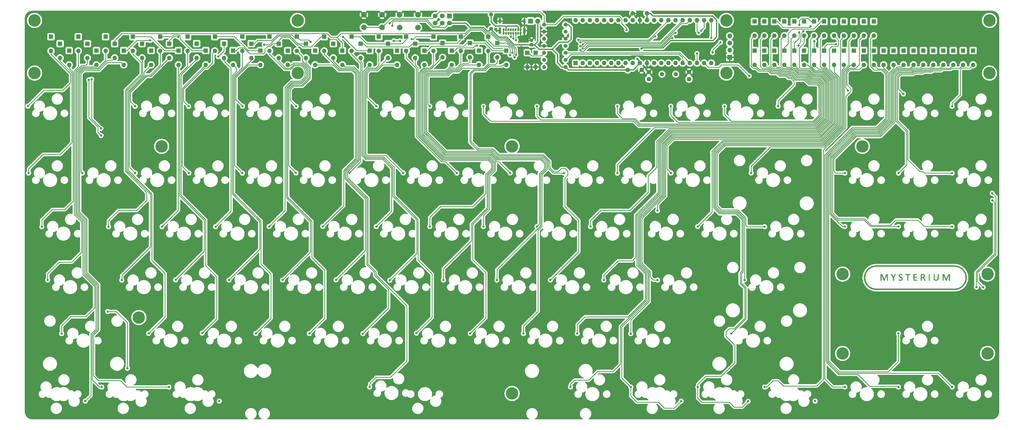
<source format=gbr>
%TF.GenerationSoftware,KiCad,Pcbnew,(6.0.6)*%
%TF.CreationDate,2023-05-08T18:17:20+05:30*%
%TF.ProjectId,mysterium-pcb,6d797374-6572-4697-956d-2d7063622e6b,rev?*%
%TF.SameCoordinates,Original*%
%TF.FileFunction,Copper,L1,Top*%
%TF.FilePolarity,Positive*%
%FSLAX46Y46*%
G04 Gerber Fmt 4.6, Leading zero omitted, Abs format (unit mm)*
G04 Created by KiCad (PCBNEW (6.0.6)) date 2023-05-08 18:17:20*
%MOMM*%
%LPD*%
G01*
G04 APERTURE LIST*
%TA.AperFunction,EtchedComponent*%
%ADD10C,0.500000*%
%TD*%
%TA.AperFunction,EtchedComponent*%
%ADD11C,0.010000*%
%TD*%
%TA.AperFunction,ComponentPad*%
%ADD12R,1.200000X1.200000*%
%TD*%
%TA.AperFunction,ComponentPad*%
%ADD13C,1.200000*%
%TD*%
%TA.AperFunction,ComponentPad*%
%ADD14R,1.800000X1.800000*%
%TD*%
%TA.AperFunction,ComponentPad*%
%ADD15C,1.800000*%
%TD*%
%TA.AperFunction,ComponentPad*%
%ADD16R,1.600000X1.600000*%
%TD*%
%TA.AperFunction,ComponentPad*%
%ADD17O,1.600000X1.600000*%
%TD*%
%TA.AperFunction,ComponentPad*%
%ADD18C,4.400000*%
%TD*%
%TA.AperFunction,ComponentPad*%
%ADD19C,2.000000*%
%TD*%
%TA.AperFunction,ComponentPad*%
%ADD20C,1.600000*%
%TD*%
%TA.AperFunction,ComponentPad*%
%ADD21C,1.400000*%
%TD*%
%TA.AperFunction,ComponentPad*%
%ADD22R,1.700000X1.700000*%
%TD*%
%TA.AperFunction,ComponentPad*%
%ADD23C,1.700000*%
%TD*%
%TA.AperFunction,ComponentPad*%
%ADD24O,1.400000X1.400000*%
%TD*%
%TA.AperFunction,ComponentPad*%
%ADD25O,0.650000X1.000000*%
%TD*%
%TA.AperFunction,ComponentPad*%
%ADD26O,0.900000X1.700000*%
%TD*%
%TA.AperFunction,ComponentPad*%
%ADD27O,0.900000X2.400000*%
%TD*%
%TA.AperFunction,ComponentPad*%
%ADD28C,1.500000*%
%TD*%
%TA.AperFunction,ComponentPad*%
%ADD29O,1.700000X1.700000*%
%TD*%
%TA.AperFunction,ViaPad*%
%ADD30C,0.800000*%
%TD*%
%TA.AperFunction,Conductor*%
%ADD31C,0.400000*%
%TD*%
%TA.AperFunction,Conductor*%
%ADD32C,0.250000*%
%TD*%
G04 APERTURE END LIST*
D10*
%TO.C,G\u002A\u002A\u002A*%
X340417050Y-146811700D02*
X368292050Y-146811700D01*
X340639850Y-155071700D02*
X368514850Y-155071700D01*
X340417050Y-146811700D02*
G75*
G03*
X340639850Y-155071700I111400J-4130000D01*
G01*
X368514850Y-155071700D02*
G75*
G03*
X368292050Y-146811700I-111400J4130000D01*
G01*
G36*
X361263438Y-150439598D02*
G01*
X361264318Y-150712251D01*
X361266875Y-150922117D01*
X361271897Y-151080024D01*
X361280171Y-151196805D01*
X361292483Y-151283289D01*
X361309622Y-151350306D01*
X361332375Y-151408686D01*
X361334169Y-151412664D01*
X361439353Y-151563477D01*
X361592109Y-151658353D01*
X361791495Y-151696734D01*
X361814804Y-151697459D01*
X362025768Y-151672959D01*
X362191000Y-151590966D01*
X362302232Y-151465992D01*
X362328852Y-151419764D01*
X362349298Y-151370827D01*
X362364555Y-151308900D01*
X362375607Y-151223705D01*
X362383440Y-151104963D01*
X362389037Y-150942395D01*
X362393383Y-150725721D01*
X362397034Y-150476410D01*
X362408684Y-149620540D01*
X362703022Y-149620540D01*
X362679876Y-151411924D01*
X362569113Y-151590956D01*
X362426761Y-151754449D01*
X362236560Y-151875538D01*
X362013921Y-151949479D01*
X361774254Y-151971532D01*
X361532972Y-151936952D01*
X361488171Y-151923574D01*
X361285911Y-151820197D01*
X361122976Y-151659122D01*
X361037927Y-151516338D01*
X361015990Y-151461765D01*
X360999242Y-151398172D01*
X360986989Y-151315300D01*
X360978538Y-151202889D01*
X360973196Y-151050681D01*
X360970272Y-150848416D01*
X360969072Y-150585835D01*
X360968945Y-150494816D01*
X360968137Y-149620540D01*
X361262630Y-149620540D01*
X361263438Y-150439598D01*
G37*
D11*
X361263438Y-150439598D02*
X361264318Y-150712251D01*
X361266875Y-150922117D01*
X361271897Y-151080024D01*
X361280171Y-151196805D01*
X361292483Y-151283289D01*
X361309622Y-151350306D01*
X361332375Y-151408686D01*
X361334169Y-151412664D01*
X361439353Y-151563477D01*
X361592109Y-151658353D01*
X361791495Y-151696734D01*
X361814804Y-151697459D01*
X362025768Y-151672959D01*
X362191000Y-151590966D01*
X362302232Y-151465992D01*
X362328852Y-151419764D01*
X362349298Y-151370827D01*
X362364555Y-151308900D01*
X362375607Y-151223705D01*
X362383440Y-151104963D01*
X362389037Y-150942395D01*
X362393383Y-150725721D01*
X362397034Y-150476410D01*
X362408684Y-149620540D01*
X362703022Y-149620540D01*
X362679876Y-151411924D01*
X362569113Y-151590956D01*
X362426761Y-151754449D01*
X362236560Y-151875538D01*
X362013921Y-151949479D01*
X361774254Y-151971532D01*
X361532972Y-151936952D01*
X361488171Y-151923574D01*
X361285911Y-151820197D01*
X361122976Y-151659122D01*
X361037927Y-151516338D01*
X361015990Y-151461765D01*
X360999242Y-151398172D01*
X360986989Y-151315300D01*
X360978538Y-151202889D01*
X360973196Y-151050681D01*
X360970272Y-150848416D01*
X360969072Y-150585835D01*
X360968945Y-150494816D01*
X360968137Y-149620540D01*
X361262630Y-149620540D01*
X361263438Y-150439598D01*
G36*
X359495673Y-151939671D02*
G01*
X359201180Y-151939671D01*
X359201180Y-149620540D01*
X359495673Y-149620540D01*
X359495673Y-151939671D01*
G37*
X359495673Y-151939671D02*
X359201180Y-151939671D01*
X359201180Y-149620540D01*
X359495673Y-149620540D01*
X359495673Y-151939671D01*
G36*
X364496045Y-149629930D02*
G01*
X364602042Y-149660936D01*
X364643487Y-149688354D01*
X364675670Y-149740862D01*
X364729463Y-149851709D01*
X364800281Y-150010432D01*
X364883537Y-150206565D01*
X364974645Y-150429643D01*
X365034688Y-150581035D01*
X365126169Y-150812837D01*
X365209833Y-151021913D01*
X365281656Y-151198440D01*
X365337611Y-151332594D01*
X365373674Y-151414549D01*
X365384731Y-151435397D01*
X365405181Y-151410894D01*
X365449012Y-151326661D01*
X365512295Y-151191335D01*
X365591098Y-151013555D01*
X365681493Y-150801961D01*
X365769928Y-150588730D01*
X365869551Y-150348978D01*
X365963149Y-150130653D01*
X366046336Y-149943444D01*
X366114728Y-149797037D01*
X366163939Y-149701118D01*
X366187368Y-149666555D01*
X366265996Y-149635416D01*
X366379749Y-149622043D01*
X366499486Y-149626145D01*
X366596066Y-149647432D01*
X366633170Y-149670996D01*
X366646278Y-149713972D01*
X366656141Y-149810025D01*
X366662873Y-149963222D01*
X366666588Y-150177631D01*
X366667398Y-150457320D01*
X366665418Y-150806359D01*
X366665286Y-150821358D01*
X366655528Y-151921265D01*
X366361035Y-151921265D01*
X366342630Y-150927732D01*
X366324224Y-149934200D01*
X365920731Y-150936935D01*
X365517239Y-151939671D01*
X365244816Y-151939671D01*
X364960217Y-151212642D01*
X364868003Y-150977098D01*
X364778046Y-150747361D01*
X364696284Y-150538589D01*
X364628651Y-150365940D01*
X364581086Y-150244574D01*
X364576374Y-150232556D01*
X364477130Y-149979498D01*
X364452778Y-150542104D01*
X364443647Y-150783687D01*
X364436077Y-151042318D01*
X364430780Y-151289278D01*
X364428471Y-151495846D01*
X364428427Y-151522190D01*
X364428427Y-151939671D01*
X364133934Y-151939671D01*
X364133934Y-150824280D01*
X364134816Y-150479310D01*
X364137596Y-150202714D01*
X364142472Y-149989264D01*
X364149644Y-149833730D01*
X364159311Y-149730882D01*
X364171672Y-149675492D01*
X364178108Y-149664714D01*
X364254376Y-149630311D01*
X364370256Y-149619219D01*
X364496045Y-149629930D01*
G37*
X364496045Y-149629930D02*
X364602042Y-149660936D01*
X364643487Y-149688354D01*
X364675670Y-149740862D01*
X364729463Y-149851709D01*
X364800281Y-150010432D01*
X364883537Y-150206565D01*
X364974645Y-150429643D01*
X365034688Y-150581035D01*
X365126169Y-150812837D01*
X365209833Y-151021913D01*
X365281656Y-151198440D01*
X365337611Y-151332594D01*
X365373674Y-151414549D01*
X365384731Y-151435397D01*
X365405181Y-151410894D01*
X365449012Y-151326661D01*
X365512295Y-151191335D01*
X365591098Y-151013555D01*
X365681493Y-150801961D01*
X365769928Y-150588730D01*
X365869551Y-150348978D01*
X365963149Y-150130653D01*
X366046336Y-149943444D01*
X366114728Y-149797037D01*
X366163939Y-149701118D01*
X366187368Y-149666555D01*
X366265996Y-149635416D01*
X366379749Y-149622043D01*
X366499486Y-149626145D01*
X366596066Y-149647432D01*
X366633170Y-149670996D01*
X366646278Y-149713972D01*
X366656141Y-149810025D01*
X366662873Y-149963222D01*
X366666588Y-150177631D01*
X366667398Y-150457320D01*
X366665418Y-150806359D01*
X366665286Y-150821358D01*
X366655528Y-151921265D01*
X366361035Y-151921265D01*
X366342630Y-150927732D01*
X366324224Y-149934200D01*
X365920731Y-150936935D01*
X365517239Y-151939671D01*
X365244816Y-151939671D01*
X364960217Y-151212642D01*
X364868003Y-150977098D01*
X364778046Y-150747361D01*
X364696284Y-150538589D01*
X364628651Y-150365940D01*
X364581086Y-150244574D01*
X364576374Y-150232556D01*
X364477130Y-149979498D01*
X364452778Y-150542104D01*
X364443647Y-150783687D01*
X364436077Y-151042318D01*
X364430780Y-151289278D01*
X364428471Y-151495846D01*
X364428427Y-151522190D01*
X364428427Y-151939671D01*
X364133934Y-151939671D01*
X364133934Y-150824280D01*
X364134816Y-150479310D01*
X364137596Y-150202714D01*
X364142472Y-149989264D01*
X364149644Y-149833730D01*
X364159311Y-149730882D01*
X364171672Y-149675492D01*
X364178108Y-149664714D01*
X364254376Y-149630311D01*
X364370256Y-149619219D01*
X364496045Y-149629930D01*
G36*
X356370015Y-150223711D02*
G01*
X356374597Y-150020312D01*
X356381502Y-149870410D01*
X356391010Y-149767303D01*
X356403404Y-149704287D01*
X356414585Y-149679544D01*
X356442943Y-149651652D01*
X356488207Y-149633755D01*
X356563879Y-149624383D01*
X356683464Y-149622069D01*
X356860464Y-149625343D01*
X356902338Y-149626493D01*
X357108277Y-149634772D01*
X357257582Y-149647722D01*
X357367211Y-149667892D01*
X357454123Y-149697828D01*
X357489441Y-149714702D01*
X357620759Y-149817500D01*
X357726643Y-149965173D01*
X357790417Y-150130372D01*
X357801531Y-150226529D01*
X357769414Y-150401235D01*
X357685613Y-150566834D01*
X357565259Y-150696432D01*
X357520137Y-150726693D01*
X357379006Y-150807872D01*
X357493822Y-150929540D01*
X357544103Y-151000276D01*
X357608779Y-151115789D01*
X357681217Y-151260976D01*
X357754783Y-151420732D01*
X357822842Y-151579955D01*
X357878762Y-151723539D01*
X357915907Y-151836381D01*
X357927644Y-151903377D01*
X357925356Y-151912062D01*
X357881045Y-151929814D01*
X357792398Y-151939219D01*
X357766574Y-151939671D01*
X357624718Y-151939671D01*
X357524020Y-151672787D01*
X357421089Y-151414005D01*
X357328996Y-151218659D01*
X357240931Y-151078707D01*
X357150083Y-150986107D01*
X357049641Y-150932820D01*
X356932796Y-150910803D01*
X356877086Y-150908946D01*
X356697992Y-150908946D01*
X356697992Y-151939671D01*
X356556881Y-151939671D01*
X356459602Y-151933790D01*
X356397332Y-151919240D01*
X356391229Y-151915130D01*
X356384980Y-151873415D01*
X356379317Y-151767487D01*
X356374452Y-151606757D01*
X356370594Y-151400634D01*
X356367954Y-151158527D01*
X356366743Y-150889846D01*
X356366688Y-150817818D01*
X356367083Y-150651265D01*
X356697992Y-150651265D01*
X356931824Y-150651265D01*
X357087239Y-150643685D01*
X357199316Y-150616392D01*
X357290251Y-150567300D01*
X357410105Y-150453124D01*
X357462861Y-150313234D01*
X357455776Y-150158133D01*
X357404225Y-150029439D01*
X357302356Y-149941904D01*
X357144776Y-149892564D01*
X356946470Y-149878359D01*
X356697992Y-149878222D01*
X356697992Y-150651265D01*
X356367083Y-150651265D01*
X356367472Y-150487312D01*
X356370015Y-150223711D01*
G37*
X356370015Y-150223711D02*
X356374597Y-150020312D01*
X356381502Y-149870410D01*
X356391010Y-149767303D01*
X356403404Y-149704287D01*
X356414585Y-149679544D01*
X356442943Y-149651652D01*
X356488207Y-149633755D01*
X356563879Y-149624383D01*
X356683464Y-149622069D01*
X356860464Y-149625343D01*
X356902338Y-149626493D01*
X357108277Y-149634772D01*
X357257582Y-149647722D01*
X357367211Y-149667892D01*
X357454123Y-149697828D01*
X357489441Y-149714702D01*
X357620759Y-149817500D01*
X357726643Y-149965173D01*
X357790417Y-150130372D01*
X357801531Y-150226529D01*
X357769414Y-150401235D01*
X357685613Y-150566834D01*
X357565259Y-150696432D01*
X357520137Y-150726693D01*
X357379006Y-150807872D01*
X357493822Y-150929540D01*
X357544103Y-151000276D01*
X357608779Y-151115789D01*
X357681217Y-151260976D01*
X357754783Y-151420732D01*
X357822842Y-151579955D01*
X357878762Y-151723539D01*
X357915907Y-151836381D01*
X357927644Y-151903377D01*
X357925356Y-151912062D01*
X357881045Y-151929814D01*
X357792398Y-151939219D01*
X357766574Y-151939671D01*
X357624718Y-151939671D01*
X357524020Y-151672787D01*
X357421089Y-151414005D01*
X357328996Y-151218659D01*
X357240931Y-151078707D01*
X357150083Y-150986107D01*
X357049641Y-150932820D01*
X356932796Y-150910803D01*
X356877086Y-150908946D01*
X356697992Y-150908946D01*
X356697992Y-151939671D01*
X356556881Y-151939671D01*
X356459602Y-151933790D01*
X356397332Y-151919240D01*
X356391229Y-151915130D01*
X356384980Y-151873415D01*
X356379317Y-151767487D01*
X356374452Y-151606757D01*
X356370594Y-151400634D01*
X356367954Y-151158527D01*
X356366743Y-150889846D01*
X356366688Y-150817818D01*
X356367083Y-150651265D01*
X356697992Y-150651265D01*
X356931824Y-150651265D01*
X357087239Y-150643685D01*
X357199316Y-150616392D01*
X357290251Y-150567300D01*
X357410105Y-150453124D01*
X357462861Y-150313234D01*
X357455776Y-150158133D01*
X357404225Y-150029439D01*
X357302356Y-149941904D01*
X357144776Y-149892564D01*
X356946470Y-149878359D01*
X356697992Y-149878222D01*
X356697992Y-150651265D01*
X356367083Y-150651265D01*
X356367472Y-150487312D01*
X356370015Y-150223711D01*
G36*
X342490824Y-149638721D02*
G01*
X342570356Y-149683185D01*
X342571992Y-149684961D01*
X342601225Y-149736030D01*
X342652820Y-149845555D01*
X342722384Y-150003405D01*
X342805524Y-150199445D01*
X342897846Y-150423542D01*
X342971164Y-150605669D01*
X343065196Y-150838039D01*
X343151364Y-151044245D01*
X343225769Y-151215491D01*
X343284507Y-151342979D01*
X343323679Y-151417914D01*
X343338505Y-151433929D01*
X343359170Y-151393317D01*
X343403340Y-151294158D01*
X343466886Y-151146148D01*
X343545680Y-150958982D01*
X343635592Y-150742352D01*
X343703233Y-150577642D01*
X343800356Y-150343247D01*
X343891516Y-150129074D01*
X343972132Y-149945434D01*
X344037621Y-149802632D01*
X344083402Y-149710979D01*
X344100752Y-149683338D01*
X344155954Y-149643395D01*
X344241474Y-149626803D01*
X344364079Y-149628120D01*
X344568572Y-149638946D01*
X344578299Y-150789309D01*
X344588026Y-151939671D01*
X344292485Y-151939671D01*
X344292485Y-150921217D01*
X344291563Y-150657655D01*
X344288961Y-150421327D01*
X344284922Y-150221276D01*
X344279691Y-150066547D01*
X344273512Y-149966182D01*
X344266630Y-149929226D01*
X344265701Y-149929546D01*
X344245645Y-149969417D01*
X344202175Y-150068876D01*
X344138974Y-150219056D01*
X344059726Y-150411091D01*
X343968115Y-150636115D01*
X343867824Y-150885260D01*
X343846412Y-150938797D01*
X343453906Y-151921265D01*
X343320005Y-151932751D01*
X343243025Y-151935362D01*
X343193244Y-151916379D01*
X343152361Y-151860455D01*
X343102075Y-151752244D01*
X343100520Y-151748693D01*
X343062288Y-151657284D01*
X343002813Y-151510039D01*
X342927213Y-151319866D01*
X342840604Y-151099669D01*
X342748104Y-150862358D01*
X342705812Y-150753140D01*
X342396688Y-149953132D01*
X342378282Y-150937198D01*
X342359876Y-151921265D01*
X342229720Y-151932220D01*
X342135914Y-151932761D01*
X342076949Y-151919707D01*
X342073270Y-151916882D01*
X342064346Y-151872083D01*
X342057286Y-151764942D01*
X342052029Y-151606714D01*
X342048516Y-151408656D01*
X342046688Y-151182024D01*
X342046485Y-150938073D01*
X342047846Y-150688059D01*
X342050712Y-150443238D01*
X342055024Y-150214866D01*
X342060721Y-150014199D01*
X342067745Y-149852492D01*
X342076034Y-149741003D01*
X342085084Y-149691744D01*
X342146978Y-149644590D01*
X342252793Y-149619791D01*
X342376189Y-149617712D01*
X342490824Y-149638721D01*
G37*
X342490824Y-149638721D02*
X342570356Y-149683185D01*
X342571992Y-149684961D01*
X342601225Y-149736030D01*
X342652820Y-149845555D01*
X342722384Y-150003405D01*
X342805524Y-150199445D01*
X342897846Y-150423542D01*
X342971164Y-150605669D01*
X343065196Y-150838039D01*
X343151364Y-151044245D01*
X343225769Y-151215491D01*
X343284507Y-151342979D01*
X343323679Y-151417914D01*
X343338505Y-151433929D01*
X343359170Y-151393317D01*
X343403340Y-151294158D01*
X343466886Y-151146148D01*
X343545680Y-150958982D01*
X343635592Y-150742352D01*
X343703233Y-150577642D01*
X343800356Y-150343247D01*
X343891516Y-150129074D01*
X343972132Y-149945434D01*
X344037621Y-149802632D01*
X344083402Y-149710979D01*
X344100752Y-149683338D01*
X344155954Y-149643395D01*
X344241474Y-149626803D01*
X344364079Y-149628120D01*
X344568572Y-149638946D01*
X344578299Y-150789309D01*
X344588026Y-151939671D01*
X344292485Y-151939671D01*
X344292485Y-150921217D01*
X344291563Y-150657655D01*
X344288961Y-150421327D01*
X344284922Y-150221276D01*
X344279691Y-150066547D01*
X344273512Y-149966182D01*
X344266630Y-149929226D01*
X344265701Y-149929546D01*
X344245645Y-149969417D01*
X344202175Y-150068876D01*
X344138974Y-150219056D01*
X344059726Y-150411091D01*
X343968115Y-150636115D01*
X343867824Y-150885260D01*
X343846412Y-150938797D01*
X343453906Y-151921265D01*
X343320005Y-151932751D01*
X343243025Y-151935362D01*
X343193244Y-151916379D01*
X343152361Y-151860455D01*
X343102075Y-151752244D01*
X343100520Y-151748693D01*
X343062288Y-151657284D01*
X343002813Y-151510039D01*
X342927213Y-151319866D01*
X342840604Y-151099669D01*
X342748104Y-150862358D01*
X342705812Y-150753140D01*
X342396688Y-149953132D01*
X342378282Y-150937198D01*
X342359876Y-151921265D01*
X342229720Y-151932220D01*
X342135914Y-151932761D01*
X342076949Y-151919707D01*
X342073270Y-151916882D01*
X342064346Y-151872083D01*
X342057286Y-151764942D01*
X342052029Y-151606714D01*
X342048516Y-151408656D01*
X342046688Y-151182024D01*
X342046485Y-150938073D01*
X342047846Y-150688059D01*
X342050712Y-150443238D01*
X342055024Y-150214866D01*
X342060721Y-150014199D01*
X342067745Y-149852492D01*
X342076034Y-149741003D01*
X342085084Y-149691744D01*
X342146978Y-149644590D01*
X342252793Y-149619791D01*
X342376189Y-149617712D01*
X342490824Y-149638721D01*
G36*
X355034600Y-149740178D02*
G01*
X355023064Y-149859816D01*
X354553717Y-149870119D01*
X354084369Y-149880421D01*
X354084369Y-150612042D01*
X354498499Y-150622451D01*
X354912630Y-150632859D01*
X354912630Y-150816917D01*
X354498499Y-150827326D01*
X354084369Y-150837734D01*
X354084369Y-151681990D01*
X354560220Y-151681990D01*
X354756872Y-151682958D01*
X354891815Y-151686908D01*
X354976949Y-151695403D01*
X355024174Y-151710011D01*
X355045390Y-151732297D01*
X355049880Y-151746410D01*
X355053631Y-151840451D01*
X355048286Y-151875251D01*
X355036306Y-151899286D01*
X355006592Y-151916523D01*
X354948538Y-151928069D01*
X354851536Y-151935032D01*
X354704980Y-151938517D01*
X354498265Y-151939632D01*
X354431081Y-151939671D01*
X354206702Y-151939084D01*
X354044792Y-151936497D01*
X353934202Y-151930668D01*
X353863782Y-151920358D01*
X353822382Y-151904325D01*
X353798853Y-151881329D01*
X353791171Y-151868468D01*
X353781910Y-151815329D01*
X353773740Y-151700222D01*
X353766744Y-151534792D01*
X353761007Y-151330688D01*
X353756613Y-151099556D01*
X353753644Y-150853043D01*
X353752186Y-150602797D01*
X353752322Y-150360465D01*
X353754135Y-150137693D01*
X353757710Y-149946130D01*
X353763131Y-149797422D01*
X353770481Y-149703216D01*
X353775409Y-149678769D01*
X353792742Y-149657148D01*
X353832433Y-149641523D01*
X353904713Y-149630971D01*
X354019813Y-149624571D01*
X354187964Y-149621401D01*
X354419396Y-149620541D01*
X354421944Y-149620540D01*
X355046135Y-149620540D01*
X355034600Y-149740178D01*
G37*
X355034600Y-149740178D02*
X355023064Y-149859816D01*
X354553717Y-149870119D01*
X354084369Y-149880421D01*
X354084369Y-150612042D01*
X354498499Y-150622451D01*
X354912630Y-150632859D01*
X354912630Y-150816917D01*
X354498499Y-150827326D01*
X354084369Y-150837734D01*
X354084369Y-151681990D01*
X354560220Y-151681990D01*
X354756872Y-151682958D01*
X354891815Y-151686908D01*
X354976949Y-151695403D01*
X355024174Y-151710011D01*
X355045390Y-151732297D01*
X355049880Y-151746410D01*
X355053631Y-151840451D01*
X355048286Y-151875251D01*
X355036306Y-151899286D01*
X355006592Y-151916523D01*
X354948538Y-151928069D01*
X354851536Y-151935032D01*
X354704980Y-151938517D01*
X354498265Y-151939632D01*
X354431081Y-151939671D01*
X354206702Y-151939084D01*
X354044792Y-151936497D01*
X353934202Y-151930668D01*
X353863782Y-151920358D01*
X353822382Y-151904325D01*
X353798853Y-151881329D01*
X353791171Y-151868468D01*
X353781910Y-151815329D01*
X353773740Y-151700222D01*
X353766744Y-151534792D01*
X353761007Y-151330688D01*
X353756613Y-151099556D01*
X353753644Y-150853043D01*
X353752186Y-150602797D01*
X353752322Y-150360465D01*
X353754135Y-150137693D01*
X353757710Y-149946130D01*
X353763131Y-149797422D01*
X353770481Y-149703216D01*
X353775409Y-149678769D01*
X353792742Y-149657148D01*
X353832433Y-149641523D01*
X353904713Y-149630971D01*
X354019813Y-149624571D01*
X354187964Y-149621401D01*
X354419396Y-149620541D01*
X354421944Y-149620540D01*
X355046135Y-149620540D01*
X355034600Y-149740178D01*
G36*
X346267243Y-149979454D02*
G01*
X346348664Y-150153532D01*
X346429275Y-150327119D01*
X346497173Y-150474526D01*
X346525732Y-150537231D01*
X346615643Y-150736095D01*
X346773315Y-150389984D01*
X346854070Y-150214825D01*
X346937419Y-150037503D01*
X347010095Y-149886121D01*
X347036651Y-149832207D01*
X347096035Y-149717804D01*
X347141981Y-149654482D01*
X347193302Y-149627138D01*
X347268810Y-149620669D01*
X347300298Y-149620540D01*
X347396436Y-149624442D01*
X347452441Y-149634265D01*
X347458282Y-149639314D01*
X347442530Y-149676345D01*
X347398490Y-149769239D01*
X347330984Y-149908102D01*
X347244834Y-150083042D01*
X347144864Y-150284163D01*
X347108572Y-150356772D01*
X346758862Y-151055457D01*
X346758862Y-151939671D01*
X346464369Y-151939671D01*
X346464369Y-151055457D01*
X346114659Y-150356772D01*
X346011087Y-150149001D01*
X345919696Y-149964047D01*
X345845308Y-149811804D01*
X345792746Y-149702165D01*
X345766832Y-149645025D01*
X345764948Y-149639314D01*
X345797892Y-149628148D01*
X345881299Y-149621425D01*
X345931806Y-149620540D01*
X346098664Y-149620540D01*
X346267243Y-149979454D01*
G37*
X346267243Y-149979454D02*
X346348664Y-150153532D01*
X346429275Y-150327119D01*
X346497173Y-150474526D01*
X346525732Y-150537231D01*
X346615643Y-150736095D01*
X346773315Y-150389984D01*
X346854070Y-150214825D01*
X346937419Y-150037503D01*
X347010095Y-149886121D01*
X347036651Y-149832207D01*
X347096035Y-149717804D01*
X347141981Y-149654482D01*
X347193302Y-149627138D01*
X347268810Y-149620669D01*
X347300298Y-149620540D01*
X347396436Y-149624442D01*
X347452441Y-149634265D01*
X347458282Y-149639314D01*
X347442530Y-149676345D01*
X347398490Y-149769239D01*
X347330984Y-149908102D01*
X347244834Y-150083042D01*
X347144864Y-150284163D01*
X347108572Y-150356772D01*
X346758862Y-151055457D01*
X346758862Y-151939671D01*
X346464369Y-151939671D01*
X346464369Y-151055457D01*
X346114659Y-150356772D01*
X346011087Y-150149001D01*
X345919696Y-149964047D01*
X345845308Y-149811804D01*
X345792746Y-149702165D01*
X345766832Y-149645025D01*
X345764948Y-149639314D01*
X345797892Y-149628148D01*
X345881299Y-149621425D01*
X345931806Y-149620540D01*
X346098664Y-149620540D01*
X346267243Y-149979454D01*
G36*
X349262343Y-149593902D02*
G01*
X349409428Y-149611900D01*
X349544846Y-149642604D01*
X349621256Y-149671151D01*
X349704266Y-149727061D01*
X349736737Y-149797641D01*
X349740601Y-149860761D01*
X349736129Y-149941874D01*
X349713080Y-149978663D01*
X349657003Y-149974647D01*
X349553450Y-149933349D01*
X349514548Y-149915842D01*
X349324366Y-149855238D01*
X349149786Y-149847453D01*
X349002506Y-149889326D01*
X348894224Y-149977694D01*
X348838847Y-150098499D01*
X348832997Y-150204555D01*
X348869686Y-150301801D01*
X348955812Y-150397882D01*
X349098272Y-150500444D01*
X349303963Y-150617132D01*
X349309219Y-150619899D01*
X349498136Y-150726694D01*
X349648709Y-150826888D01*
X349747665Y-150911419D01*
X349763671Y-150930195D01*
X349855277Y-151106049D01*
X349883334Y-151297066D01*
X349851666Y-151488716D01*
X349764095Y-151666470D01*
X349624442Y-151815799D01*
X349511505Y-151888707D01*
X349380802Y-151931570D01*
X349206945Y-151956238D01*
X349018445Y-151961379D01*
X348843816Y-151945658D01*
X348752903Y-151924166D01*
X348584738Y-151850178D01*
X348485608Y-151759398D01*
X348452216Y-151648774D01*
X348452195Y-151645608D01*
X348459856Y-151560722D01*
X348491483Y-151525879D01*
X348560042Y-151537573D01*
X348668345Y-151587158D01*
X348878731Y-151668824D01*
X349077154Y-151700818D01*
X349253685Y-151685990D01*
X349398396Y-151627190D01*
X349501357Y-151527267D01*
X349552640Y-151389069D01*
X349556543Y-151332280D01*
X349535233Y-151215313D01*
X349466266Y-151108421D01*
X349342084Y-151003866D01*
X349155130Y-150893913D01*
X349101715Y-150866677D01*
X348880129Y-150747007D01*
X348720775Y-150636144D01*
X348614841Y-150523582D01*
X348553515Y-150398812D01*
X348527986Y-150251328D01*
X348525818Y-150179986D01*
X348557966Y-149981103D01*
X348654830Y-149816798D01*
X348817037Y-149686093D01*
X348857420Y-149663875D01*
X348969852Y-149614417D01*
X349078217Y-149592154D01*
X349216192Y-149591267D01*
X349262343Y-149593902D01*
G37*
X349262343Y-149593902D02*
X349409428Y-149611900D01*
X349544846Y-149642604D01*
X349621256Y-149671151D01*
X349704266Y-149727061D01*
X349736737Y-149797641D01*
X349740601Y-149860761D01*
X349736129Y-149941874D01*
X349713080Y-149978663D01*
X349657003Y-149974647D01*
X349553450Y-149933349D01*
X349514548Y-149915842D01*
X349324366Y-149855238D01*
X349149786Y-149847453D01*
X349002506Y-149889326D01*
X348894224Y-149977694D01*
X348838847Y-150098499D01*
X348832997Y-150204555D01*
X348869686Y-150301801D01*
X348955812Y-150397882D01*
X349098272Y-150500444D01*
X349303963Y-150617132D01*
X349309219Y-150619899D01*
X349498136Y-150726694D01*
X349648709Y-150826888D01*
X349747665Y-150911419D01*
X349763671Y-150930195D01*
X349855277Y-151106049D01*
X349883334Y-151297066D01*
X349851666Y-151488716D01*
X349764095Y-151666470D01*
X349624442Y-151815799D01*
X349511505Y-151888707D01*
X349380802Y-151931570D01*
X349206945Y-151956238D01*
X349018445Y-151961379D01*
X348843816Y-151945658D01*
X348752903Y-151924166D01*
X348584738Y-151850178D01*
X348485608Y-151759398D01*
X348452216Y-151648774D01*
X348452195Y-151645608D01*
X348459856Y-151560722D01*
X348491483Y-151525879D01*
X348560042Y-151537573D01*
X348668345Y-151587158D01*
X348878731Y-151668824D01*
X349077154Y-151700818D01*
X349253685Y-151685990D01*
X349398396Y-151627190D01*
X349501357Y-151527267D01*
X349552640Y-151389069D01*
X349556543Y-151332280D01*
X349535233Y-151215313D01*
X349466266Y-151108421D01*
X349342084Y-151003866D01*
X349155130Y-150893913D01*
X349101715Y-150866677D01*
X348880129Y-150747007D01*
X348720775Y-150636144D01*
X348614841Y-150523582D01*
X348553515Y-150398812D01*
X348527986Y-150251328D01*
X348525818Y-150179986D01*
X348557966Y-149981103D01*
X348654830Y-149816798D01*
X348817037Y-149686093D01*
X348857420Y-149663875D01*
X348969852Y-149614417D01*
X349078217Y-149592154D01*
X349216192Y-149591267D01*
X349262343Y-149593902D01*
G36*
X351737630Y-149629065D02*
G01*
X352593499Y-149638946D01*
X352593499Y-149859816D01*
X351924035Y-149880832D01*
X351899958Y-150569744D01*
X351891978Y-150817213D01*
X351885103Y-151066919D01*
X351879809Y-151298616D01*
X351876570Y-151492058D01*
X351875777Y-151599164D01*
X351875673Y-151939671D01*
X351581180Y-151939671D01*
X351581180Y-149878222D01*
X350881760Y-149878222D01*
X350881760Y-149619184D01*
X351737630Y-149629065D01*
G37*
X351737630Y-149629065D02*
X352593499Y-149638946D01*
X352593499Y-149859816D01*
X351924035Y-149880832D01*
X351899958Y-150569744D01*
X351891978Y-150817213D01*
X351885103Y-151066919D01*
X351879809Y-151298616D01*
X351876570Y-151492058D01*
X351875777Y-151599164D01*
X351875673Y-151939671D01*
X351581180Y-151939671D01*
X351581180Y-149878222D01*
X350881760Y-149878222D01*
X350881760Y-149619184D01*
X351737630Y-149629065D01*
%TD*%
D12*
%TO.P,C3,1*%
%TO.N,+5V*%
X217945459Y-67911544D03*
D13*
%TO.P,C3,2*%
%TO.N,GND*%
X217945459Y-66411544D03*
%TD*%
D14*
%TO.P,LED1,1*%
%TO.N,Net-(LED1-Pad1)*%
X217595499Y-59524900D03*
D15*
%TO.P,LED1,2*%
%TO.N,+5V*%
X220135499Y-59524900D03*
%TD*%
D16*
%TO.P,D28,1*%
%TO.N,row1*%
X321967188Y-70054948D03*
D17*
%TO.P,D28,2*%
%TO.N,Net-(D28-Pad2)*%
X321967188Y-75134948D03*
%TD*%
D16*
%TO.P,D36,1*%
%TO.N,row2*%
X108530629Y-67574655D03*
D17*
%TO.P,D36,2*%
%TO.N,Net-(D36-Pad2)*%
X108530629Y-72654655D03*
%TD*%
D16*
%TO.P,D11,1*%
%TO.N,row0*%
X297229706Y-70054948D03*
D17*
%TO.P,D11,2*%
%TO.N,Net-(D11-Pad2)*%
X297229706Y-75134948D03*
%TD*%
D16*
%TO.P,D14,1*%
%TO.N,row0*%
X371442152Y-70054948D03*
D17*
%TO.P,D14,2*%
%TO.N,Net-(D14-Pad2)*%
X371442152Y-75134948D03*
%TD*%
D16*
%TO.P,D90,1*%
%TO.N,row5*%
X336102892Y-70054948D03*
D17*
%TO.P,D90,2*%
%TO.N,Net-(D90-Pad2)*%
X336102892Y-75134948D03*
%TD*%
D16*
%TO.P,D92,1*%
%TO.N,row5*%
X339636818Y-59680499D03*
D17*
%TO.P,D92,2*%
%TO.N,Net-(D92-Pad2)*%
X339636818Y-64760499D03*
%TD*%
D16*
%TO.P,U1,1*%
%TO.N,col1*%
X233616500Y-74485500D03*
D17*
%TO.P,U1,2*%
%TO.N,col3*%
X236156500Y-74485500D03*
%TO.P,U1,3*%
%TO.N,col5*%
X238696500Y-74485500D03*
%TO.P,U1,4*%
%TO.N,col7*%
X241236500Y-74485500D03*
%TO.P,U1,5*%
%TO.N,col9*%
X243776500Y-74485500D03*
%TO.P,U1,6*%
%TO.N,MOSI*%
X246316500Y-74485500D03*
%TO.P,U1,7*%
%TO.N,MISO*%
X248856500Y-74485500D03*
%TO.P,U1,8*%
%TO.N,SCK*%
X251396500Y-74485500D03*
%TO.P,U1,9*%
%TO.N,reset*%
X253936500Y-74485500D03*
%TO.P,U1,10*%
%TO.N,+5V*%
X256476500Y-74485500D03*
%TO.P,U1,11*%
%TO.N,GND*%
X259016500Y-74485500D03*
%TO.P,U1,12*%
%TO.N,Net-(C2-Pad1)*%
X261556500Y-74485500D03*
%TO.P,U1,13*%
%TO.N,Net-(C1-Pad1)*%
X264096500Y-74485500D03*
%TO.P,U1,14*%
%TO.N,col16*%
X266636500Y-74485500D03*
%TO.P,U1,15*%
%TO.N,col15*%
X269176500Y-74485500D03*
%TO.P,U1,16*%
%TO.N,D+*%
X271716500Y-74485500D03*
%TO.P,U1,17*%
%TO.N,D-*%
X274256500Y-74485500D03*
%TO.P,U1,18*%
%TO.N,boot*%
X276796500Y-74485500D03*
%TO.P,U1,19*%
%TO.N,col14*%
X279336500Y-74485500D03*
%TO.P,U1,20*%
%TO.N,col13*%
X281876500Y-74485500D03*
%TO.P,U1,21*%
%TO.N,col17*%
X281876500Y-59245500D03*
%TO.P,U1,22*%
%TO.N,sda*%
X279336500Y-59245500D03*
%TO.P,U1,23*%
%TO.N,scl*%
X276796500Y-59245500D03*
%TO.P,U1,24*%
%TO.N,row0*%
X274256500Y-59245500D03*
%TO.P,U1,25*%
%TO.N,row1*%
X271716500Y-59245500D03*
%TO.P,U1,26*%
%TO.N,row3*%
X269176500Y-59245500D03*
%TO.P,U1,27*%
%TO.N,row5*%
X266636500Y-59245500D03*
%TO.P,U1,28*%
%TO.N,row4*%
X264096500Y-59245500D03*
%TO.P,U1,29*%
%TO.N,row2*%
X261556500Y-59245500D03*
%TO.P,U1,30*%
%TO.N,+5V*%
X259016500Y-59245500D03*
%TO.P,U1,31*%
%TO.N,GND*%
X256476500Y-59245500D03*
%TO.P,U1,32*%
%TO.N,Net-(U1-Pad32)*%
X253936500Y-59245500D03*
%TO.P,U1,33*%
%TO.N,col12*%
X251396500Y-59245500D03*
%TO.P,U1,34*%
%TO.N,col11*%
X248856500Y-59245500D03*
%TO.P,U1,35*%
%TO.N,col10*%
X246316500Y-59245500D03*
%TO.P,U1,36*%
%TO.N,col8*%
X243776500Y-59245500D03*
%TO.P,U1,37*%
%TO.N,col6*%
X241236500Y-59245500D03*
%TO.P,U1,38*%
%TO.N,col4*%
X238696500Y-59245500D03*
%TO.P,U1,39*%
%TO.N,col2*%
X236156500Y-59245500D03*
%TO.P,U1,40*%
%TO.N,col0*%
X233616500Y-59245500D03*
%TD*%
D18*
%TO.P,REF\u002A\u002A,1*%
%TO.N,N/C*%
X41147500Y-59313500D03*
%TD*%
%TO.P,REF\u002A\u002A,1*%
%TO.N,N/C*%
X41147500Y-78063500D03*
%TD*%
%TO.P,REF\u002A\u002A,1*%
%TO.N,N/C*%
X380810000Y-78063500D03*
%TD*%
%TO.P,REF\u002A\u002A,1*%
%TO.N,N/C*%
X380810000Y-59313500D03*
%TD*%
%TO.P,REF\u002A\u002A,1*%
%TO.N,N/C*%
X134734300Y-59313500D03*
%TD*%
%TO.P,REF\u002A\u002A,1*%
%TO.N,N/C*%
X211016251Y-104152700D03*
%TD*%
%TO.P,REF\u002A\u002A,1*%
%TO.N,N/C*%
X211018120Y-192186560D03*
%TD*%
%TO.P,REF\u002A\u002A,1*%
%TO.N,N/C*%
X335597500Y-104152700D03*
%TD*%
%TO.P,REF\u002A\u002A,1*%
%TO.N,N/C*%
X86360000Y-104152700D03*
%TD*%
%TO.P,REF\u002A\u002A,1*%
%TO.N,N/C*%
X78257400Y-165125400D03*
%TD*%
%TO.P,REF\u002A\u002A,*%
%TO.N,*%
X328583688Y-149669500D03*
%TD*%
%TO.P,REF\u002A\u002A,1*%
%TO.N,N/C*%
X380120412Y-149669500D03*
%TD*%
%TO.P,REF\u002A\u002A,1*%
%TO.N,N/C*%
X328583688Y-177904900D03*
%TD*%
%TO.P,REF\u002A\u002A,1*%
%TO.N,N/C*%
X380120412Y-177904900D03*
%TD*%
D19*
%TO.P,BOOT1,1*%
%TO.N,GND*%
X177523197Y-57315100D03*
X171023197Y-57315100D03*
%TO.P,BOOT1,2*%
%TO.N,boot*%
X171023197Y-61815100D03*
X177523197Y-61815100D03*
%TD*%
D20*
%TO.P,C1,1*%
%TO.N,Net-(C1-Pad1)*%
X273951700Y-80200500D03*
%TO.P,C1,2*%
%TO.N,GND*%
X273951700Y-77700500D03*
%TD*%
%TO.P,C2,1*%
%TO.N,Net-(C2-Pad1)*%
X259626100Y-80200500D03*
%TO.P,C2,2*%
%TO.N,GND*%
X259626100Y-77700500D03*
%TD*%
%TO.P,C4,1*%
%TO.N,+5V*%
X258940300Y-56756300D03*
%TO.P,C4,2*%
%TO.N,GND*%
X253940300Y-56756300D03*
%TD*%
%TO.P,C5,1*%
%TO.N,+5V*%
X252082300Y-76923900D03*
%TO.P,C5,2*%
%TO.N,GND*%
X257082300Y-76923900D03*
%TD*%
D16*
%TO.P,D0,1*%
%TO.N,row0*%
X46981402Y-65094362D03*
D17*
%TO.P,D0,2*%
%TO.N,Net-(D0-Pad2)*%
X46981402Y-70174362D03*
%TD*%
D18*
%TO.P,REF\u002A\u002A,1*%
%TO.N,N/C*%
X287223200Y-59313500D03*
%TD*%
D16*
%TO.P,D1,1*%
%TO.N,row0*%
X89094031Y-67574655D03*
D17*
%TO.P,D1,2*%
%TO.N,Net-(D1-Pad2)*%
X89094031Y-72654655D03*
%TD*%
D16*
%TO.P,D2,1*%
%TO.N,row0*%
X105291196Y-65094362D03*
D17*
%TO.P,D2,2*%
%TO.N,Net-(D2-Pad2)*%
X105291196Y-70174362D03*
%TD*%
D16*
%TO.P,D3,1*%
%TO.N,row0*%
X121488361Y-70054948D03*
D17*
%TO.P,D3,2*%
%TO.N,Net-(D3-Pad2)*%
X121488361Y-75134948D03*
%TD*%
D16*
%TO.P,D4,1*%
%TO.N,row0*%
X137685526Y-67574655D03*
D17*
%TO.P,D4,2*%
%TO.N,Net-(D4-Pad2)*%
X137685526Y-72654655D03*
%TD*%
D16*
%TO.P,D5,1*%
%TO.N,row0*%
X170079856Y-70054948D03*
D17*
%TO.P,D5,2*%
%TO.N,Net-(D5-Pad2)*%
X170079856Y-75134948D03*
%TD*%
D16*
%TO.P,D6,1*%
%TO.N,row0*%
X202474222Y-65094362D03*
D17*
%TO.P,D6,2*%
%TO.N,Net-(D6-Pad2)*%
X202474222Y-70174362D03*
%TD*%
D16*
%TO.P,D7,1*%
%TO.N,row0*%
X304297558Y-70054948D03*
D17*
%TO.P,D7,2*%
%TO.N,Net-(D7-Pad2)*%
X304297558Y-75134948D03*
%TD*%
D16*
%TO.P,D8,1*%
%TO.N,row0*%
X304297558Y-59680499D03*
D17*
%TO.P,D8,2*%
%TO.N,Net-(D8-Pad2)*%
X304297558Y-64760499D03*
%TD*%
D16*
%TO.P,D9,1*%
%TO.N,row0*%
X300763632Y-70054948D03*
D17*
%TO.P,D9,2*%
%TO.N,Net-(D9-Pad2)*%
X300763632Y-75134948D03*
%TD*%
D16*
%TO.P,D10,1*%
%TO.N,row0*%
X300763632Y-59680499D03*
D17*
%TO.P,D10,2*%
%TO.N,Net-(D10-Pad2)*%
X300763632Y-64760499D03*
%TD*%
D16*
%TO.P,D12,1*%
%TO.N,row0*%
X297229706Y-59680499D03*
D17*
%TO.P,D12,2*%
%TO.N,Net-(D12-Pad2)*%
X297229706Y-64760499D03*
%TD*%
D16*
%TO.P,D13,1*%
%TO.N,row0*%
X336102892Y-59680499D03*
D17*
%TO.P,D13,2*%
%TO.N,Net-(D13-Pad2)*%
X336102892Y-64760499D03*
%TD*%
D16*
%TO.P,D15,1*%
%TO.N,row0*%
X374976098Y-70054948D03*
D17*
%TO.P,D15,2*%
%TO.N,Net-(D15-Pad2)*%
X374976098Y-75134948D03*
%TD*%
D16*
%TO.P,D16,1*%
%TO.N,row1*%
X50220835Y-67574655D03*
D17*
%TO.P,D16,2*%
%TO.N,Net-(D16-Pad2)*%
X50220835Y-72654655D03*
%TD*%
D16*
%TO.P,D17,1*%
%TO.N,row1*%
X72896866Y-70054948D03*
D17*
%TO.P,D17,2*%
%TO.N,Net-(D17-Pad2)*%
X72896866Y-75134948D03*
%TD*%
D16*
%TO.P,D18,1*%
%TO.N,row1*%
X85854598Y-65094362D03*
D17*
%TO.P,D18,2*%
%TO.N,Net-(D18-Pad2)*%
X85854598Y-70174362D03*
%TD*%
D16*
%TO.P,D19,1*%
%TO.N,row1*%
X102051763Y-70054948D03*
D17*
%TO.P,D19,2*%
%TO.N,Net-(D19-Pad2)*%
X102051763Y-75134948D03*
%TD*%
D16*
%TO.P,D20,1*%
%TO.N,row1*%
X118248928Y-67574655D03*
D17*
%TO.P,D20,2*%
%TO.N,Net-(D20-Pad2)*%
X118248928Y-72654655D03*
%TD*%
D16*
%TO.P,D21,1*%
%TO.N,row1*%
X134446093Y-65094362D03*
D17*
%TO.P,D21,2*%
%TO.N,Net-(D21-Pad2)*%
X134446093Y-70174362D03*
%TD*%
D16*
%TO.P,D22,1*%
%TO.N,row1*%
X153882691Y-65094362D03*
D17*
%TO.P,D22,2*%
%TO.N,Net-(D22-Pad2)*%
X153882691Y-70174362D03*
%TD*%
D16*
%TO.P,D23,1*%
%TO.N,row1*%
X166840423Y-67574655D03*
D17*
%TO.P,D23,2*%
%TO.N,Net-(D23-Pad2)*%
X166840423Y-72654655D03*
%TD*%
D16*
%TO.P,D24,1*%
%TO.N,row1*%
X173319289Y-65094362D03*
D17*
%TO.P,D24,2*%
%TO.N,Net-(D24-Pad2)*%
X173319289Y-70174362D03*
%TD*%
D16*
%TO.P,D25,1*%
%TO.N,row1*%
X189516466Y-70054948D03*
D17*
%TO.P,D25,2*%
%TO.N,Net-(D25-Pad2)*%
X189516466Y-75134948D03*
%TD*%
D16*
%TO.P,D26,1*%
%TO.N,row1*%
X205713661Y-67373500D03*
D17*
%TO.P,D26,2*%
%TO.N,Net-(D26-Pad2)*%
X205713661Y-72453500D03*
%TD*%
D16*
%TO.P,D27,1*%
%TO.N,row1*%
X307831484Y-59680499D03*
D17*
%TO.P,D27,2*%
%TO.N,Net-(D27-Pad2)*%
X307831484Y-64760499D03*
%TD*%
D16*
%TO.P,D29,1*%
%TO.N,row1*%
X332568966Y-70054948D03*
D17*
%TO.P,D29,2*%
%TO.N,Net-(D29-Pad2)*%
X332568966Y-75134948D03*
%TD*%
D16*
%TO.P,D30,1*%
%TO.N,row1*%
X360840374Y-70054948D03*
D17*
%TO.P,D30,2*%
%TO.N,Net-(D30-Pad2)*%
X360840374Y-75134948D03*
%TD*%
D16*
%TO.P,D31,1*%
%TO.N,row1*%
X364374300Y-70054948D03*
D17*
%TO.P,D31,2*%
%TO.N,Net-(D31-Pad2)*%
X364374300Y-75134948D03*
%TD*%
D16*
%TO.P,D32,1*%
%TO.N,row1*%
X367908226Y-70054948D03*
D17*
%TO.P,D32,2*%
%TO.N,Net-(D32-Pad2)*%
X367908226Y-75134948D03*
%TD*%
D16*
%TO.P,D33,1*%
%TO.N,row2*%
X53460268Y-70054948D03*
D17*
%TO.P,D33,2*%
%TO.N,Net-(D33-Pad2)*%
X53460268Y-75134948D03*
%TD*%
D16*
%TO.P,D34,1*%
%TO.N,row2*%
X76136299Y-65094362D03*
D17*
%TO.P,D34,2*%
%TO.N,Net-(D34-Pad2)*%
X76136299Y-70174362D03*
%TD*%
D16*
%TO.P,D35,1*%
%TO.N,row2*%
X92333464Y-70054948D03*
D17*
%TO.P,D35,2*%
%TO.N,Net-(D35-Pad2)*%
X92333464Y-75134948D03*
%TD*%
D16*
%TO.P,D37,1*%
%TO.N,row2*%
X124727794Y-65094362D03*
D17*
%TO.P,D37,2*%
%TO.N,Net-(D37-Pad2)*%
X124727794Y-70174362D03*
%TD*%
D16*
%TO.P,D38,1*%
%TO.N,row2*%
X140924959Y-70054948D03*
D17*
%TO.P,D38,2*%
%TO.N,Net-(D38-Pad2)*%
X140924959Y-75134948D03*
%TD*%
D16*
%TO.P,D39,1*%
%TO.N,row2*%
X157122124Y-67574655D03*
D17*
%TO.P,D39,2*%
%TO.N,Net-(D39-Pad2)*%
X157122124Y-72654655D03*
%TD*%
D16*
%TO.P,D40,1*%
%TO.N,row2*%
X176558722Y-67574655D03*
D17*
%TO.P,D40,2*%
%TO.N,Net-(D40-Pad2)*%
X176558722Y-72654655D03*
%TD*%
D16*
%TO.P,D41,1*%
%TO.N,row2*%
X186277027Y-67373500D03*
D17*
%TO.P,D41,2*%
%TO.N,Net-(D41-Pad2)*%
X186277027Y-72453500D03*
%TD*%
D16*
%TO.P,D42,1*%
%TO.N,row2*%
X192755905Y-65094362D03*
D17*
%TO.P,D42,2*%
%TO.N,Net-(D42-Pad2)*%
X192755905Y-70174362D03*
%TD*%
D16*
%TO.P,D43,1*%
%TO.N,row2*%
X307831484Y-70054948D03*
D17*
%TO.P,D43,2*%
%TO.N,Net-(D43-Pad2)*%
X307831484Y-75134948D03*
%TD*%
D16*
%TO.P,D44,1*%
%TO.N,row2*%
X321967188Y-59680499D03*
D17*
%TO.P,D44,2*%
%TO.N,Net-(D44-Pad2)*%
X321967188Y-64760499D03*
%TD*%
D16*
%TO.P,D45,1*%
%TO.N,row2*%
X325501114Y-59680499D03*
D17*
%TO.P,D45,2*%
%TO.N,Net-(D45-Pad2)*%
X325501114Y-64760499D03*
%TD*%
D16*
%TO.P,D46,1*%
%TO.N,row2*%
X332568966Y-59680499D03*
D17*
%TO.P,D46,2*%
%TO.N,Net-(D46-Pad2)*%
X332568966Y-64760499D03*
%TD*%
D16*
%TO.P,D47,1*%
%TO.N,row2*%
X350238596Y-70054948D03*
D17*
%TO.P,D47,2*%
%TO.N,Net-(D47-Pad2)*%
X350238596Y-75134948D03*
%TD*%
D16*
%TO.P,D48,1*%
%TO.N,row2*%
X353772522Y-70054948D03*
D17*
%TO.P,D48,2*%
%TO.N,Net-(D48-Pad2)*%
X353772522Y-75134948D03*
%TD*%
D16*
%TO.P,D49,1*%
%TO.N,row2*%
X357306448Y-70054948D03*
D17*
%TO.P,D49,2*%
%TO.N,Net-(D49-Pad2)*%
X357306448Y-75134948D03*
%TD*%
D16*
%TO.P,D50,1*%
%TO.N,row3*%
X56699701Y-65094362D03*
D17*
%TO.P,D50,2*%
%TO.N,Net-(D50-Pad2)*%
X56699701Y-70174362D03*
%TD*%
D16*
%TO.P,D52,1*%
%TO.N,row3*%
X79375732Y-67574655D03*
D17*
%TO.P,D52,2*%
%TO.N,Net-(D52-Pad2)*%
X79375732Y-72654655D03*
%TD*%
D16*
%TO.P,D53,1*%
%TO.N,row3*%
X95572897Y-65094362D03*
D17*
%TO.P,D53,2*%
%TO.N,Net-(D53-Pad2)*%
X95572897Y-70174362D03*
%TD*%
D16*
%TO.P,D54,1*%
%TO.N,row3*%
X111770062Y-70054948D03*
D17*
%TO.P,D54,2*%
%TO.N,Net-(D54-Pad2)*%
X111770062Y-75134948D03*
%TD*%
D16*
%TO.P,D55,1*%
%TO.N,row3*%
X127967227Y-67574655D03*
D17*
%TO.P,D55,2*%
%TO.N,Net-(D55-Pad2)*%
X127967227Y-72654655D03*
%TD*%
D16*
%TO.P,D56,1*%
%TO.N,row3*%
X144164392Y-65094362D03*
D17*
%TO.P,D56,2*%
%TO.N,Net-(D56-Pad2)*%
X144164392Y-70174362D03*
%TD*%
D16*
%TO.P,D57,1*%
%TO.N,row3*%
X160361557Y-70054948D03*
D17*
%TO.P,D57,2*%
%TO.N,Net-(D57-Pad2)*%
X160361557Y-75134948D03*
%TD*%
D16*
%TO.P,D58,1*%
%TO.N,row3*%
X179798155Y-70054948D03*
D17*
%TO.P,D58,2*%
%TO.N,Net-(D58-Pad2)*%
X179798155Y-75134948D03*
%TD*%
D16*
%TO.P,D59,1*%
%TO.N,row3*%
X195995344Y-67373500D03*
D17*
%TO.P,D59,2*%
%TO.N,Net-(D59-Pad2)*%
X195995344Y-72453500D03*
%TD*%
D16*
%TO.P,D60,1*%
%TO.N,row3*%
X208953100Y-70054948D03*
D17*
%TO.P,D60,2*%
%TO.N,Net-(D60-Pad2)*%
X208953100Y-75134948D03*
%TD*%
D16*
%TO.P,D61,1*%
%TO.N,row3*%
X311365410Y-59680499D03*
D17*
%TO.P,D61,2*%
%TO.N,Net-(D61-Pad2)*%
X311365410Y-64760499D03*
%TD*%
D16*
%TO.P,D62,1*%
%TO.N,row3*%
X318433262Y-70054948D03*
D17*
%TO.P,D62,2*%
%TO.N,Net-(D62-Pad2)*%
X318433262Y-75134948D03*
%TD*%
D16*
%TO.P,D63,1*%
%TO.N,row3*%
X329035040Y-70054948D03*
D17*
%TO.P,D63,2*%
%TO.N,Net-(D63-Pad2)*%
X329035040Y-75134948D03*
%TD*%
D16*
%TO.P,D64,1*%
%TO.N,row4*%
X59939134Y-67574655D03*
D17*
%TO.P,D64,2*%
%TO.N,Net-(D64-Pad2)*%
X59939134Y-72654655D03*
%TD*%
D16*
%TO.P,D65,1*%
%TO.N,row4*%
X82615165Y-70054948D03*
D17*
%TO.P,D65,2*%
%TO.N,Net-(D65-Pad2)*%
X82615165Y-75134948D03*
%TD*%
D16*
%TO.P,D66,1*%
%TO.N,row4*%
X98812330Y-67574655D03*
D17*
%TO.P,D66,2*%
%TO.N,Net-(D66-Pad2)*%
X98812330Y-72654655D03*
%TD*%
D16*
%TO.P,D67,1*%
%TO.N,row4*%
X115009495Y-65094362D03*
D17*
%TO.P,D67,2*%
%TO.N,Net-(D67-Pad2)*%
X115009495Y-70174362D03*
%TD*%
D16*
%TO.P,D68,1*%
%TO.N,row4*%
X131206660Y-70054948D03*
D17*
%TO.P,D68,2*%
%TO.N,Net-(D68-Pad2)*%
X131206660Y-75134948D03*
%TD*%
D16*
%TO.P,D69,1*%
%TO.N,row4*%
X147403825Y-67574655D03*
D17*
%TO.P,D69,2*%
%TO.N,Net-(D69-Pad2)*%
X147403825Y-72654655D03*
%TD*%
D16*
%TO.P,D70,1*%
%TO.N,row4*%
X163600990Y-65094362D03*
D17*
%TO.P,D70,2*%
%TO.N,Net-(D70-Pad2)*%
X163600990Y-70174362D03*
%TD*%
D16*
%TO.P,D71,1*%
%TO.N,row4*%
X183037588Y-65094362D03*
D17*
%TO.P,D71,2*%
%TO.N,Net-(D71-Pad2)*%
X183037588Y-70174362D03*
%TD*%
D16*
%TO.P,D72,1*%
%TO.N,row4*%
X199234783Y-70054948D03*
D17*
%TO.P,D72,2*%
%TO.N,Net-(D72-Pad2)*%
X199234783Y-75134948D03*
%TD*%
D16*
%TO.P,D73,1*%
%TO.N,row4*%
X311365410Y-70054948D03*
D17*
%TO.P,D73,2*%
%TO.N,Net-(D73-Pad2)*%
X311365410Y-75134948D03*
%TD*%
D16*
%TO.P,D74,1*%
%TO.N,row4*%
X318433262Y-59680499D03*
D17*
%TO.P,D74,2*%
%TO.N,Net-(D74-Pad2)*%
X318433262Y-64760499D03*
%TD*%
D16*
%TO.P,D75,1*%
%TO.N,row4*%
X329035040Y-59680499D03*
D17*
%TO.P,D75,2*%
%TO.N,Net-(D75-Pad2)*%
X329035040Y-64760499D03*
%TD*%
D16*
%TO.P,D76,1*%
%TO.N,row4*%
X346704670Y-70054948D03*
D17*
%TO.P,D76,2*%
%TO.N,Net-(D76-Pad2)*%
X346704670Y-75134948D03*
%TD*%
D16*
%TO.P,D77,1*%
%TO.N,row5*%
X63178567Y-70054948D03*
D17*
%TO.P,D77,2*%
%TO.N,Net-(D77-Pad2)*%
X63178567Y-75134948D03*
%TD*%
D16*
%TO.P,D79,1*%
%TO.N,row5*%
X66418000Y-65094362D03*
D17*
%TO.P,D79,2*%
%TO.N,Net-(D79-Pad2)*%
X66418000Y-70174362D03*
%TD*%
D16*
%TO.P,D81,1*%
%TO.N,row5*%
X69657433Y-67574655D03*
D17*
%TO.P,D81,2*%
%TO.N,Net-(D81-Pad2)*%
X69657433Y-72654655D03*
%TD*%
D16*
%TO.P,D83,1*%
%TO.N,row5*%
X150643258Y-70054948D03*
D17*
%TO.P,D83,2*%
%TO.N,Net-(D83-Pad2)*%
X150643258Y-75134948D03*
%TD*%
D16*
%TO.P,D85,1*%
%TO.N,row5*%
X314899336Y-59680499D03*
D17*
%TO.P,D85,2*%
%TO.N,Net-(D85-Pad2)*%
X314899336Y-64760499D03*
%TD*%
D16*
%TO.P,D86,1*%
%TO.N,row5*%
X314899336Y-70054948D03*
D17*
%TO.P,D86,2*%
%TO.N,Net-(D86-Pad2)*%
X314899336Y-75134948D03*
%TD*%
D16*
%TO.P,D88,1*%
%TO.N,row5*%
X325501114Y-70054948D03*
D17*
%TO.P,D88,2*%
%TO.N,Net-(D88-Pad2)*%
X325501114Y-75134948D03*
%TD*%
D16*
%TO.P,D93,1*%
%TO.N,row5*%
X339636818Y-70054948D03*
D17*
%TO.P,D93,2*%
%TO.N,Net-(D93-Pad2)*%
X339636818Y-75134948D03*
%TD*%
D16*
%TO.P,D94,1*%
%TO.N,row5*%
X343170744Y-70054948D03*
D17*
%TO.P,D94,2*%
%TO.N,Net-(D94-Pad2)*%
X343170744Y-75134948D03*
%TD*%
D16*
%TO.P,D95,1*%
%TO.N,Net-(D95-Pad1)*%
X216420700Y-70802500D03*
D17*
%TO.P,D95,2*%
%TO.N,GND*%
X216420700Y-75882500D03*
%TD*%
D16*
%TO.P,D96,1*%
%TO.N,Net-(D96-Pad1)*%
X219367100Y-70802500D03*
D17*
%TO.P,D96,2*%
%TO.N,GND*%
X219367100Y-75882500D03*
%TD*%
D21*
%TO.P,F1,1*%
%TO.N,+5V*%
X203515397Y-62278100D03*
%TO.P,F1,2*%
%TO.N,VCC*%
X203515397Y-57178100D03*
%TD*%
D22*
%TO.P,J1,1*%
%TO.N,MISO*%
X188688397Y-57696100D03*
D23*
%TO.P,J1,2*%
%TO.N,+5V*%
X188688397Y-60236100D03*
%TO.P,J1,3*%
%TO.N,SCK*%
X186148397Y-57696100D03*
%TO.P,J1,4*%
%TO.N,MOSI*%
X186148397Y-60236100D03*
%TO.P,J1,5*%
%TO.N,reset*%
X183608397Y-57696100D03*
%TO.P,J1,6*%
%TO.N,GND*%
X183608397Y-60236100D03*
%TD*%
D21*
%TO.P,R1,1*%
%TO.N,GND*%
X229984300Y-65842226D03*
D24*
%TO.P,R1,2*%
%TO.N,Net-(R1-Pad2)*%
X222364300Y-65842226D03*
%TD*%
D21*
%TO.P,R2,1*%
%TO.N,Net-(R2-Pad1)*%
X229984300Y-68353189D03*
D24*
%TO.P,R2,2*%
%TO.N,GND*%
X222364300Y-68353189D03*
%TD*%
D21*
%TO.P,R3,1*%
%TO.N,D-*%
X229984300Y-70864152D03*
D24*
%TO.P,R3,2*%
%TO.N,Net-(D95-Pad1)*%
X222364300Y-70864152D03*
%TD*%
D21*
%TO.P,R4,1*%
%TO.N,D+*%
X229984300Y-73375115D03*
D24*
%TO.P,R4,2*%
%TO.N,Net-(D96-Pad1)*%
X222364300Y-73375115D03*
%TD*%
D21*
%TO.P,R5,1*%
%TO.N,+5V*%
X229984300Y-75886078D03*
D24*
%TO.P,R5,2*%
%TO.N,Net-(D95-Pad1)*%
X222364300Y-75886078D03*
%TD*%
D21*
%TO.P,R6,1*%
%TO.N,Net-(LED1-Pad1)*%
X229984300Y-63331263D03*
D24*
%TO.P,R6,2*%
%TO.N,GND*%
X222364300Y-63331263D03*
%TD*%
D21*
%TO.P,R7,1*%
%TO.N,+5V*%
X229984300Y-60820300D03*
D24*
%TO.P,R7,2*%
%TO.N,reset*%
X222364300Y-60820300D03*
%TD*%
D19*
%TO.P,RESET1,1*%
%TO.N,GND*%
X158284597Y-57289700D03*
X164784597Y-57289700D03*
%TO.P,RESET1,2*%
%TO.N,reset*%
X158284597Y-61789700D03*
X164784597Y-61789700D03*
%TD*%
D25*
%TO.P,USB1,A1*%
%TO.N,GND*%
X213991251Y-63897700D03*
%TO.P,USB1,A4*%
%TO.N,VCC*%
X213141251Y-63897700D03*
%TO.P,USB1,A5*%
%TO.N,Net-(R1-Pad2)*%
X212291251Y-63897700D03*
%TO.P,USB1,A6*%
%TO.N,Net-(D96-Pad1)*%
X211441251Y-63897700D03*
%TO.P,USB1,A7*%
%TO.N,Net-(D95-Pad1)*%
X210591251Y-63897700D03*
%TO.P,USB1,A8*%
%TO.N,Net-(USB1-PadA8)*%
X209741251Y-63897700D03*
%TO.P,USB1,A9*%
%TO.N,VCC*%
X208891251Y-63897700D03*
%TO.P,USB1,A12*%
%TO.N,GND*%
X208041251Y-63897700D03*
%TO.P,USB1,B1*%
X208036251Y-62572700D03*
%TO.P,USB1,B4*%
%TO.N,VCC*%
X208886251Y-62572700D03*
%TO.P,USB1,B5*%
%TO.N,Net-(R2-Pad1)*%
X209736251Y-62572700D03*
%TO.P,USB1,B6*%
%TO.N,Net-(D96-Pad1)*%
X210586251Y-62572700D03*
%TO.P,USB1,B7*%
%TO.N,Net-(D95-Pad1)*%
X211436251Y-62572700D03*
%TO.P,USB1,B8*%
%TO.N,Net-(USB1-PadB8)*%
X212286251Y-62572700D03*
%TO.P,USB1,B9*%
%TO.N,VCC*%
X213136251Y-62572700D03*
%TO.P,USB1,B12*%
%TO.N,GND*%
X213991251Y-62572700D03*
D26*
%TO.P,USB1,S1*%
X215341251Y-59537700D03*
D27*
X206691251Y-62917700D03*
D26*
X206691251Y-59537700D03*
D27*
X215341251Y-62917700D03*
%TD*%
D28*
%TO.P,Y1,1*%
%TO.N,Net-(C1-Pad1)*%
X269227300Y-78447900D03*
%TO.P,Y1,2*%
%TO.N,Net-(C2-Pad1)*%
X264347300Y-78447900D03*
%TD*%
D18*
%TO.P,REF\u002A\u002A,1*%
%TO.N,N/C*%
X134734300Y-78063500D03*
%TD*%
%TO.P,REF\u002A\u002A,1*%
%TO.N,N/C*%
X287223200Y-78063500D03*
%TD*%
D22*
%TO.P,OL1,1*%
%TO.N,GND*%
X288417000Y-72466200D03*
D29*
%TO.P,OL1,2*%
%TO.N,Net-(OL1-Pad2)*%
X288417000Y-69926200D03*
%TO.P,OL1,3*%
%TO.N,scl*%
X288417000Y-67386200D03*
%TO.P,OL1,4*%
%TO.N,sda*%
X288417000Y-64846200D03*
%TD*%
D30*
%TO.N,GND*%
X227647500Y-69532500D03*
X247078500Y-124320300D03*
X181825900Y-72478900D03*
X272227040Y-65288160D03*
X117767100Y-65468500D03*
X298970700Y-62242700D03*
X111975900Y-67221100D03*
X253199900Y-72326500D03*
X214312500Y-68745100D03*
X131064000Y-67767200D03*
X80581500Y-75831700D03*
X244005100Y-145681700D03*
X184035700Y-86677500D03*
X158813500Y-72682100D03*
X203669900Y-73723500D03*
X179235100Y-66484500D03*
X253276100Y-69659500D03*
X120764300Y-67652900D03*
X257060700Y-56375300D03*
X340855300Y-62090300D03*
X79489300Y-70472300D03*
X291706300Y-57518300D03*
X166611300Y-70091300D03*
X113652300Y-73164700D03*
X214490300Y-66586100D03*
X293763700Y-63182500D03*
X63131700Y-65163700D03*
X192359280Y-61574680D03*
X165036500Y-66687700D03*
X375958100Y-72402700D03*
X159016700Y-65316100D03*
X312465720Y-197794880D03*
X352971100Y-72656700D03*
X193890900Y-72301100D03*
X266230100Y-62395100D03*
X73215500Y-66687700D03*
X198920100Y-65468500D03*
X230289100Y-78371700D03*
X126631700Y-70700900D03*
X186728100Y-65163700D03*
X185102500Y-75730100D03*
X60020200Y-197190360D03*
X253580900Y-62547500D03*
X198259700Y-59550300D03*
X261658100Y-56476900D03*
X153835100Y-74053700D03*
%TO.N,boot*%
X276745700Y-71081900D03*
%TO.N,+5V*%
X67183000Y-162991800D03*
X255562100Y-73063100D03*
X285115000Y-67106800D03*
X74168000Y-183210200D03*
X61478160Y-80253840D03*
X381787400Y-120853200D03*
X282321000Y-70739000D03*
X64744600Y-97764600D03*
X257035300Y-69303900D03*
X168407080Y-61137800D03*
X378561600Y-154355800D03*
%TO.N,Net-(D0-Pad2)*%
X38806120Y-89829640D03*
%TO.N,Net-(D1-Pad2)*%
X76951840Y-89910920D03*
%TO.N,Net-(D2-Pad2)*%
X95966280Y-89916000D03*
%TO.N,Net-(D3-Pad2)*%
X115122960Y-89839800D03*
%TO.N,Net-(D4-Pad2)*%
X134208520Y-89885520D03*
%TO.N,Net-(D5-Pad2)*%
X162732720Y-89905840D03*
%TO.N,Net-(D6-Pad2)*%
X181737000Y-89849960D03*
%TO.N,Net-(D7-Pad2)*%
X200822560Y-89885520D03*
%TO.N,Net-(D8-Pad2)*%
X219862400Y-89890600D03*
%TO.N,Net-(D9-Pad2)*%
X248478040Y-89860120D03*
%TO.N,Net-(D10-Pad2)*%
X267487400Y-89875360D03*
%TO.N,Net-(D11-Pad2)*%
X286562800Y-89890600D03*
%TO.N,Net-(D12-Pad2)*%
X305622960Y-89855040D03*
%TO.N,Net-(D13-Pad2)*%
X330448920Y-84165440D03*
%TO.N,Net-(D14-Pad2)*%
X350194880Y-85496400D03*
%TO.N,Net-(D15-Pad2)*%
X367502440Y-89870280D03*
%TO.N,Net-(D16-Pad2)*%
X39019480Y-113675160D03*
%TO.N,Net-(D17-Pad2)*%
X58135520Y-113654840D03*
%TO.N,Net-(D18-Pad2)*%
X76985200Y-113652300D03*
%TO.N,Net-(D19-Pad2)*%
X96037400Y-113644680D03*
%TO.N,Net-(D20-Pad2)*%
X115087400Y-113705640D03*
%TO.N,Net-(D21-Pad2)*%
X134122160Y-113614200D03*
%TO.N,Net-(D22-Pad2)*%
X153177240Y-113609120D03*
%TO.N,Net-(D23-Pad2)*%
X172278040Y-113634520D03*
%TO.N,Net-(D24-Pad2)*%
X191368680Y-113670080D03*
%TO.N,Net-(D25-Pad2)*%
X210322160Y-113634520D03*
%TO.N,Net-(D26-Pad2)*%
X229397560Y-113644680D03*
%TO.N,Net-(D27-Pad2)*%
X248457720Y-113700560D03*
%TO.N,Net-(D28-Pad2)*%
X267517880Y-113639600D03*
%TO.N,Net-(D29-Pad2)*%
X296057320Y-113634520D03*
%TO.N,Net-(D30-Pad2)*%
X329387200Y-113654840D03*
%TO.N,Net-(D31-Pad2)*%
X348447360Y-113675160D03*
%TO.N,Net-(D32-Pad2)*%
X367517680Y-113680240D03*
%TO.N,Net-(D33-Pad2)*%
X43728640Y-132801360D03*
%TO.N,Net-(D34-Pad2)*%
X67447160Y-132775960D03*
%TO.N,Net-(D35-Pad2)*%
X86487000Y-132745480D03*
%TO.N,Net-(D36-Pad2)*%
X105547160Y-132765800D03*
%TO.N,Net-(D37-Pad2)*%
X124607320Y-132694680D03*
%TO.N,Net-(D38-Pad2)*%
X143672560Y-132694680D03*
%TO.N,Net-(D39-Pad2)*%
X162702240Y-132709920D03*
%TO.N,Net-(D40-Pad2)*%
X181726840Y-132684520D03*
%TO.N,Net-(D41-Pad2)*%
X200792080Y-132725160D03*
%TO.N,Net-(D42-Pad2)*%
X219857320Y-132709920D03*
%TO.N,Net-(D43-Pad2)*%
X238927640Y-132715000D03*
%TO.N,Net-(D44-Pad2)*%
X262737600Y-127045720D03*
%TO.N,Net-(D45-Pad2)*%
X277032720Y-132709920D03*
%TO.N,Net-(D46-Pad2)*%
X300827440Y-132781040D03*
%TO.N,Net-(D47-Pad2)*%
X329382120Y-132704840D03*
%TO.N,Net-(D48-Pad2)*%
X348437200Y-132689600D03*
%TO.N,Net-(D49-Pad2)*%
X367507520Y-132735320D03*
%TO.N,Net-(D50-Pad2)*%
X45821600Y-151765000D03*
%TO.N,Net-(D52-Pad2)*%
X72171560Y-151810720D03*
%TO.N,Net-(D53-Pad2)*%
X91333320Y-151724360D03*
%TO.N,Net-(D54-Pad2)*%
X110302040Y-151765000D03*
%TO.N,Net-(D55-Pad2)*%
X129362200Y-151749760D03*
%TO.N,Net-(D56-Pad2)*%
X148391880Y-151704040D03*
%TO.N,Net-(D57-Pad2)*%
X167482520Y-151866600D03*
%TO.N,Net-(D58-Pad2)*%
X186568080Y-151754840D03*
%TO.N,Net-(D59-Pad2)*%
X205607920Y-151770080D03*
%TO.N,Net-(D60-Pad2)*%
X224622360Y-151775160D03*
%TO.N,Net-(D61-Pad2)*%
X243631720Y-151765000D03*
%TO.N,Net-(D62-Pad2)*%
X262732520Y-151810720D03*
%TO.N,Net-(D63-Pad2)*%
X293674800Y-151775160D03*
%TO.N,Net-(D64-Pad2)*%
X50779680Y-170870880D03*
%TO.N,Net-(D65-Pad2)*%
X81742280Y-170789600D03*
%TO.N,Net-(D66-Pad2)*%
X100787200Y-170637200D03*
%TO.N,Net-(D67-Pad2)*%
X119852440Y-170825160D03*
%TO.N,Net-(D68-Pad2)*%
X138897360Y-170840400D03*
%TO.N,Net-(D69-Pad2)*%
X157932120Y-170870880D03*
%TO.N,Net-(D70-Pad2)*%
X176982120Y-170688000D03*
%TO.N,Net-(D71-Pad2)*%
X196093080Y-170799760D03*
%TO.N,Net-(D72-Pad2)*%
X215036400Y-170804840D03*
%TO.N,Net-(D73-Pad2)*%
X234177840Y-170809920D03*
%TO.N,Net-(D74-Pad2)*%
X253207520Y-170870880D03*
%TO.N,Net-(D75-Pad2)*%
X288965640Y-170820080D03*
%TO.N,Net-(D76-Pad2)*%
X348427040Y-170794680D03*
%TO.N,Net-(D77-Pad2)*%
X59197240Y-194899280D03*
%TO.N,Net-(D79-Pad2)*%
X65049400Y-189890400D03*
%TO.N,Net-(D81-Pad2)*%
X88930480Y-189905640D03*
X106857800Y-194889120D03*
%TO.N,Net-(D83-Pad2)*%
X160350200Y-189885320D03*
%TO.N,Net-(D85-Pad2)*%
X231775000Y-189859920D03*
%TO.N,Net-(D86-Pad2)*%
X271145000Y-194909440D03*
X253238000Y-189875160D03*
%TO.N,Net-(D88-Pad2)*%
X277047960Y-189910720D03*
X294954960Y-194939920D03*
%TO.N,Net-(D90-Pad2)*%
X300837600Y-189895480D03*
X318790320Y-194899280D03*
%TO.N,Net-(D92-Pad2)*%
X329392280Y-189849760D03*
%TO.N,Net-(D93-Pad2)*%
X348447360Y-189854840D03*
%TO.N,Net-(D94-Pad2)*%
X367543080Y-189865000D03*
%TO.N,Net-(D95-Pad1)*%
X210654900Y-65138300D03*
%TO.N,Net-(D96-Pad1)*%
X211506910Y-65712784D03*
%TO.N,MOSI*%
X64830960Y-100284280D03*
X381863600Y-123418600D03*
X376174000Y-154305000D03*
X167431720Y-60345320D03*
X60463995Y-80475525D03*
%TO.N,reset*%
X251701300Y-62674500D03*
%TO.N,Net-(R1-Pad2)*%
X212407500Y-66306700D03*
%TO.N,row0*%
X92265500Y-65163700D03*
X122796300Y-67957700D03*
X317157100Y-61455300D03*
X235281549Y-68429223D03*
X210299300Y-71640700D03*
%TO.N,row1*%
X211061300Y-70802500D03*
X326224900Y-67805300D03*
X82283300Y-66433700D03*
X139382500Y-66967100D03*
X236135755Y-67867331D03*
X198488300Y-68287900D03*
%TO.N,row2*%
X235302560Y-66979211D03*
X211888283Y-72466852D03*
X261912100Y-65011300D03*
X106489500Y-72174100D03*
%TO.N,row3*%
X150863300Y-65112900D03*
X269100300Y-63690500D03*
X236108519Y-69317710D03*
X318528700Y-66713100D03*
%TO.N,row4*%
X175348900Y-65976500D03*
X313067700Y-63538100D03*
X313143900Y-60921900D03*
X267931900Y-65570100D03*
X168922700Y-66586100D03*
X171157900Y-66586100D03*
X235273468Y-69901910D03*
%TO.N,row5*%
X234565373Y-66254201D03*
X212390157Y-71601898D03*
X314642500Y-63131700D03*
X312940700Y-68287900D03*
%TO.N,col14*%
X295351200Y-79065120D03*
%TO.N,col17*%
X281876500Y-65493900D03*
%TO.N,scl*%
X277393400Y-63677800D03*
%TO.N,sda*%
X278218900Y-62928500D03*
%TD*%
D31*
%TO.N,GND*%
X215605096Y-66411544D02*
X213991251Y-64797700D01*
X259016500Y-74485500D02*
X259016500Y-73354130D01*
D32*
X216548302Y-68745100D02*
X217893900Y-70090698D01*
D31*
X256451100Y-58135730D02*
X256451100Y-59220100D01*
X255071670Y-56756300D02*
X256451100Y-58135730D01*
X253940300Y-56756300D02*
X255071670Y-56756300D01*
D32*
X214312500Y-68745100D02*
X216548302Y-68745100D01*
D31*
X213991251Y-64797700D02*
X213991251Y-63897700D01*
X257054299Y-71926501D02*
X257498901Y-71926501D01*
X253199900Y-72326500D02*
X253599899Y-71926501D01*
X256451100Y-59220100D02*
X256476500Y-59245500D01*
X257588871Y-71926501D02*
X257054299Y-71926501D01*
X259016500Y-73354130D02*
X257588871Y-71926501D01*
X253599899Y-71926501D02*
X257054299Y-71926501D01*
D32*
X217893900Y-70090698D02*
X217893900Y-70777100D01*
D31*
X217945459Y-66411544D02*
X215605096Y-66411544D01*
D32*
%TO.N,boot*%
X276796500Y-74485500D02*
X276796500Y-71132700D01*
X276796500Y-71132700D02*
X276745700Y-71081900D01*
%TO.N,+5V*%
X168407080Y-61137800D02*
X168407080Y-61137800D01*
X285115000Y-67106800D02*
X285115000Y-67106800D01*
X64744600Y-97764600D02*
X64744600Y-97764600D01*
X378561600Y-154355800D02*
X378561600Y-154355800D01*
X67183000Y-162991800D02*
X67183000Y-162991800D01*
D31*
X211751744Y-67911544D02*
X217945459Y-67911544D01*
X218945459Y-67911544D02*
X220591815Y-69557900D01*
X228692478Y-75886078D02*
X229984300Y-75886078D01*
X282232100Y-57721500D02*
X283679900Y-59169300D01*
X218956056Y-67911544D02*
X218945459Y-67911544D01*
X264680700Y-69075300D02*
X267373100Y-66382900D01*
D32*
X61478160Y-80253840D02*
X61478160Y-94364670D01*
D31*
X267373100Y-66382900D02*
X276974300Y-66382900D01*
X225259900Y-69557900D02*
X227774500Y-67043300D01*
D32*
X182857995Y-61861110D02*
X180537006Y-59540121D01*
X282321000Y-69900800D02*
X285115000Y-67106800D01*
X187063387Y-61861110D02*
X182857995Y-61861110D01*
D31*
X282486100Y-66382900D02*
X276974300Y-66382900D01*
X202857100Y-62953900D02*
X202018900Y-62953900D01*
X204215396Y-63219996D02*
X204482700Y-63487300D01*
X261124700Y-57721500D02*
X282232100Y-57721500D01*
D32*
X168407080Y-60006370D02*
X168407080Y-61137800D01*
D31*
X206235300Y-65239900D02*
X209080100Y-65239900D01*
X203515397Y-62278100D02*
X203515397Y-62295603D01*
X283679900Y-65189100D02*
X282486100Y-66382900D01*
X203515397Y-62519997D02*
X204482700Y-63487300D01*
X227114100Y-74307700D02*
X228692478Y-75886078D01*
X227114100Y-71412100D02*
X227114100Y-74307700D01*
X231965500Y-61734700D02*
X231051100Y-60820300D01*
D32*
X381787400Y-120853200D02*
X383095423Y-122161223D01*
D31*
X276974300Y-66382900D02*
X277558500Y-66382900D01*
D32*
X180537006Y-59540121D02*
X168873329Y-59540121D01*
D31*
X260159500Y-56756300D02*
X261124700Y-57721500D01*
X257035300Y-69303900D02*
X257263900Y-69075300D01*
X227774500Y-67043300D02*
X230898700Y-67043300D01*
X256476500Y-73977500D02*
X255562100Y-73063100D01*
D32*
X383095423Y-122161223D02*
X383095422Y-142584388D01*
X376682000Y-152476200D02*
X378561600Y-154355800D01*
X70205600Y-162991800D02*
X67183000Y-162991800D01*
X64744600Y-97631110D02*
X64744600Y-97764600D01*
X376522410Y-149157400D02*
X376522410Y-152316610D01*
D31*
X220135499Y-66732101D02*
X218956056Y-67911544D01*
X258940300Y-59169300D02*
X259016500Y-59245500D01*
X258940300Y-56756300D02*
X260159500Y-56756300D01*
D32*
X383095422Y-142584388D02*
X376522410Y-149157400D01*
X61478160Y-94364670D02*
X64744600Y-97631110D01*
D31*
X231965500Y-65976500D02*
X231965500Y-61734700D01*
X200825100Y-61760100D02*
X196049900Y-61760100D01*
X256476500Y-74485500D02*
X256476500Y-73977500D01*
X229984300Y-75886078D02*
X231022122Y-76923900D01*
D32*
X168873329Y-59540121D02*
X168407080Y-60006370D01*
X376522410Y-152316610D02*
X376682000Y-152476200D01*
D31*
X220591815Y-69557900D02*
X224497900Y-69557900D01*
X230898700Y-67043300D02*
X231965500Y-65976500D01*
D32*
X188688397Y-60236100D02*
X187063387Y-61861110D01*
D31*
X252082300Y-76923900D02*
X254038100Y-76923900D01*
X257263900Y-69075300D02*
X264680700Y-69075300D01*
D32*
X74168000Y-166954200D02*
X70205600Y-162991800D01*
D31*
X220135499Y-59524900D02*
X220135499Y-66732101D01*
X231022122Y-76923900D02*
X252082300Y-76923900D01*
X231051100Y-60820300D02*
X229984300Y-60820300D01*
X224497900Y-69557900D02*
X225259900Y-69557900D01*
X209080100Y-65239900D02*
X211751744Y-67911544D01*
X256679700Y-74282300D02*
X256476500Y-74485500D01*
X203515397Y-62295603D02*
X202857100Y-62953900D01*
D32*
X282321000Y-70739000D02*
X282321000Y-69900800D01*
D31*
X258940300Y-56756300D02*
X258940300Y-59169300D01*
X194525900Y-60236100D02*
X188688397Y-60236100D01*
X254038100Y-76923900D02*
X256476500Y-74485500D01*
X225259900Y-69557900D02*
X227114100Y-71412100D01*
X217945459Y-67911544D02*
X218945459Y-67911544D01*
D32*
X74168000Y-183210200D02*
X74168000Y-166954200D01*
D31*
X202018900Y-62953900D02*
X200825100Y-61760100D01*
X203515397Y-62278100D02*
X203515397Y-62519997D01*
X204482700Y-63487300D02*
X206235300Y-65239900D01*
X196049900Y-61760100D02*
X194525900Y-60236100D01*
X283679900Y-59169300D02*
X283679900Y-65189100D01*
D32*
%TO.N,Net-(D0-Pad2)*%
X53936900Y-78261230D02*
X46981402Y-71305732D01*
X53944090Y-79735250D02*
X53944090Y-81514110D01*
X53936900Y-78261230D02*
X53936900Y-79728060D01*
X51247040Y-84211160D02*
X44424600Y-84211160D01*
X53944090Y-81514110D02*
X51247040Y-84211160D01*
X53936900Y-79728060D02*
X53944090Y-79735250D01*
X44424600Y-84211160D02*
X38806120Y-89829640D01*
X46981402Y-71305732D02*
X46981402Y-70174362D01*
%TO.N,Net-(D1-Pad2)*%
X80962500Y-79224290D02*
X82524396Y-79224290D01*
X75277160Y-88236240D02*
X76951840Y-89910920D01*
X75277160Y-84909630D02*
X75277160Y-88236240D01*
X80962500Y-79224290D02*
X75277160Y-84909630D01*
X87923586Y-73825100D02*
X89094031Y-72654655D01*
X82524396Y-79224290D02*
X87923586Y-73825100D01*
X80962500Y-79224290D02*
X80962500Y-79220060D01*
%TO.N,Net-(D2-Pad2)*%
X94148500Y-83674621D02*
X94148500Y-88098220D01*
X102588213Y-76263500D02*
X101559621Y-76263500D01*
X105291196Y-70174362D02*
X104491197Y-70974361D01*
X104491197Y-70974361D02*
X104491197Y-74360516D01*
X94148500Y-88098220D02*
X95966280Y-89916000D01*
X104491197Y-74360516D02*
X102588213Y-76263500D01*
X101559621Y-76263500D02*
X94148500Y-83674621D01*
%TO.N,Net-(D3-Pad2)*%
X117199710Y-75134948D02*
X112804593Y-79530065D01*
X112804593Y-79530065D02*
X112804593Y-87521433D01*
X121488361Y-75134948D02*
X117199710Y-75134948D01*
X112804593Y-87521433D02*
X115122960Y-89839800D01*
%TO.N,Net-(D4-Pad2)*%
X138137900Y-81038700D02*
X139179300Y-79997300D01*
X132040220Y-87717220D02*
X134208520Y-89885520D01*
X139179300Y-75933300D02*
X137680700Y-74434700D01*
X138113910Y-81038700D02*
X136461620Y-82690990D01*
X132040220Y-83941060D02*
X132040220Y-87717220D01*
X133290290Y-82690990D02*
X132040220Y-83941060D01*
X136461620Y-82690990D02*
X133290290Y-82690990D01*
X139179300Y-79997300D02*
X139179300Y-75933300D01*
X137685526Y-74429874D02*
X137685526Y-72654655D01*
X137680700Y-74434700D02*
X137685526Y-74429874D01*
X138137900Y-81038700D02*
X138113910Y-81038700D01*
%TO.N,Net-(D5-Pad2)*%
X162971518Y-77159970D02*
X160306040Y-77159970D01*
X170079856Y-75134948D02*
X164996540Y-75134948D01*
X160306040Y-77163640D02*
X159441310Y-78028370D01*
X159441310Y-78028370D02*
X159441310Y-86614430D01*
X159441310Y-86614430D02*
X162732720Y-89905840D01*
X164996540Y-75134948D02*
X162971518Y-77159970D01*
X160306040Y-77159970D02*
X160306040Y-77163640D01*
%TO.N,Net-(D6-Pad2)*%
X181737000Y-89849960D02*
X181737000Y-89849960D01*
X181056710Y-80629760D02*
X181056710Y-89169670D01*
X189632300Y-77627910D02*
X188260700Y-78999510D01*
X181301100Y-78999510D02*
X181056710Y-79243900D01*
X200973744Y-76288900D02*
X202474222Y-74788422D01*
X181056710Y-89169670D02*
X181737000Y-89849960D01*
X188260700Y-78999510D02*
X181301100Y-78999510D01*
X181056710Y-79243900D02*
X181056710Y-80629760D01*
X202474222Y-74788422D02*
X202474222Y-70174362D01*
X193231910Y-76288900D02*
X191892900Y-77627910D01*
X191892900Y-77627910D02*
X189632300Y-77627910D01*
X197116700Y-76288900D02*
X193231910Y-76288900D01*
X197116700Y-76288900D02*
X200973744Y-76288900D01*
%TO.N,Net-(D7-Pad2)*%
X321884854Y-86953546D02*
X321884854Y-81931054D01*
X203431140Y-95186500D02*
X254266700Y-95186500D01*
X254266700Y-95186500D02*
X256095500Y-97015300D01*
X321884854Y-86953546D02*
X321884856Y-86953544D01*
X315861700Y-78727300D02*
X312305700Y-78727300D01*
X321884854Y-87893345D02*
X321884854Y-86953546D01*
X256095500Y-97015300D02*
X318884300Y-97015300D01*
X320263848Y-80310048D02*
X317444448Y-80310048D01*
X310248300Y-77660500D02*
X309460900Y-76873100D01*
X309460900Y-76873100D02*
X307149500Y-76873100D01*
X311238900Y-77660500D02*
X310248300Y-77660500D01*
X321884854Y-81931054D02*
X320263848Y-80310048D01*
X307149500Y-76873100D02*
X306260500Y-75984100D01*
X318884300Y-97015300D02*
X321881500Y-94018100D01*
X306260500Y-75984100D02*
X305146710Y-75984100D01*
X317444448Y-80310048D02*
X315861700Y-78727300D01*
X200822560Y-92577920D02*
X203431140Y-95186500D01*
X200822560Y-89885520D02*
X200822560Y-92577920D01*
X321881500Y-94018100D02*
X321881500Y-87896699D01*
X305146710Y-75984100D02*
X304297558Y-75134948D01*
X312305700Y-78727300D02*
X311238900Y-77660500D01*
X321881500Y-87896699D02*
X321884854Y-87893345D01*
%TO.N,Net-(D8-Pad2)*%
X310045100Y-78117700D02*
X309257700Y-77330300D01*
X317234059Y-80760059D02*
X315683900Y-79209900D01*
X321434844Y-87706945D02*
X321434844Y-82141444D01*
X321431489Y-87710300D02*
X321434844Y-87706945D01*
X254458101Y-94717501D02*
X256298700Y-96558100D01*
X306057300Y-76441300D02*
X303938908Y-76441300D01*
X219862400Y-93319600D02*
X221260301Y-94717501D01*
X315683900Y-79209900D02*
X312127900Y-79209900D01*
X321434844Y-82141444D02*
X320053459Y-80760059D01*
X312127900Y-79209900D02*
X311035700Y-78117700D01*
X303034700Y-66023357D02*
X304297558Y-64760499D01*
X311035700Y-78117700D02*
X310045100Y-78117700D01*
X309257700Y-77330300D02*
X306946300Y-77330300D01*
X219862400Y-89890600D02*
X219862400Y-93319600D01*
X256298700Y-96558100D02*
X318655700Y-96558100D01*
X318655700Y-96558100D02*
X321431489Y-93782311D01*
X320053459Y-80760059D02*
X317234059Y-80760059D01*
X306946300Y-77330300D02*
X306057300Y-76441300D01*
X303034700Y-75537092D02*
X303034700Y-66023357D01*
X303938908Y-76441300D02*
X303034700Y-75537092D01*
X221260301Y-94717501D02*
X254458101Y-94717501D01*
X321431489Y-93782311D02*
X321431489Y-87710300D01*
%TO.N,Net-(D9-Pad2)*%
X310832500Y-78574900D02*
X309841900Y-78574900D01*
X309054500Y-77787500D02*
X306743100Y-77787500D01*
X311924700Y-79667100D02*
X310832500Y-78574900D01*
X306743100Y-77787500D02*
X305854100Y-76898500D01*
X248478040Y-89860120D02*
X248478040Y-92464091D01*
X318452500Y-96100900D02*
X320981478Y-93571922D01*
X315480700Y-79667100D02*
X311924700Y-79667100D01*
X319843070Y-81210070D02*
X317023670Y-81210070D01*
X320981478Y-82348478D02*
X319843070Y-81210070D01*
X320981478Y-93571922D02*
X320981478Y-82348478D01*
X301485300Y-75933300D02*
X300763632Y-75211632D01*
X254656489Y-94267491D02*
X256489898Y-96100900D01*
X256489898Y-96100900D02*
X318452500Y-96100900D01*
X309841900Y-78574900D02*
X309054500Y-77787500D01*
X250281440Y-94267491D02*
X254656489Y-94267491D01*
X302755300Y-75933300D02*
X301485300Y-75933300D01*
X248478040Y-92464091D02*
X250281440Y-94267491D01*
X303720500Y-76898500D02*
X302755300Y-75933300D01*
X300763632Y-75211632D02*
X300763632Y-75134948D01*
X305854100Y-76898500D02*
X303720500Y-76898500D01*
X317023670Y-81210070D02*
X315480700Y-79667100D01*
%TO.N,Net-(D10-Pad2)*%
X308851300Y-78244700D02*
X306539900Y-78244700D01*
X267487400Y-93131210D02*
X269999890Y-95643700D01*
X310654700Y-79057500D02*
X309664100Y-79057500D01*
X320531467Y-82558867D02*
X319632681Y-81660081D01*
X267487400Y-89875360D02*
X267487400Y-93131210D01*
X318249300Y-95643700D02*
X320531467Y-93361533D01*
X299275500Y-75603100D02*
X299275500Y-66248631D01*
X302552100Y-76390500D02*
X300062900Y-76390500D01*
X315252100Y-80124300D02*
X311721500Y-80124300D01*
X319632681Y-81660081D02*
X316787881Y-81660081D01*
X306539900Y-78244700D02*
X305650900Y-77355700D01*
X309664100Y-79057500D02*
X308851300Y-78244700D01*
X303517300Y-77355700D02*
X302552100Y-76390500D01*
X311721500Y-80124300D02*
X310654700Y-79057500D01*
X316787881Y-81660081D02*
X315252100Y-80124300D01*
X305650900Y-77355700D02*
X303517300Y-77355700D01*
X269999890Y-95643700D02*
X318249300Y-95643700D01*
X320531467Y-93361533D02*
X320531467Y-82558867D01*
X299275500Y-66248631D02*
X300763632Y-64760499D01*
X300062900Y-76390500D02*
X299275500Y-75603100D01*
%TO.N,Net-(D11-Pad2)*%
X311518300Y-80581500D02*
X310451500Y-79514700D01*
X305447700Y-77812900D02*
X303314100Y-77812900D01*
X319443100Y-82130900D02*
X316598300Y-82130900D01*
X286562800Y-89890600D02*
X286562800Y-92806090D01*
X288943210Y-95186500D02*
X318046100Y-95186500D01*
X298942458Y-76847700D02*
X297229706Y-75134948D01*
X320081457Y-87131343D02*
X320081457Y-86982300D01*
X320081456Y-93151144D02*
X320081457Y-91233099D01*
X306336700Y-78701900D02*
X305447700Y-77812900D01*
X302348900Y-76847700D02*
X298942458Y-76847700D01*
X315048900Y-80581500D02*
X311518300Y-80581500D01*
X303314100Y-77812900D02*
X302348900Y-76847700D01*
X308648100Y-78701900D02*
X306336700Y-78701900D01*
X310451500Y-79514700D02*
X309460900Y-79514700D01*
X318046100Y-95186500D02*
X320081456Y-93151144D01*
X286562800Y-92806090D02*
X288943210Y-95186500D01*
X320081457Y-87131343D02*
X320081457Y-82769257D01*
X320081457Y-82769257D02*
X319443100Y-82130900D01*
X309460900Y-79514700D02*
X308648100Y-78701900D01*
X316598300Y-82130900D02*
X315048900Y-80581500D01*
X320081457Y-91233099D02*
X320081457Y-87131343D01*
%TO.N,Net-(D12-Pad2)*%
X297798022Y-76360822D02*
X296790578Y-76360822D01*
X305622960Y-89855040D02*
X305622960Y-87944960D01*
X311315100Y-82252820D02*
X311315100Y-81038700D01*
X298742100Y-77304900D02*
X297798022Y-76360822D01*
X311315100Y-81038700D02*
X310248300Y-79971900D01*
X305244500Y-78270100D02*
X303110900Y-78270100D01*
X309257700Y-79971900D02*
X308444900Y-79159100D01*
X308444900Y-79159100D02*
X306133500Y-79159100D01*
X296104705Y-65885500D02*
X296429707Y-65560498D01*
X303110900Y-78270100D02*
X302145700Y-77304900D01*
X306133500Y-79159100D02*
X305244500Y-78270100D01*
X296104705Y-75674949D02*
X296104705Y-65885500D01*
X310248300Y-79971900D02*
X309257700Y-79971900D01*
X296790578Y-76360822D02*
X296104705Y-75674949D01*
X302145700Y-77304900D02*
X298742100Y-77304900D01*
X305622960Y-87944960D02*
X311315100Y-82252820D01*
X296429707Y-65560498D02*
X297229706Y-64760499D01*
%TO.N,Net-(D13-Pad2)*%
X330448920Y-84165440D02*
X330448920Y-84165440D01*
X329646710Y-77642290D02*
X330974700Y-76314300D01*
X330974700Y-76314300D02*
X333209900Y-76314300D01*
X329646710Y-82757850D02*
X329646710Y-83363230D01*
X329646710Y-83363230D02*
X330448920Y-84165440D01*
X334505300Y-66358091D02*
X336102892Y-64760499D01*
X329646710Y-82757850D02*
X329646710Y-77642290D01*
X334505300Y-75018900D02*
X334505300Y-66358091D01*
X333209900Y-76314300D02*
X334505300Y-75018900D01*
%TO.N,Net-(D14-Pad2)*%
X350194880Y-85496400D02*
X350194880Y-85496400D01*
X349262700Y-78574900D02*
X353631500Y-78574900D01*
X348475300Y-79362300D02*
X349262700Y-78574900D01*
X353631500Y-78574900D02*
X354114100Y-78092300D01*
X357390700Y-77711300D02*
X360235500Y-77711300D01*
X370262800Y-76314300D02*
X370392650Y-76184450D01*
X360235500Y-77711300D02*
X360718100Y-77228700D01*
X366941100Y-76746100D02*
X367372900Y-76314300D01*
X348475300Y-83451700D02*
X348475300Y-79362300D01*
X348475300Y-83741260D02*
X348475300Y-83776820D01*
X364070900Y-76746100D02*
X366941100Y-76746100D01*
X367372900Y-76314300D02*
X370262800Y-76314300D01*
X348475300Y-83776820D02*
X350194880Y-85496400D01*
X360718100Y-77228700D02*
X363588300Y-77228700D01*
X357009700Y-78092300D02*
X357390700Y-77711300D01*
X370392650Y-76184450D02*
X371442152Y-75134948D01*
X354114100Y-78092300D02*
X357009700Y-78092300D01*
X363588300Y-77228700D02*
X364070900Y-76746100D01*
X348475300Y-83741260D02*
X348475300Y-83451700D01*
%TO.N,Net-(D15-Pad2)*%
X370446300Y-76771500D02*
X370954300Y-76263500D01*
X367502440Y-88783160D02*
X367482120Y-88762840D01*
X373847546Y-76263500D02*
X374115423Y-75995623D01*
X370446300Y-85798660D02*
X367482120Y-88762840D01*
X370954300Y-76263500D02*
X373847546Y-76263500D01*
X370446300Y-76771500D02*
X370446300Y-85798660D01*
X367502440Y-89870280D02*
X367502440Y-88783160D01*
X374115423Y-75995623D02*
X374976098Y-75134948D01*
%TO.N,Net-(D16-Pad2)*%
X50215800Y-107045760D02*
X54394100Y-102867460D01*
X50220835Y-73786025D02*
X50220835Y-72654655D01*
X39019480Y-113675160D02*
X39019480Y-112161320D01*
X44135040Y-107045760D02*
X50215800Y-107045760D01*
X54394100Y-83375500D02*
X54394100Y-83121500D01*
X54394100Y-102867460D02*
X54394100Y-83375500D01*
X54394100Y-83375500D02*
X54394100Y-77959290D01*
X54394100Y-77959290D02*
X50220835Y-73786025D01*
X39019480Y-112161320D02*
X44135040Y-107045760D01*
%TO.N,Net-(D17-Pad2)*%
X64122300Y-77177900D02*
X58686700Y-77177900D01*
X66965251Y-74334949D02*
X64122300Y-77177900D01*
X57645300Y-113164620D02*
X58135520Y-113654840D01*
X72896866Y-75134948D02*
X72096867Y-74334949D01*
X57645300Y-78219300D02*
X57645300Y-113164620D01*
X72096867Y-74334949D02*
X66965251Y-74334949D01*
X58686700Y-77177900D02*
X57645300Y-78219300D01*
%TO.N,Net-(D18-Pad2)*%
X80498109Y-79052271D02*
X80498109Y-79048041D01*
X85854598Y-75257678D02*
X85854598Y-73560517D01*
X80498109Y-79052271D02*
X74827150Y-84723230D01*
X82342226Y-78770050D02*
X85854598Y-75257678D01*
X74827150Y-84723230D02*
X74827150Y-111494250D01*
X85854598Y-70174362D02*
X85854598Y-73560517D01*
X74827150Y-111494250D02*
X76985200Y-113652300D01*
X80498109Y-79048041D02*
X80776100Y-78770050D01*
X80776100Y-78770050D02*
X82342226Y-78770050D01*
%TO.N,Net-(D19-Pad2)*%
X102051763Y-75134948D02*
X93698490Y-83488221D01*
X93698490Y-83888702D02*
X93698490Y-83923710D01*
X93698490Y-83923710D02*
X93698490Y-111305770D01*
X93698490Y-83488221D02*
X93698490Y-83923710D01*
X93698490Y-111305770D02*
X96037400Y-113644680D01*
%TO.N,Net-(D20-Pad2)*%
X118248928Y-72654655D02*
X118248928Y-73449320D01*
X118248928Y-73449320D02*
X112354583Y-79343665D01*
X112354583Y-110972823D02*
X115087400Y-113705640D01*
X112354583Y-79343665D02*
X112354583Y-110972823D01*
X118503700Y-72909427D02*
X118248928Y-72654655D01*
%TO.N,Net-(D21-Pad2)*%
X131590210Y-83750990D02*
X131590210Y-111082250D01*
X131590210Y-111082250D02*
X134122160Y-113614200D01*
X136275220Y-82240980D02*
X133100220Y-82240980D01*
X133100220Y-82240980D02*
X131590210Y-83750990D01*
X136385300Y-72113569D02*
X136385300Y-73799700D01*
X138722100Y-79794100D02*
X136275220Y-82240980D01*
X136385300Y-73799700D02*
X138722100Y-76136500D01*
X138722100Y-76136500D02*
X138722100Y-79794100D01*
X134446093Y-70174362D02*
X136385300Y-72113569D01*
%TO.N,Net-(D22-Pad2)*%
X157162500Y-109075220D02*
X157162500Y-74585541D01*
X153882691Y-71305732D02*
X153882691Y-70174362D01*
X157162500Y-74585541D02*
X153882691Y-71305732D01*
X157162500Y-109623860D02*
X157162500Y-109075220D01*
X153177240Y-113609120D02*
X157162500Y-109623860D01*
%TO.N,Net-(D23-Pad2)*%
X166840423Y-72654655D02*
X162785118Y-76709960D01*
X160119640Y-76709960D02*
X158991300Y-77838300D01*
X159543732Y-107428012D02*
X166071532Y-107428012D01*
X158991300Y-106875580D02*
X159543732Y-107428012D01*
X162785118Y-76709960D02*
X160119640Y-76709960D01*
X166071532Y-107428012D02*
X172278040Y-113634520D01*
X158991300Y-77838300D02*
X158991300Y-106875580D01*
%TO.N,Net-(D24-Pad2)*%
X176949100Y-100596700D02*
X176949100Y-76288900D01*
X176949100Y-76288900D02*
X173319289Y-72659089D01*
X173319289Y-72659089D02*
X173319289Y-70174362D01*
X185937344Y-109584944D02*
X176949100Y-100596700D01*
X186401256Y-109584944D02*
X186152100Y-109584944D01*
X185937344Y-109584944D02*
X187283544Y-109584944D01*
X186401256Y-109584944D02*
X185937344Y-109584944D01*
X187283544Y-109584944D02*
X191368680Y-113670080D01*
%TO.N,Net-(D25-Pad2)*%
X180479700Y-77177900D02*
X179235100Y-78422500D01*
X205491510Y-109582522D02*
X206270162Y-109582522D01*
X206270162Y-109582522D02*
X210322160Y-113634520D01*
X189516466Y-75134948D02*
X187473514Y-77177900D01*
X203236690Y-107327700D02*
X205491510Y-109582522D01*
X179235100Y-99580700D02*
X186982100Y-107327700D01*
X179235100Y-78422500D02*
X179235100Y-99580700D01*
X187473514Y-77177900D02*
X180479700Y-77177900D01*
X186982100Y-107327700D02*
X203236690Y-107327700D01*
%TO.N,Net-(D26-Pad2)*%
X225648520Y-113644680D02*
X229397560Y-113644680D01*
X206108300Y-107581700D02*
X204025500Y-105498900D01*
X223957310Y-109706700D02*
X223957310Y-111953470D01*
X223913700Y-109639100D02*
X223913700Y-109663090D01*
X195973700Y-102679500D02*
X195973700Y-78092300D01*
X205713661Y-74321339D02*
X205713661Y-72453500D01*
X201180700Y-76746100D02*
X202831700Y-75095100D01*
X198793100Y-105498900D02*
X195973700Y-102679500D01*
X223913700Y-109639100D02*
X221856300Y-107581700D01*
X195973700Y-78092300D02*
X197319900Y-76746100D01*
X221856300Y-107581700D02*
X206108300Y-107581700D01*
X202831700Y-75095100D02*
X204939900Y-75095100D01*
X204025500Y-105498900D02*
X198793100Y-105498900D01*
X223957310Y-111953470D02*
X225648520Y-113644680D01*
X223913700Y-109663090D02*
X223957310Y-109706700D01*
X204939900Y-75095100D02*
X205713661Y-74321339D01*
X197319900Y-76746100D02*
X201180700Y-76746100D01*
%TO.N,Net-(D27-Pad2)*%
X248457720Y-113700560D02*
X248457720Y-110591600D01*
X261569631Y-97479689D02*
X266777478Y-97479689D01*
X266777478Y-97479689D02*
X319078901Y-97479689D01*
X316064900Y-78270100D02*
X312534300Y-78270100D01*
X310451500Y-77203300D02*
X309664100Y-76415900D01*
X309664100Y-76415900D02*
X307352700Y-76415900D01*
X319078901Y-97479689D02*
X322356909Y-94201681D01*
X306616100Y-75679300D02*
X306616100Y-65975883D01*
X317654837Y-79860037D02*
X316064900Y-78270100D01*
X306616100Y-65975883D02*
X307831484Y-64760499D01*
X248457720Y-110591600D02*
X261569631Y-97479689D01*
X311467500Y-77203300D02*
X310451500Y-77203300D01*
X322356909Y-81742709D02*
X320474237Y-79860037D01*
X307352700Y-76415900D02*
X306616100Y-75679300D01*
X320474237Y-79860037D02*
X317654837Y-79860037D01*
X312534300Y-78270100D02*
X311467500Y-77203300D01*
X322356909Y-94201681D02*
X322356909Y-81742709D01*
%TO.N,Net-(D28-Pad2)*%
X266077587Y-112199307D02*
X267517880Y-113639600D01*
X326460690Y-80817290D02*
X326460690Y-79928290D01*
X326460690Y-80817290D02*
X326460690Y-95992110D01*
X326460690Y-95992110D02*
X320847289Y-101605511D01*
X321967188Y-75434788D02*
X322491100Y-75958700D01*
X268524699Y-101605511D02*
X266077587Y-104052623D01*
X266077587Y-104052623D02*
X266077587Y-112199307D01*
X322124548Y-75134948D02*
X321967188Y-75134948D01*
X326460690Y-80639490D02*
X326460690Y-79928290D01*
X320847289Y-101605511D02*
X268524699Y-101605511D01*
X321967188Y-75134948D02*
X321967188Y-75434788D01*
X326460690Y-80472710D02*
X326460690Y-80639490D01*
X326460690Y-80817290D02*
X326460690Y-80639490D01*
X326460690Y-79928290D02*
X322491100Y-75958700D01*
%TO.N,Net-(D29-Pad2)*%
X332568966Y-75134948D02*
X331468252Y-75134948D01*
X329196700Y-86880700D02*
X329196700Y-86626700D01*
X302895000Y-104343200D02*
X322072000Y-104343200D01*
X329196700Y-77406500D02*
X329196700Y-86880700D01*
X322072000Y-104343200D02*
X329196700Y-97218500D01*
X296057320Y-111180880D02*
X302895000Y-104343200D01*
X329196700Y-97218500D02*
X329196700Y-86880700D01*
X331468252Y-75134948D02*
X329196700Y-77406500D01*
X296057320Y-113634520D02*
X296057320Y-111180880D01*
%TO.N,Net-(D30-Pad2)*%
X353021900Y-77203300D02*
X348653100Y-77203300D01*
X356763539Y-76331861D02*
X356374700Y-76720700D01*
X359643461Y-76331861D02*
X356763539Y-76331861D01*
X326110600Y-113654840D02*
X329387200Y-113654840D01*
X325430310Y-108631700D02*
X325430310Y-112974550D01*
X353504500Y-76720700D02*
X353021900Y-77203300D01*
X360840374Y-75134948D02*
X359643461Y-76331861D01*
X347103700Y-95594310D02*
X342057700Y-100640310D01*
X333421700Y-100640310D02*
X325430310Y-108631700D01*
X347103700Y-78752700D02*
X347103700Y-95594310D01*
X348653100Y-77203300D02*
X347103700Y-78752700D01*
X342057700Y-100640310D02*
X333421700Y-100640310D01*
X325430310Y-112974550D02*
X326110600Y-113654840D01*
X356374700Y-76720700D02*
X353504500Y-76720700D01*
%TO.N,Net-(D31-Pad2)*%
X356958900Y-76796900D02*
X359829100Y-76796900D01*
X351320279Y-110802241D02*
X351325001Y-110802241D01*
X348841922Y-77674878D02*
X353210722Y-77674878D01*
X359829100Y-76796900D02*
X360311700Y-76314300D01*
X348447360Y-113675160D02*
X351320279Y-110802241D01*
X353707700Y-77177900D02*
X356577900Y-77177900D01*
X353210722Y-77674878D02*
X353707700Y-77177900D01*
X347560900Y-78955900D02*
X348841922Y-77674878D01*
X351325001Y-110802241D02*
X351325001Y-98949191D01*
X347560900Y-95185090D02*
X347560900Y-78955900D01*
X356577900Y-77177900D02*
X356958900Y-76796900D01*
X351325001Y-98949191D02*
X347560900Y-95185090D01*
X363194948Y-76314300D02*
X364374300Y-75134948D01*
X360311700Y-76314300D02*
X363194948Y-76314300D01*
%TO.N,Net-(D32-Pad2)*%
X351777300Y-108887260D02*
X356077520Y-113187480D01*
X363385100Y-76771500D02*
X363867700Y-76288900D01*
X356781100Y-77635100D02*
X357162100Y-77254100D01*
X357647240Y-113680240D02*
X367517680Y-113680240D01*
X357162100Y-77254100D02*
X360032300Y-77254100D01*
X348018100Y-79183089D02*
X349076300Y-78124889D01*
X360514900Y-76771500D02*
X363385100Y-76771500D01*
X351777300Y-98742500D02*
X348018100Y-94983300D01*
X353421111Y-78124889D02*
X353910900Y-77635100D01*
X353910900Y-77635100D02*
X356781100Y-77635100D01*
X348018100Y-94983300D02*
X348018100Y-79183089D01*
X367108227Y-75934947D02*
X367908226Y-75134948D01*
X351777300Y-108785660D02*
X351777300Y-108887260D01*
X349076300Y-78124889D02*
X353421111Y-78124889D01*
X356077520Y-113187480D02*
X357154480Y-113187480D01*
X351777300Y-108785660D02*
X351777300Y-98742500D01*
X366754274Y-76288900D02*
X367108227Y-75934947D01*
X363867700Y-76288900D02*
X366754274Y-76288900D01*
X357154480Y-113187480D02*
X357647240Y-113680240D01*
X360032300Y-77254100D02*
X360514900Y-76771500D01*
%TO.N,Net-(D33-Pad2)*%
X53460268Y-76266318D02*
X54851300Y-77657350D01*
X54851300Y-83375500D02*
X54851300Y-83807300D01*
X53460268Y-75134948D02*
X53460268Y-76266318D01*
X54851300Y-83807300D02*
X54851300Y-123710700D01*
X54851300Y-77657350D02*
X54851300Y-83807300D01*
X43728640Y-132801360D02*
X43728640Y-130327400D01*
X47386240Y-126669800D02*
X51892200Y-126669800D01*
X43728640Y-130327400D02*
X47386240Y-126669800D01*
X51892200Y-126669800D02*
X54851300Y-123710700D01*
%TO.N,Net-(D34-Pad2)*%
X77500480Y-126984760D02*
X81038700Y-123446540D01*
X81038700Y-120586500D02*
X73477120Y-113024920D01*
X79133700Y-74303133D02*
X79133700Y-78458060D01*
X76136299Y-71305732D02*
X79133700Y-74303133D01*
X71028560Y-126984760D02*
X77500480Y-126984760D01*
X73477120Y-113024920D02*
X73477120Y-84114640D01*
X73477120Y-84114640D02*
X79133700Y-78458060D01*
X67447160Y-132775960D02*
X67447160Y-130566160D01*
X81038700Y-120586500D02*
X81038700Y-123446540D01*
X76136299Y-70174362D02*
X76136299Y-71305732D01*
X67447160Y-130566160D02*
X71028560Y-126984760D01*
%TO.N,Net-(D35-Pad2)*%
X92333464Y-126899016D02*
X86487000Y-132745480D01*
X92333464Y-75134948D02*
X92333464Y-126899016D01*
%TO.N,Net-(D36-Pad2)*%
X108530629Y-73786025D02*
X111004553Y-76259949D01*
X111004553Y-127308407D02*
X105547160Y-132765800D01*
X108530629Y-72654655D02*
X108530629Y-73786025D01*
X111004553Y-76259949D02*
X111004553Y-127308407D01*
%TO.N,Net-(D37-Pad2)*%
X137325100Y-76720700D02*
X136004300Y-75399900D01*
X130283701Y-76738909D02*
X130237161Y-76692369D01*
X130237161Y-76692369D02*
X130114431Y-76692369D01*
X130235960Y-127066040D02*
X124607320Y-132694680D01*
X130114431Y-76692369D02*
X130168162Y-76746100D01*
X130235960Y-83185000D02*
X130235960Y-92359480D01*
X136265490Y-80269510D02*
X136250250Y-80269510D01*
X130235960Y-92359480D02*
X130235960Y-127066040D01*
X124727794Y-71305732D02*
X130114431Y-76692369D01*
X124727794Y-70174362D02*
X124727794Y-71305732D01*
X133591300Y-75399900D02*
X132252291Y-76738909D01*
X135646160Y-80888840D02*
X132532120Y-80888840D01*
X136265490Y-80269510D02*
X137325100Y-79209900D01*
X130235960Y-91849374D02*
X130235960Y-92359480D01*
X136004300Y-75399900D02*
X133591300Y-75399900D01*
X132252291Y-76738909D02*
X130283701Y-76738909D01*
X137325100Y-79209900D02*
X137325100Y-76720700D01*
X132532120Y-80888840D02*
X130235960Y-83185000D01*
X136265490Y-80269510D02*
X135646160Y-80888840D01*
%TO.N,Net-(D38-Pad2)*%
X155333700Y-85382100D02*
X155333700Y-108470429D01*
X149415500Y-77203300D02*
X147347148Y-75134948D01*
X147347148Y-75134948D02*
X140924959Y-75134948D01*
X155333700Y-78371700D02*
X154165300Y-77203300D01*
X143672560Y-132694680D02*
X151102211Y-125265029D01*
X155333700Y-85382100D02*
X155333700Y-78371700D01*
X151102211Y-125265029D02*
X151102211Y-124991011D01*
X154165300Y-77203300D02*
X149415500Y-77203300D01*
X155333700Y-108470429D02*
X151102211Y-112701921D01*
X155333700Y-85382100D02*
X155333700Y-85204300D01*
X151102211Y-112701921D02*
X151102211Y-124991011D01*
%TO.N,Net-(D39-Pad2)*%
X158968440Y-108778040D02*
X164962840Y-108778040D01*
X168137840Y-111953040D02*
X168137840Y-127274320D01*
X157612510Y-74276411D02*
X157612510Y-85273310D01*
X164962840Y-108778040D02*
X168137840Y-111953040D01*
X157122124Y-73786025D02*
X157612510Y-74276411D01*
X157122124Y-72654655D02*
X157122124Y-73786025D01*
X157619700Y-107429300D02*
X158968440Y-108778040D01*
X168137840Y-127274320D02*
X162702240Y-132709920D01*
X157612510Y-85273310D02*
X157619700Y-85280500D01*
X157619700Y-85280500D02*
X157619700Y-107429300D01*
%TO.N,Net-(D40-Pad2)*%
X176558722Y-73605878D02*
X176558722Y-72654655D01*
X186147733Y-109134933D02*
X177406300Y-100393500D01*
X185557160Y-125623320D02*
X197002400Y-125623320D01*
X202498280Y-109134933D02*
X186292467Y-109134933D01*
X201612500Y-114110911D02*
X203688111Y-112035300D01*
X181726840Y-129453640D02*
X185557160Y-125623320D01*
X177406300Y-100393500D02*
X177406300Y-76085700D01*
X176558722Y-75238122D02*
X176558722Y-73605878D01*
X177406300Y-76085700D02*
X176558722Y-75238122D01*
X203688111Y-110324764D02*
X202498280Y-109134933D01*
X201612500Y-121013220D02*
X201612500Y-114110911D01*
X181726840Y-132684520D02*
X181726840Y-129453640D01*
X186292467Y-109134933D02*
X186147733Y-109134933D01*
X197002400Y-125623320D02*
X201612500Y-121013220D01*
X203688111Y-112035300D02*
X203688111Y-110324764D01*
%TO.N,Net-(D41-Pad2)*%
X200799700Y-132717540D02*
X200792080Y-132725160D01*
X202984100Y-126580900D02*
X200799700Y-128765300D01*
X186778900Y-107784900D02*
X203057478Y-107784900D01*
X178777900Y-78219300D02*
X178777900Y-99783900D01*
X182020567Y-76709960D02*
X180287240Y-76709960D01*
X178777900Y-99783900D02*
X186778900Y-107784900D01*
X203057478Y-107784900D02*
X205041500Y-109768922D01*
X202977499Y-126574299D02*
X202984100Y-126580900D01*
X186277027Y-72453500D02*
X182020567Y-76709960D01*
X200799700Y-128765300D02*
X200799700Y-132717540D01*
X202977499Y-114674901D02*
X202977499Y-126574299D01*
X205041500Y-109768922D02*
X205041500Y-112610900D01*
X180287240Y-76709960D02*
X178777900Y-78219300D01*
X205041500Y-112610900D02*
X202977499Y-114674901D01*
%TO.N,Net-(D42-Pad2)*%
X187667900Y-77635100D02*
X180682900Y-77635100D01*
X205498700Y-108953300D02*
X221246700Y-108953300D01*
X179692300Y-99377500D02*
X187185300Y-106870500D01*
X222567500Y-111925100D02*
X220687900Y-113804700D01*
X192755905Y-74823705D02*
X191316110Y-76263500D01*
X192755905Y-70174362D02*
X192755905Y-74823705D01*
X189039500Y-76263500D02*
X187667900Y-77635100D01*
X221246700Y-108953300D02*
X222567500Y-110274100D01*
X220687900Y-131879340D02*
X219857320Y-132709920D01*
X187185300Y-106870500D02*
X203415900Y-106870500D01*
X179692300Y-78625700D02*
X179692300Y-99377500D01*
X180682900Y-77635100D02*
X179692300Y-78625700D01*
X222567500Y-110274100D02*
X222567500Y-111925100D01*
X203415900Y-106870500D02*
X205498700Y-108953300D01*
X191316110Y-76263500D02*
X189039500Y-76263500D01*
X220687900Y-113804700D02*
X220687900Y-131879340D01*
%TO.N,Net-(D43-Pad2)*%
X311670700Y-76746100D02*
X310654700Y-76746100D01*
X259410200Y-114665760D02*
X262477501Y-111598459D01*
X252948440Y-126964440D02*
X259410200Y-120502680D01*
X308651668Y-75955132D02*
X307831484Y-75134948D01*
X317865226Y-79410026D02*
X316268100Y-77812900D01*
X309863732Y-75955132D02*
X308651668Y-75955132D01*
X320684626Y-79410026D02*
X317865226Y-79410026D01*
X322806920Y-94388081D02*
X322806920Y-81532320D01*
X322806920Y-81532320D02*
X320684626Y-79410026D01*
X262477501Y-102416077D02*
X266963878Y-97929700D01*
X259410200Y-120502680D02*
X259410200Y-114665760D01*
X319265301Y-97929700D02*
X322806920Y-94388081D01*
X310654700Y-76746100D02*
X309863732Y-75955132D01*
X266963878Y-97929700D02*
X319265301Y-97929700D01*
X238927640Y-130596640D02*
X242559840Y-126964440D01*
X312737500Y-77812900D02*
X311670700Y-76746100D01*
X238927640Y-132715000D02*
X238927640Y-130596640D01*
X242559840Y-126964440D02*
X252948440Y-126964440D01*
X316268100Y-77812900D02*
X312737500Y-77812900D01*
X262477501Y-111598459D02*
X262477501Y-102416077D01*
%TO.N,Net-(D44-Pad2)*%
X262737600Y-127045720D02*
X262737600Y-127045720D01*
X265627577Y-103866223D02*
X268338300Y-101155500D01*
X268338300Y-101155500D02*
X285203900Y-101155500D01*
X265627577Y-121931265D02*
X265627577Y-103866223D01*
X325970900Y-95821500D02*
X325970900Y-80074910D01*
X320636900Y-101155500D02*
X325970900Y-95821500D01*
X322155939Y-76259949D02*
X321192149Y-76259949D01*
X265627577Y-121931265D02*
X265627576Y-121931266D01*
X320586100Y-66141587D02*
X321967188Y-64760499D01*
X262737600Y-124821242D02*
X262737600Y-127045720D01*
X285203900Y-101155500D02*
X285356300Y-101155500D01*
X321192149Y-76259949D02*
X320586100Y-75653900D01*
X320586100Y-75653900D02*
X320586100Y-66141587D01*
X285203900Y-101155500D02*
X320636900Y-101155500D01*
X325970900Y-80074910D02*
X322155939Y-76259949D01*
X265627576Y-121931266D02*
X262737600Y-124821242D01*
%TO.N,Net-(D45-Pad2)*%
X282112290Y-127630350D02*
X277032720Y-132709920D01*
X321057678Y-102055522D02*
X285954878Y-102055522D01*
X282112290Y-106552570D02*
X282112290Y-127630350D01*
X326917890Y-79725090D02*
X326917890Y-96195310D01*
X323913500Y-69329300D02*
X324624700Y-68618100D01*
X324624700Y-68618100D02*
X326580500Y-68618100D01*
X326580500Y-68618100D02*
X327063100Y-68135500D01*
X323913500Y-76720700D02*
X326917890Y-79725090D01*
X285954878Y-102055522D02*
X282087499Y-105922901D01*
X323913500Y-69329300D02*
X323913500Y-76720700D01*
X326917890Y-96195310D02*
X321057678Y-102055522D01*
X282087499Y-105922901D02*
X282087499Y-106527779D01*
X282087499Y-106527779D02*
X282112290Y-106552570D01*
X327063100Y-66322485D02*
X325501114Y-64760499D01*
X327063100Y-68135500D02*
X327063100Y-66322485D01*
%TO.N,Net-(D46-Pad2)*%
X321881500Y-103873300D02*
X286778700Y-103873300D01*
X328739500Y-97015300D02*
X321881500Y-103873300D01*
X330746100Y-75196700D02*
X328739500Y-77203300D01*
X330746100Y-66583365D02*
X330746100Y-75196700D01*
X294124810Y-129609010D02*
X294124810Y-132301410D01*
X294124810Y-132301410D02*
X294604440Y-132781040D01*
X291343080Y-126827280D02*
X294124810Y-129609010D01*
X283933900Y-106718100D02*
X283933900Y-125361700D01*
X283933900Y-125361700D02*
X285399480Y-126827280D01*
X332568966Y-64760499D02*
X330746100Y-66583365D01*
X285399480Y-126827280D02*
X291343080Y-126827280D01*
X328739500Y-77203300D02*
X328739500Y-97015300D01*
X294604440Y-132781040D02*
X300827440Y-132781040D01*
X286778700Y-103873300D02*
X283933900Y-106718100D01*
%TO.N,Net-(D47-Pad2)*%
X328462640Y-132704840D02*
X324065900Y-128308100D01*
X324065900Y-108038900D02*
X332828900Y-99275900D01*
X349542100Y-75831700D02*
X350238596Y-75135204D01*
X332828900Y-99275900D02*
X341466310Y-99275900D01*
X341466310Y-99275900D02*
X345724911Y-95017300D01*
X348018100Y-75831700D02*
X349542100Y-75831700D01*
X345724911Y-95017300D02*
X345724910Y-78124890D01*
X350238596Y-75135204D02*
X350238596Y-75134948D01*
X324065900Y-128308100D02*
X324065900Y-108038900D01*
X345724910Y-78124890D02*
X348018100Y-75831700D01*
X329382120Y-132704840D02*
X328462640Y-132704840D01*
%TO.N,Net-(D48-Pad2)*%
X346189300Y-95211900D02*
X346189300Y-78346300D01*
X352618570Y-76288900D02*
X353772522Y-75134948D01*
X333032100Y-99733100D02*
X341668100Y-99733100D01*
X324523100Y-128104900D02*
X324523100Y-108242100D01*
X341668100Y-99733100D02*
X346189300Y-95211900D01*
X348246700Y-76288900D02*
X352618570Y-76288900D01*
X338588640Y-132723050D02*
X348403750Y-132723050D01*
X348403750Y-132723050D02*
X348437200Y-132689600D01*
X324523100Y-108242100D02*
X333032100Y-99733100D01*
X326831960Y-130413760D02*
X336279350Y-130413760D01*
X336279350Y-130413760D02*
X338588640Y-132723050D01*
X326831960Y-130413760D02*
X324523100Y-128104900D01*
X346189300Y-78346300D02*
X348246700Y-76288900D01*
%TO.N,Net-(D49-Pad2)*%
X333235300Y-100190300D02*
X324980300Y-108445300D01*
X352818700Y-76746100D02*
X353301300Y-76263500D01*
X341871300Y-100190300D02*
X333235300Y-100190300D01*
X346653690Y-86365510D02*
X346646500Y-86372700D01*
X346646500Y-78549500D02*
X348449900Y-76746100D01*
X353301300Y-76263500D02*
X356177896Y-76263500D01*
X356177896Y-76263500D02*
X356238198Y-76203198D01*
X348449900Y-76746100D02*
X352818700Y-76746100D01*
X357667560Y-132735320D02*
X367507520Y-132735320D01*
X355351080Y-130418840D02*
X357667560Y-132735320D01*
X345612720Y-132273040D02*
X347466920Y-130418840D01*
X324980300Y-127901700D02*
X326999600Y-129921000D01*
X346646500Y-86372700D02*
X346646500Y-78549500D01*
X347466920Y-130418840D02*
X355351080Y-130418840D01*
X326999600Y-129921000D02*
X336423000Y-129921000D01*
X338775040Y-132273040D02*
X345612720Y-132273040D01*
X346646500Y-86372700D02*
X346646500Y-95415100D01*
X356238198Y-76203198D02*
X357306448Y-75134948D01*
X336423000Y-129921000D02*
X338775040Y-132273040D01*
X324980300Y-108445300D02*
X324980300Y-127901700D01*
X346646500Y-95415100D02*
X341871300Y-100190300D01*
%TO.N,Net-(D50-Pad2)*%
X55308500Y-128460500D02*
X57899300Y-131051300D01*
X45821600Y-151765000D02*
X45821600Y-149489160D01*
X57899300Y-131051300D02*
X57899300Y-141846300D01*
X55308500Y-77254100D02*
X55308500Y-128460500D01*
X56705500Y-71311531D02*
X56705500Y-75857100D01*
X45821600Y-149489160D02*
X49911000Y-145399760D01*
X56705500Y-75857100D02*
X55308500Y-77254100D01*
X49911000Y-145399760D02*
X54345840Y-145399760D01*
X56699701Y-71305732D02*
X56705500Y-71311531D01*
X56699701Y-70174362D02*
X56699701Y-71305732D01*
X54345840Y-145399760D02*
X57899300Y-141846300D01*
%TO.N,Net-(D52-Pad2)*%
X73927130Y-84301040D02*
X73927130Y-112819610D01*
X77205922Y-116098402D02*
X77210489Y-116098402D01*
X79375732Y-73786025D02*
X79590900Y-74001193D01*
X77210489Y-116098402D02*
X82415123Y-121303037D01*
X73927130Y-112819610D02*
X77205922Y-116098402D01*
X72171560Y-150185120D02*
X72171560Y-151810720D01*
X81544160Y-140812520D02*
X72171560Y-150185120D01*
X79541510Y-78686660D02*
X73927130Y-84301040D01*
X82415123Y-121303037D02*
X82415123Y-139941557D01*
X79590900Y-74001193D02*
X79590900Y-78686660D01*
X79590900Y-78686660D02*
X79541510Y-78686660D01*
X79375732Y-72654655D02*
X79375732Y-73786025D01*
X82415123Y-139941557D02*
X81544160Y-140812520D01*
%TO.N,Net-(D53-Pad2)*%
X101523800Y-130540760D02*
X101523800Y-141533880D01*
X92783474Y-78473486D02*
X92783474Y-121800434D01*
X101523800Y-141533880D02*
X91333320Y-151724360D01*
X95572897Y-75684063D02*
X92783474Y-78473486D01*
X92783474Y-121800434D02*
X101523800Y-130540760D01*
X95572897Y-70174362D02*
X95572897Y-75684063D01*
%TO.N,Net-(D54-Pad2)*%
X113040160Y-76405046D02*
X113040160Y-77363320D01*
X111770062Y-75134948D02*
X112142748Y-75134948D01*
X111454563Y-121065923D02*
X121229120Y-130840480D01*
X111454563Y-120629043D02*
X111454563Y-121065923D01*
X121229120Y-130840480D02*
X121229120Y-140837920D01*
X111770062Y-75134948D02*
X113040160Y-76405046D01*
X113040160Y-77363320D02*
X111454563Y-78948917D01*
X121229120Y-140837920D02*
X110302040Y-151765000D01*
X111454563Y-78948917D02*
X111454563Y-120629043D01*
%TO.N,Net-(D55-Pad2)*%
X136691510Y-80479900D02*
X135832560Y-81338850D01*
X137807700Y-79387700D02*
X136715500Y-80479900D01*
X137807700Y-76542900D02*
X137807700Y-79387700D01*
X127967227Y-73786025D02*
X130470102Y-76288900D01*
X130470102Y-76288900D02*
X132041900Y-76288900D01*
X139303760Y-141808200D02*
X129362200Y-151749760D01*
X136207500Y-74942700D02*
X137807700Y-76542900D01*
X132041900Y-76288900D02*
X133388100Y-74942700D01*
X139303760Y-131028440D02*
X139303760Y-141808200D01*
X135832560Y-81338850D02*
X135185990Y-81338850D01*
X133388100Y-74942700D02*
X136207500Y-74942700D01*
X127967227Y-72654655D02*
X127967227Y-73786025D01*
X132716410Y-81340960D02*
X130685970Y-83371400D01*
X130685970Y-83371400D02*
X130685970Y-122410650D01*
X130685970Y-122410650D02*
X139303760Y-131028440D01*
X135185990Y-81338850D02*
X135183880Y-81340960D01*
X135183880Y-81340960D02*
X132716410Y-81340960D01*
X136715500Y-80479900D02*
X136691510Y-80479900D01*
%TO.N,Net-(D56-Pad2)*%
X155790900Y-108649638D02*
X151552220Y-112888320D01*
X158841440Y-122938820D02*
X158199950Y-122297330D01*
X155790900Y-78168500D02*
X155790900Y-85280500D01*
X144164392Y-71305732D02*
X149604760Y-76746100D01*
X155790900Y-85280500D02*
X155790900Y-108649638D01*
X158841440Y-141254480D02*
X148391880Y-151704040D01*
X151552220Y-112888320D02*
X151552221Y-115649601D01*
X144164392Y-70174362D02*
X144164392Y-71305732D01*
X154368500Y-76746100D02*
X155790900Y-78168500D01*
X158841440Y-141254480D02*
X158841440Y-122938820D01*
X151552221Y-115649601D02*
X158199950Y-122297330D01*
X155790900Y-85280500D02*
X155790900Y-85001100D01*
X149604760Y-76746100D02*
X154368500Y-76746100D01*
%TO.N,Net-(D57-Pad2)*%
X159561558Y-75934947D02*
X160361557Y-75134948D01*
X158076900Y-80378300D02*
X158076900Y-77419605D01*
X159163590Y-108328030D02*
X165149241Y-108328031D01*
X177098960Y-142250160D02*
X167482520Y-151866600D01*
X158076900Y-77419605D02*
X159561558Y-75934947D01*
X158076900Y-80378300D02*
X158076900Y-80098900D01*
X168587850Y-121877250D02*
X177098960Y-130388360D01*
X158076900Y-107241340D02*
X159163590Y-108328030D01*
X158076900Y-80378300D02*
X158076900Y-107241340D01*
X177098960Y-130388360D02*
X177098960Y-142250160D01*
X165149241Y-108328031D02*
X168587850Y-111766640D01*
X168587850Y-111766640D02*
X168587850Y-121877250D01*
%TO.N,Net-(D58-Pad2)*%
X186568080Y-147721320D02*
X196550280Y-137739120D01*
X186568080Y-151754840D02*
X186568080Y-147721320D01*
X204138122Y-112221700D02*
X204138122Y-110138364D01*
X202684680Y-108684922D02*
X186358122Y-108684922D01*
X196550280Y-131693920D02*
X202069700Y-126174500D01*
X179798155Y-75878245D02*
X179798155Y-75134948D01*
X196550280Y-137739120D02*
X196550280Y-131693920D01*
X186358122Y-108684922D02*
X177863500Y-100190300D01*
X202069700Y-114290122D02*
X204138122Y-112221700D01*
X177863500Y-100190300D02*
X177863500Y-77812900D01*
X202069700Y-126174500D02*
X202069700Y-114290122D01*
X177863500Y-77812900D02*
X179798155Y-75878245D01*
X204138122Y-110138364D02*
X202684680Y-108684922D01*
%TO.N,Net-(D59-Pad2)*%
X189242700Y-76720700D02*
X191503300Y-76720700D01*
X187388500Y-106413300D02*
X180149500Y-99174300D01*
X180149500Y-99174300D02*
X180149500Y-78828900D01*
X195995344Y-74006656D02*
X195995344Y-72453500D01*
X205607920Y-151770080D02*
X205607920Y-148032322D01*
X221145100Y-114007900D02*
X223024700Y-112128300D01*
X191503300Y-76720700D02*
X193548000Y-74676000D01*
X193548000Y-74676000D02*
X195326000Y-74676000D01*
X203619100Y-106413300D02*
X187388500Y-106413300D01*
X195326000Y-74676000D02*
X195995344Y-74006656D01*
X221449900Y-108496100D02*
X205701900Y-108496100D01*
X187871100Y-78092300D02*
X189242700Y-76720700D01*
X180149500Y-78828900D02*
X180886100Y-78092300D01*
X205701900Y-108496100D02*
X203619100Y-106413300D01*
X205607920Y-148032322D02*
X221145100Y-132495142D01*
X221145100Y-132495142D02*
X221145100Y-114007900D01*
X223024700Y-112128300D02*
X223024700Y-110070900D01*
X180886100Y-78092300D02*
X187871100Y-78092300D01*
X223024700Y-110070900D02*
X221449900Y-108496100D01*
%TO.N,Net-(D60-Pad2)*%
X197523100Y-77203300D02*
X196430900Y-78295500D01*
X234711240Y-130479800D02*
X234711240Y-141686280D01*
X196430900Y-102476300D02*
X198996300Y-105041700D01*
X227363450Y-113194670D02*
X228493320Y-112064800D01*
X234711240Y-141686280D02*
X224622360Y-151775160D01*
X204228700Y-105041700D02*
X206311500Y-107124500D01*
X228493320Y-112064800D02*
X229971600Y-112064800D01*
X230809800Y-114386360D02*
X229748080Y-115448080D01*
X196430900Y-78295500D02*
X196430900Y-102476300D01*
X222059500Y-107124500D02*
X224424105Y-109489105D01*
X203034900Y-75552300D02*
X201383900Y-77203300D01*
X198996300Y-105041700D02*
X204228700Y-105041700D01*
X225834920Y-113194670D02*
X227363450Y-113194670D01*
X230809800Y-112903000D02*
X230809800Y-114386360D01*
X207821730Y-75134948D02*
X207404378Y-75552300D01*
X229748080Y-115448080D02*
X229748080Y-125516640D01*
X208953100Y-75134948D02*
X207821730Y-75134948D01*
X229748080Y-125516640D02*
X234711240Y-130479800D01*
X224424105Y-111783855D02*
X225834920Y-113194670D01*
X224424105Y-109489105D02*
X224424105Y-111783855D01*
X206311500Y-107124500D02*
X222059500Y-107124500D01*
X201383900Y-77203300D02*
X197523100Y-77203300D01*
X207404378Y-75552300D02*
X203034900Y-75552300D01*
X229971600Y-112064800D02*
X230809800Y-112903000D01*
%TO.N,Net-(D61-Pad2)*%
X310240409Y-75674949D02*
X310240409Y-65885500D01*
X243631720Y-151765000D02*
X243631720Y-150037800D01*
X262927512Y-102602477D02*
X267143089Y-98386900D01*
X316471300Y-77355700D02*
X312940700Y-77355700D01*
X257327400Y-126263400D02*
X254932180Y-128658620D01*
X323256931Y-94597059D02*
X323256931Y-81321931D01*
X262927512Y-120663288D02*
X262927512Y-102602477D01*
X253720600Y-144947640D02*
X254932180Y-143736060D01*
X248721880Y-144947640D02*
X253720600Y-144947640D01*
X320895015Y-78960015D02*
X318075615Y-78960015D01*
X257327400Y-126263400D02*
X262927512Y-120663288D01*
X323256931Y-81321931D02*
X320895015Y-78960015D01*
X318075615Y-78960015D02*
X316471300Y-77355700D01*
X310856130Y-76290670D02*
X310240409Y-75674949D01*
X311875670Y-76290670D02*
X310856130Y-76290670D01*
X267143089Y-98386900D02*
X319467090Y-98386900D01*
X312940700Y-77355700D02*
X311875670Y-76290670D01*
X243631720Y-150037800D02*
X248721880Y-144947640D01*
X310240409Y-65885500D02*
X311365410Y-64760499D01*
X319467090Y-98386900D02*
X323256931Y-94597059D01*
X254932180Y-128658620D02*
X254932180Y-143736060D01*
X257213100Y-126377700D02*
X257327400Y-126263400D01*
%TO.N,Net-(D62-Pad2)*%
X257182230Y-129812170D02*
X257182230Y-145772190D01*
X318433262Y-75134948D02*
X320008274Y-76709960D01*
X260184080Y-148774040D02*
X260184080Y-150705000D01*
X265177567Y-121744865D02*
X259492499Y-127429931D01*
X257452565Y-129472125D02*
X257452565Y-129541835D01*
X268160500Y-100672900D02*
X265177567Y-103655833D01*
X259492497Y-127432193D02*
X257452565Y-129472125D01*
X320008274Y-76709960D02*
X321918738Y-76709960D01*
X257452565Y-129541835D02*
X257182230Y-129812170D01*
X325513700Y-80304922D02*
X325513700Y-95618300D01*
X261289800Y-151810720D02*
X262732520Y-151810720D01*
X321918738Y-76709960D02*
X325513700Y-80304922D01*
X257182230Y-145772190D02*
X260184080Y-148774040D01*
X260184080Y-150705000D02*
X261289800Y-151810720D01*
X320459100Y-100672900D02*
X268160500Y-100672900D01*
X325513700Y-95618300D02*
X320459100Y-100672900D01*
X259492499Y-127429931D02*
X259492497Y-127432193D01*
X265177567Y-103655833D02*
X265177567Y-121744865D01*
%TO.N,Net-(D63-Pad2)*%
X285133910Y-127198120D02*
X285213080Y-127277290D01*
X285109920Y-127198120D02*
X285133910Y-127198120D01*
X293674800Y-129941320D02*
X293674800Y-151775160D01*
X286575500Y-103416100D02*
X283476700Y-106514900D01*
X321678300Y-103416100D02*
X286575500Y-103416100D01*
X291139181Y-127277291D02*
X293674800Y-129812910D01*
X328282300Y-77019058D02*
X328282300Y-87033100D01*
X329035040Y-76266318D02*
X328282300Y-77019058D01*
X283476700Y-125564900D02*
X285109920Y-127198120D01*
X283476700Y-106514900D02*
X283476700Y-125564900D01*
X328282300Y-87033100D02*
X328282300Y-86728300D01*
X328282300Y-96812100D02*
X321678300Y-103416100D01*
X285213080Y-127277290D02*
X291139181Y-127277291D01*
X293674800Y-129812910D02*
X293674800Y-129941320D01*
X329035040Y-75134948D02*
X329035040Y-76266318D01*
X328282300Y-87033100D02*
X328282300Y-96812100D01*
%TO.N,Net-(D64-Pad2)*%
X58356500Y-130848100D02*
X55765700Y-128257300D01*
X55765700Y-128257300D02*
X55765700Y-84442300D01*
X62543751Y-161392809D02*
X62543751Y-153932951D01*
X58356500Y-149745700D02*
X58356500Y-130848100D01*
X57873900Y-75349100D02*
X55765700Y-77457300D01*
X59939134Y-74706266D02*
X59296300Y-75349100D01*
X55765700Y-84442300D02*
X55765700Y-83629500D01*
X54030880Y-164820600D02*
X59364880Y-164820600D01*
X55765700Y-77457300D02*
X55765700Y-84442300D01*
X50779680Y-168071800D02*
X54030880Y-164820600D01*
X62543751Y-153932951D02*
X58356500Y-149745700D01*
X59364880Y-164820600D02*
X62543751Y-161641729D01*
X50779680Y-170870880D02*
X50779680Y-168071800D01*
X62543751Y-161641729D02*
X62543751Y-161392809D01*
X59296300Y-75349100D02*
X57873900Y-75349100D01*
X59939134Y-72654655D02*
X59939134Y-74706266D01*
%TO.N,Net-(D65-Pad2)*%
X82844640Y-121096143D02*
X82844640Y-121091960D01*
X77396890Y-115639130D02*
X74377140Y-112619380D01*
X82844640Y-121091960D02*
X81982682Y-120230002D01*
X74377140Y-112619380D02*
X74377140Y-84536830D01*
X81742280Y-170789600D02*
X87553800Y-164978080D01*
X82865133Y-121116637D02*
X82844640Y-121096143D01*
X80048099Y-78865871D02*
X80048099Y-77702014D01*
X74377140Y-84536830D02*
X80048099Y-78865871D01*
X82865133Y-144734107D02*
X82865133Y-121116637D01*
X77396890Y-115648393D02*
X77396890Y-115639130D01*
X81982682Y-120230002D02*
X81978500Y-120230002D01*
X87553800Y-149422774D02*
X82865133Y-144734107D01*
X80048099Y-77702014D02*
X82615165Y-75134948D01*
X87553800Y-164978080D02*
X87553800Y-149422774D01*
X81978500Y-120230002D02*
X77396890Y-115648393D01*
%TO.N,Net-(D66-Pad2)*%
X98812330Y-72654655D02*
X98812330Y-73081040D01*
X101973810Y-146642250D02*
X105882440Y-150550880D01*
X105882440Y-165541960D02*
X100787200Y-170637200D01*
X105882440Y-150550880D02*
X105882440Y-165541960D01*
X101973810Y-130354360D02*
X101973810Y-146642250D01*
X93248480Y-121629030D02*
X101973810Y-130354360D01*
X98812330Y-73081040D02*
X93248480Y-78644890D01*
X99047300Y-72889625D02*
X98812330Y-72654655D01*
X93248480Y-78644890D02*
X93248480Y-121629030D01*
%TO.N,Net-(D67-Pad2)*%
X121679130Y-130654080D02*
X121679130Y-146052970D01*
X111904573Y-79157265D02*
X111904573Y-120879523D01*
X111904573Y-120879523D02*
X121679130Y-130654080D01*
X125216920Y-165460680D02*
X119852440Y-170825160D01*
X115009495Y-70174362D02*
X115009495Y-76052343D01*
X115009495Y-76052343D02*
X111904573Y-79157265D01*
X121679130Y-146052970D02*
X125216920Y-149590760D01*
X125216920Y-149590760D02*
X125216920Y-165460680D01*
%TO.N,Net-(D68-Pad2)*%
X144363440Y-148320760D02*
X144363440Y-165374320D01*
X136385300Y-74460100D02*
X133210300Y-74460100D01*
X133210300Y-74460100D02*
X132535452Y-75134948D01*
X137172700Y-80683100D02*
X137148710Y-80683100D01*
X137172700Y-80683100D02*
X138264900Y-79590900D01*
X139753770Y-143711090D02*
X144363440Y-148320760D01*
X136040840Y-81790970D02*
X132902810Y-81790970D01*
X131140200Y-122228470D02*
X139753770Y-130842040D01*
X138264900Y-79590900D02*
X138264900Y-76339700D01*
X131206660Y-75134948D02*
X131243548Y-75134948D01*
X138264900Y-76339700D02*
X136385300Y-74460100D01*
X132902810Y-81790970D02*
X131140200Y-83553580D01*
X131140200Y-83553580D02*
X131140200Y-122228470D01*
X139753770Y-130842040D02*
X139753770Y-143711090D01*
X132535452Y-75134948D02*
X131206660Y-75134948D01*
X137148710Y-80683100D02*
X136040840Y-81790970D01*
X144363440Y-165374320D02*
X138897360Y-170840400D01*
%TO.N,Net-(D69-Pad2)*%
X162150630Y-150158160D02*
X167060880Y-155068410D01*
X156248100Y-85331300D02*
X156248100Y-85077300D01*
X162150630Y-149145830D02*
X162150630Y-150158160D01*
X159292855Y-122753825D02*
X159292855Y-146288055D01*
X152002229Y-113074719D02*
X152002230Y-115463200D01*
X167060880Y-155068410D02*
X167060880Y-161742120D01*
X167060880Y-161742120D02*
X157932120Y-170870880D01*
X147403825Y-72654655D02*
X147403825Y-73786025D01*
X147403825Y-73786025D02*
X149906700Y-76288900D01*
X156248100Y-77965300D02*
X156248100Y-85331300D01*
X149906700Y-76288900D02*
X154571700Y-76288900D01*
X156248100Y-108828848D02*
X152002229Y-113074719D01*
X156248100Y-85331300D02*
X156248100Y-108828848D01*
X152002230Y-115463200D02*
X159292855Y-122753825D01*
X154571700Y-76288900D02*
X156248100Y-77965300D01*
X159292855Y-146288055D02*
X162150630Y-149145830D01*
%TO.N,Net-(D70-Pad2)*%
X162576251Y-76259949D02*
X159933240Y-76259949D01*
X177548970Y-144610250D02*
X182539640Y-149600920D01*
X163600990Y-75235210D02*
X162576251Y-76259949D01*
X158534100Y-107058460D02*
X159353661Y-107878021D01*
X159933240Y-76259949D02*
X158534100Y-77659089D01*
X169037860Y-111580240D02*
X169037860Y-121690850D01*
X182539640Y-165130480D02*
X176982120Y-170688000D01*
X165335642Y-107878022D02*
X169037860Y-111580240D01*
X158534100Y-77659089D02*
X158534100Y-107058460D01*
X182539640Y-149600920D02*
X182539640Y-165130480D01*
X177548970Y-130201960D02*
X177548970Y-144610250D01*
X169037860Y-121690850D02*
X177548970Y-130201960D01*
X163600990Y-70174362D02*
X163600990Y-75235210D01*
X159353661Y-107878021D02*
X165335642Y-107878022D01*
%TO.N,Net-(D71-Pad2)*%
X200342500Y-128562100D02*
X202526900Y-126377700D01*
X204588133Y-112408100D02*
X204588133Y-109951965D01*
X204588133Y-109951965D02*
X202871079Y-108234911D01*
X178320700Y-99809300D02*
X178320700Y-99963111D01*
X200342500Y-128602740D02*
X197000290Y-131944950D01*
X180076851Y-76259949D02*
X178320700Y-78016100D01*
X178320700Y-78016100D02*
X178320700Y-99809300D01*
X183037588Y-70174362D02*
X183037588Y-75051812D01*
X197000290Y-131944950D02*
X197000290Y-144539130D01*
X202526900Y-126377700D02*
X202526900Y-114469333D01*
X183037588Y-75051812D02*
X181829451Y-76259949D01*
X186568511Y-108234911D02*
X178320700Y-99987100D01*
X202871079Y-108234911D02*
X186568511Y-108234911D01*
X200342500Y-128562100D02*
X200342500Y-128602740D01*
X201635360Y-165257480D02*
X196093080Y-170799760D01*
X202526900Y-114469333D02*
X204588133Y-112408100D01*
X197000290Y-144539130D02*
X201635360Y-149174200D01*
X201635360Y-149174200D02*
X201635360Y-165257480D01*
X181829451Y-76259949D02*
X180076851Y-76259949D01*
X178320700Y-99987100D02*
X178320700Y-99809300D01*
%TO.N,Net-(D72-Pad2)*%
X221602300Y-129141220D02*
X221595110Y-129148410D01*
X221595110Y-129148410D02*
X221595109Y-132681543D01*
X188074300Y-78549500D02*
X181114700Y-78549500D01*
X221602300Y-115989100D02*
X221602300Y-115709700D01*
X221595109Y-132681543D02*
X220231966Y-134044686D01*
X181114700Y-78549500D02*
X180606700Y-79057500D01*
X203822300Y-105956100D02*
X205905100Y-108038900D01*
X180606700Y-79057500D02*
X180606700Y-98971100D01*
X220228160Y-134048492D02*
X220231966Y-134044686D01*
X187591700Y-105956100D02*
X203822300Y-105956100D01*
X221653100Y-108038900D02*
X223507300Y-109893100D01*
X199234783Y-75134948D02*
X193749452Y-75134948D01*
X220228160Y-162981640D02*
X220228160Y-134048492D01*
X221602300Y-129095500D02*
X221602300Y-129141220D01*
X189445900Y-77177900D02*
X188074300Y-78549500D01*
X193749452Y-75134948D02*
X191706500Y-77177900D01*
X221602300Y-114211100D02*
X221602300Y-115989100D01*
X215036400Y-168173400D02*
X220228160Y-162981640D01*
X223507300Y-109893100D02*
X223507300Y-112306100D01*
X191706500Y-77177900D02*
X189445900Y-77177900D01*
X223507300Y-112306100D02*
X221602300Y-114211100D01*
X215036400Y-170804840D02*
X215036400Y-168173400D01*
X180606700Y-98971100D02*
X187591700Y-105956100D01*
X221602300Y-115989100D02*
X221602300Y-129095500D01*
X205905100Y-108038900D02*
X221653100Y-108038900D01*
%TO.N,Net-(D73-Pad2)*%
X323706942Y-81111542D02*
X321105404Y-78510004D01*
X234177840Y-167614600D02*
X236905800Y-164886640D01*
X255382190Y-146517790D02*
X258384040Y-149519640D01*
X257670300Y-126606300D02*
X258762500Y-125514100D01*
X313128962Y-76898500D02*
X311365410Y-75134948D01*
X257670300Y-126606300D02*
X257634740Y-126606300D01*
X263377523Y-120899077D02*
X263377523Y-102814277D01*
X236905800Y-164886640D02*
X252262640Y-164886640D01*
X320727196Y-78510004D02*
X318286002Y-78510002D01*
X255382190Y-128858850D02*
X255382190Y-146517790D01*
X258203700Y-158928930D02*
X258203700Y-158945580D01*
X316674500Y-76898500D02*
X313128962Y-76898500D01*
X234177840Y-170809920D02*
X234177840Y-167614600D01*
X258762500Y-125514100D02*
X258673600Y-125603000D01*
X258384040Y-158748590D02*
X258203700Y-158928930D01*
X258762500Y-125514100D02*
X263377523Y-120899077D01*
X267354889Y-98836911D02*
X319653490Y-98836911D01*
X321105404Y-78510004D02*
X320727196Y-78510004D01*
X318286002Y-78510002D02*
X316674500Y-76898500D01*
X323706942Y-94783459D02*
X323706942Y-81111542D01*
X257634740Y-126606300D02*
X255382190Y-128858850D01*
X319653490Y-98836911D02*
X323706942Y-94783459D01*
X252262640Y-164886640D02*
X258203700Y-158945580D01*
X263377523Y-102814277D02*
X267354889Y-98836911D01*
X258384040Y-149519640D02*
X258384040Y-158748590D01*
%TO.N,Net-(D74-Pad2)*%
X264727556Y-103445444D02*
X264727556Y-121558465D01*
X259042488Y-127245792D02*
X257022600Y-129265680D01*
X317131700Y-66062061D02*
X317131700Y-75446470D01*
X267957300Y-100215700D02*
X264727556Y-103445444D01*
X259042488Y-127243531D02*
X259042488Y-127245792D01*
X318845201Y-77159971D02*
X321732338Y-77159971D01*
X256732220Y-129561140D02*
X256732220Y-145958590D01*
X257022600Y-129270760D02*
X256732220Y-129561140D01*
X321732338Y-77159971D02*
X325056975Y-80484608D01*
X325056975Y-95414625D02*
X320255900Y-100215700D01*
X253207520Y-165980560D02*
X253207520Y-170870880D01*
X256732220Y-145958590D02*
X259734070Y-148960440D01*
X318433262Y-64760499D02*
X317131700Y-66062061D01*
X317131700Y-75446470D02*
X318845201Y-77159971D01*
X259734070Y-148960440D02*
X259734070Y-159454010D01*
X264727556Y-121558465D02*
X259042488Y-127243531D01*
X320255900Y-100215700D02*
X267957300Y-100215700D01*
X325056975Y-80484608D02*
X325056975Y-95414625D01*
X257022600Y-129265680D02*
X257022600Y-129270760D01*
X259734070Y-159454010D02*
X253207520Y-165980560D01*
%TO.N,Net-(D75-Pad2)*%
X294203120Y-154472640D02*
X294203120Y-165582600D01*
X284884990Y-127609600D02*
X285002690Y-127727300D01*
X292618160Y-152887680D02*
X294203120Y-154472640D01*
X290952780Y-127727300D02*
X293224790Y-129999310D01*
X294203120Y-165582600D02*
X288965640Y-170820080D01*
X321475100Y-102958900D02*
X327825100Y-96608900D01*
X292618160Y-149372320D02*
X292618160Y-152887680D01*
X327825100Y-66332100D02*
X329035040Y-65122160D01*
X293224790Y-129999310D02*
X293224790Y-148765690D01*
X329035040Y-65122160D02*
X329035040Y-64760499D01*
X327825100Y-96608900D02*
X327825100Y-66332100D01*
X283019500Y-125768100D02*
X283019500Y-106311700D01*
X283019500Y-106311700D02*
X286372300Y-102958900D01*
X284861000Y-127609600D02*
X283019500Y-125768100D01*
X284861000Y-127609600D02*
X284884990Y-127609600D01*
X286372300Y-102958900D02*
X321475100Y-102958900D01*
X293224790Y-148765690D02*
X292618160Y-149372320D01*
X285002690Y-127727300D02*
X290952780Y-127727300D01*
%TO.N,Net-(D76-Pad2)*%
X345274900Y-94830900D02*
X341287100Y-98818700D01*
X348427040Y-180802280D02*
X348427040Y-170794680D01*
X345274900Y-86423500D02*
X345274900Y-77914500D01*
X345274900Y-86423500D02*
X345274900Y-94830900D01*
X332625700Y-98818700D02*
X323608700Y-107835700D01*
X344747010Y-184482310D02*
X348427040Y-180802280D01*
X341287100Y-98818700D02*
X332625700Y-98818700D01*
X327519870Y-184482310D02*
X344747010Y-184482310D01*
X323608700Y-107835700D02*
X323608700Y-180571140D01*
X345274900Y-86271100D02*
X345274900Y-86423500D01*
X323608700Y-180571140D02*
X327519870Y-184482310D01*
X346704670Y-76484730D02*
X346704670Y-75134948D01*
X345274900Y-77914500D02*
X346704670Y-76484730D01*
%TO.N,Net-(D77-Pad2)*%
X61201300Y-170954700D02*
X61201300Y-187261500D01*
X63178567Y-75134948D02*
X62863252Y-75134948D01*
X58813700Y-130644900D02*
X58813700Y-149542500D01*
X58813700Y-149542500D02*
X63004700Y-153733500D01*
X61201300Y-192895220D02*
X59197240Y-194899280D01*
X63004700Y-169151300D02*
X61201300Y-170954700D01*
X62191900Y-75806300D02*
X58077100Y-75806300D01*
X58077100Y-75806300D02*
X56222900Y-77660500D01*
X62863252Y-75134948D02*
X62191900Y-75806300D01*
X56222900Y-128054100D02*
X58813700Y-130644900D01*
X63004700Y-153733500D02*
X63004700Y-169151300D01*
X61201300Y-187261500D02*
X61201300Y-192895220D01*
X56222900Y-77660500D02*
X56222900Y-128054100D01*
%TO.N,Net-(D79-Pad2)*%
X61658500Y-187261500D02*
X64287400Y-189890400D01*
X63454710Y-169337700D02*
X63436500Y-169355910D01*
X63454710Y-153523110D02*
X63454710Y-169337700D01*
X56705500Y-84035900D02*
X56705500Y-127876300D01*
X63718568Y-76259949D02*
X58283851Y-76259949D01*
X56705500Y-127876300D02*
X59296300Y-130467100D01*
X61658500Y-171157900D02*
X61658500Y-187261500D01*
X59296300Y-130467100D02*
X59296300Y-149364700D01*
X59296300Y-149364700D02*
X63454710Y-153523110D01*
X58283851Y-76259949D02*
X56705500Y-77838300D01*
X64287400Y-189890400D02*
X65049400Y-189890400D01*
X63436500Y-169355910D02*
X63436500Y-169379900D01*
X66418000Y-70174362D02*
X66418000Y-73560517D01*
X63436500Y-169379900D02*
X61658500Y-171157900D01*
X66418000Y-73560517D02*
X63718568Y-76259949D01*
X56705500Y-84035900D02*
X56705500Y-83781900D01*
X56705500Y-77838300D02*
X56705500Y-84035900D01*
%TO.N,Net-(D81-Pad2)*%
X59753500Y-149161500D02*
X59753500Y-130263900D01*
X63784480Y-187589160D02*
X71683880Y-187589160D01*
X58494240Y-76709960D02*
X57162700Y-78041500D01*
X63919100Y-169557700D02*
X63919100Y-153327100D01*
X57162700Y-127673100D02*
X57162700Y-84289900D01*
X69657433Y-72654655D02*
X68857434Y-73454654D01*
X62115700Y-171361100D02*
X63919100Y-169557700D01*
X62115700Y-185701940D02*
X62115700Y-171361100D01*
X74000360Y-189905640D02*
X88930480Y-189905640D01*
X67185146Y-73454654D02*
X63929840Y-76709960D01*
X71683880Y-187589160D02*
X74000360Y-189905640D01*
X63919100Y-153327100D02*
X59753500Y-149161500D01*
X57162700Y-78041500D02*
X57162700Y-84289900D01*
X63929840Y-76709960D02*
X58494240Y-76709960D01*
X57162700Y-84289900D02*
X57162700Y-83832700D01*
X62115700Y-185701940D02*
X62115700Y-185920380D01*
X62115700Y-185920380D02*
X63784480Y-187589160D01*
X68857434Y-73454654D02*
X67185146Y-73454654D01*
X59753500Y-130263900D02*
X57162700Y-127673100D01*
%TO.N,Net-(D83-Pad2)*%
X156705300Y-109008058D02*
X152452239Y-113261119D01*
X162605720Y-148964510D02*
X162605720Y-149976840D01*
X152452239Y-115276799D02*
X159750760Y-122575320D01*
X150643258Y-75134948D02*
X150852348Y-75134948D01*
X159750760Y-122575320D02*
X159750760Y-146109550D01*
X156705300Y-77762100D02*
X156705300Y-109008058D01*
X162605720Y-149976840D02*
X173563280Y-160934400D01*
X172667930Y-181503320D02*
X172669200Y-181503320D01*
X159750760Y-146109550D02*
X162605720Y-148964510D01*
X167740330Y-186430920D02*
X172667930Y-181503320D01*
X172669200Y-181503320D02*
X173563280Y-180609240D01*
X154774900Y-75831700D02*
X156705300Y-77762100D01*
X152452239Y-113261119D02*
X152452239Y-115276799D01*
X151549100Y-75831700D02*
X154774900Y-75831700D01*
X162661600Y-186430920D02*
X167740330Y-186430920D01*
X150852348Y-75134948D02*
X151549100Y-75831700D01*
X160350200Y-188742320D02*
X162661600Y-186430920D01*
X160350200Y-189885320D02*
X160350200Y-188742320D01*
X173563280Y-160934400D02*
X173563280Y-180609240D01*
%TO.N,Net-(D85-Pad2)*%
X255832200Y-146331390D02*
X258834050Y-149333240D01*
X258834050Y-149333240D02*
X258834050Y-158934990D01*
X258653709Y-159131981D02*
X249576730Y-168208960D01*
X316860901Y-76448491D02*
X313506691Y-76448491D01*
X313194700Y-76136500D02*
X313194700Y-69100700D01*
X313194700Y-69100700D02*
X314899336Y-67396064D01*
X238323120Y-187421520D02*
X241386360Y-184358280D01*
X258295140Y-126631700D02*
X255832200Y-129094640D01*
X231775000Y-188854080D02*
X233207560Y-187421520D01*
X321315793Y-78059993D02*
X318472403Y-78059993D01*
X249576730Y-168208960D02*
X249576730Y-181677450D01*
X324156953Y-80901153D02*
X321315793Y-78059993D01*
X314899336Y-67396064D02*
X314899336Y-64760499D01*
X241386360Y-184358280D02*
X246895900Y-184358280D01*
X258660900Y-159108140D02*
X258653710Y-159115330D01*
X258305300Y-126631700D02*
X258295140Y-126631700D01*
X324156953Y-94993847D02*
X324156953Y-80901153D01*
X255832200Y-129094640D02*
X255832200Y-146331390D01*
X258305300Y-126631700D02*
X263827534Y-121109466D01*
X319849500Y-99301300D02*
X324156953Y-94993847D01*
X231775000Y-189859920D02*
X231775000Y-188854080D01*
X258834050Y-158934990D02*
X258653710Y-159115330D01*
X263827534Y-121109466D02*
X263827534Y-103024666D01*
X313506691Y-76448491D02*
X313194700Y-76136500D01*
X246895900Y-184358280D02*
X249576730Y-181677450D01*
X267550900Y-99301300D02*
X319849500Y-99301300D01*
X258653710Y-159115330D02*
X258653709Y-159131981D01*
X318472403Y-78059993D02*
X316860901Y-76448491D01*
X233207560Y-187421520D02*
X238323120Y-187421520D01*
X263827534Y-103024666D02*
X267550900Y-99301300D01*
%TO.N,Net-(D86-Pad2)*%
X250026740Y-168438260D02*
X250026740Y-186663900D01*
X321526182Y-77609982D02*
X324606964Y-80690764D01*
X259136309Y-159354949D02*
X259110051Y-159354949D01*
X267754100Y-99758500D02*
X264277545Y-103235055D01*
X264277545Y-103235055D02*
X264277545Y-121372065D01*
X320052700Y-99758500D02*
X267754100Y-99758500D01*
X256282210Y-146144990D02*
X259284060Y-149146840D01*
X318658802Y-77609982D02*
X321526182Y-77609982D01*
X253238000Y-193100960D02*
X255412240Y-195275200D01*
X259110051Y-159354949D02*
X250026740Y-168438260D01*
X259284060Y-149146840D02*
X259284060Y-159207198D01*
X256282210Y-129367400D02*
X256282210Y-146144990D01*
X263057640Y-195275200D02*
X265170920Y-197388480D01*
X264277545Y-121372065D02*
X256282210Y-129367400D01*
X253238000Y-189875160D02*
X253238000Y-193100960D01*
X250026740Y-186663900D02*
X253238000Y-189875160D01*
X265170920Y-197388480D02*
X268665960Y-197388480D01*
X314899336Y-75134948D02*
X316183768Y-75134948D01*
X324606964Y-80690764D02*
X324606964Y-95204236D01*
X255412240Y-195275200D02*
X263057640Y-195275200D01*
X268665960Y-197388480D02*
X271145000Y-194909440D01*
X259284060Y-159207198D02*
X259136309Y-159354949D01*
X324606964Y-95204236D02*
X320052700Y-99758500D01*
X316183768Y-75134948D02*
X318658802Y-77609982D01*
%TO.N,Net-(D88-Pad2)*%
X284739080Y-128148080D02*
X284787060Y-128148080D01*
X293753110Y-154659040D02*
X293753110Y-165396200D01*
X292841680Y-197053200D02*
X294954960Y-194939920D01*
X293753110Y-165396200D02*
X290056430Y-169092880D01*
X286165267Y-102505533D02*
X282562300Y-106108500D01*
X288178240Y-169092880D02*
X287075880Y-170195240D01*
X277047960Y-188920120D02*
X279869900Y-186098180D01*
X277047960Y-189910720D02*
X277047960Y-193857880D01*
X290766380Y-128177310D02*
X292774780Y-130185710D01*
X278495760Y-195305680D02*
X288284920Y-195305680D01*
X321268067Y-102505533D02*
X286165267Y-102505533D01*
X327375090Y-96398510D02*
X321268067Y-102505533D01*
X282562300Y-125971300D02*
X284739080Y-128148080D01*
X279869900Y-186098180D02*
X285376620Y-186098180D01*
X290056430Y-169092880D02*
X288178240Y-169092880D01*
X290207700Y-174947580D02*
X290207700Y-179133500D01*
X277047960Y-193857880D02*
X278495760Y-195305680D01*
X325501114Y-75134948D02*
X325589900Y-75223734D01*
X287075880Y-171815760D02*
X290207700Y-174947580D01*
X290207700Y-181267100D02*
X285376620Y-186098180D01*
X288284920Y-195305680D02*
X290032440Y-197053200D01*
X290032440Y-197053200D02*
X292841680Y-197053200D01*
X277047960Y-189910720D02*
X277047960Y-188920120D01*
X282562300Y-106108500D02*
X282562300Y-125971300D01*
X292168151Y-153074081D02*
X293753110Y-154659040D01*
X325589900Y-75223734D02*
X325589900Y-77736700D01*
X292168150Y-149185920D02*
X292168151Y-153074081D01*
X292774780Y-148579290D02*
X292168150Y-149185920D01*
X284787060Y-128148080D02*
X284816290Y-128177310D01*
X290207700Y-180644800D02*
X290207700Y-180301900D01*
X287075880Y-170195240D02*
X287075880Y-171815760D01*
X327375090Y-79521890D02*
X327375090Y-96398510D01*
X292774780Y-130185710D02*
X292774780Y-148579290D01*
X284816290Y-128177310D02*
X290766380Y-128177310D01*
X290207700Y-180301900D02*
X290207700Y-179133500D01*
X290207700Y-179133500D02*
X290207700Y-181267100D01*
X325589900Y-77736700D02*
X327375090Y-79521890D01*
%TO.N,Net-(D90-Pad2)*%
X307494940Y-189527180D02*
X319311020Y-189527180D01*
X321779900Y-187058300D02*
X319311020Y-189527180D01*
X329646710Y-86430690D02*
X329646709Y-97404901D01*
X321779900Y-180428900D02*
X321779900Y-187058300D01*
X303778920Y-187675520D02*
X305643280Y-187675520D01*
X334473530Y-76764310D02*
X331161100Y-76764310D01*
X330096720Y-77828690D02*
X330096720Y-82218120D01*
X331429360Y-83550760D02*
X331429360Y-84648040D01*
X321779900Y-180428900D02*
X321779900Y-181140100D01*
X331429360Y-84648040D02*
X329646710Y-86430690D01*
X331161100Y-76764310D02*
X330096720Y-77828690D01*
X300837600Y-189895480D02*
X301558960Y-189895480D01*
X321779900Y-180428900D02*
X321779900Y-107022900D01*
X301558960Y-189895480D02*
X303778920Y-187675520D01*
X336102892Y-75134948D02*
X334473530Y-76764310D01*
X321779900Y-105271710D02*
X321779900Y-107022900D01*
X329646709Y-97404901D02*
X321779900Y-105271710D01*
X305643280Y-187675520D02*
X307494940Y-189527180D01*
X330096720Y-82218120D02*
X331429360Y-83550760D01*
%TO.N,Net-(D92-Pad2)*%
X343903300Y-94221300D02*
X340677500Y-97447100D01*
X332016100Y-97447100D02*
X322237100Y-107226100D01*
X338511817Y-75674949D02*
X339836968Y-77000100D01*
X342582500Y-77000100D02*
X343903300Y-78320900D01*
X322237100Y-186977020D02*
X325109840Y-189849760D01*
X343903300Y-78320900D02*
X343903300Y-94221300D01*
X325109840Y-189849760D02*
X329392280Y-189849760D01*
X340677500Y-97447100D02*
X332016100Y-97447100D01*
X338511817Y-65885500D02*
X338511817Y-75674949D01*
X322237100Y-107226100D02*
X322237100Y-186977020D01*
X339636818Y-64760499D02*
X338511817Y-65885500D01*
X339836968Y-77000100D02*
X342582500Y-77000100D01*
%TO.N,Net-(D93-Pad2)*%
X340880700Y-97904300D02*
X332219300Y-97904300D01*
X333967250Y-185382330D02*
X338201000Y-189616080D01*
X344360500Y-94424500D02*
X340880700Y-97904300D01*
X338201000Y-189616080D02*
X348208600Y-189616080D01*
X348208600Y-189616080D02*
X348447360Y-189854840D01*
X332219300Y-97904300D02*
X322694300Y-107429300D01*
X322694300Y-107429300D02*
X322694300Y-180972460D01*
X342785700Y-76542900D02*
X344360500Y-78117700D01*
X344360500Y-78117700D02*
X344360500Y-94424500D01*
X341044770Y-76542900D02*
X342785700Y-76542900D01*
X339636818Y-75134948D02*
X341044770Y-76542900D01*
X327104170Y-185382330D02*
X333967250Y-185382330D01*
X322694300Y-180972460D02*
X327104170Y-185382330D01*
%TO.N,Net-(D94-Pad2)*%
X362610400Y-184932320D02*
X367543080Y-189865000D01*
X327324720Y-184932320D02*
X362610400Y-184932320D01*
X323151500Y-107632500D02*
X323151500Y-180759100D01*
X332422500Y-98361500D02*
X323151500Y-107632500D01*
X343170744Y-75134948D02*
X343170744Y-76266318D01*
X344817700Y-94627700D02*
X341083900Y-98361500D01*
X341083900Y-98361500D02*
X332422500Y-98361500D01*
X344817700Y-77913274D02*
X344817700Y-86652100D01*
X343170744Y-76266318D02*
X344817700Y-77913274D01*
X344817700Y-86652100D02*
X344817700Y-94627700D01*
X323151500Y-180759100D02*
X327324720Y-184932320D01*
X344817700Y-86245700D02*
X344817700Y-86652100D01*
%TO.N,Net-(D95-Pad1)*%
X210591251Y-65074651D02*
X210654900Y-65138300D01*
X210591251Y-63897700D02*
X210591251Y-65074651D01*
X216852500Y-71234300D02*
X216420700Y-70802500D01*
X217926701Y-71927501D02*
X217233500Y-71234300D01*
X221300951Y-71927501D02*
X217926701Y-71927501D01*
X217233500Y-71234300D02*
X216852500Y-71234300D01*
X222364300Y-70864152D02*
X221300951Y-71927501D01*
%TO.N,Net-(D96-Pad1)*%
X211441251Y-65647125D02*
X211506910Y-65712784D01*
X211441251Y-63897700D02*
X211441251Y-65647125D01*
D31*
%TO.N,VCC*%
X203515397Y-59852997D02*
X203515397Y-57178100D01*
X213136251Y-61672700D02*
X213136251Y-62572700D01*
X208886251Y-62572700D02*
X208886251Y-61672700D01*
X208886251Y-61672700D02*
X209306851Y-61252100D01*
X209306851Y-61252100D02*
X212715651Y-61252100D01*
X212715651Y-61252100D02*
X213136251Y-61672700D01*
X204939900Y-61277500D02*
X203515397Y-59852997D01*
X208491051Y-61277500D02*
X204939900Y-61277500D01*
X208886251Y-61672700D02*
X208491051Y-61277500D01*
D32*
%TO.N,MOSI*%
X167431720Y-60345320D02*
X167431720Y-60345320D01*
X64830960Y-100284280D02*
X64830960Y-100284280D01*
X181269640Y-59608720D02*
X180751031Y-59090111D01*
X186148397Y-60236100D02*
X184973396Y-61411101D01*
X382645413Y-124200413D02*
X382645413Y-142397987D01*
X376072400Y-154203400D02*
X376174000Y-154305000D01*
X382645413Y-142397987D02*
X376072400Y-148971000D01*
X63677800Y-99131120D02*
X64830960Y-100284280D01*
X168686929Y-59090111D02*
X167431720Y-60345320D01*
X63677800Y-97200720D02*
X63677800Y-99131120D01*
X180751031Y-59090111D02*
X168686929Y-59090111D01*
X60463995Y-80475525D02*
X60463995Y-93986915D01*
X184973396Y-61411101D02*
X183044396Y-61411101D01*
X60463995Y-93986915D02*
X63677800Y-97200720D01*
X181269640Y-59636345D02*
X181269640Y-59608720D01*
X381863600Y-123418600D02*
X382645413Y-124200413D01*
X183044396Y-61411101D02*
X181269640Y-59636345D01*
X376072400Y-148971000D02*
X376072400Y-154203400D01*
%TO.N,reset*%
X164784597Y-61789700D02*
X163370384Y-61789700D01*
X163370384Y-61789700D02*
X158284597Y-61789700D01*
X229330901Y-57892299D02*
X226402900Y-60820300D01*
X184458396Y-56846101D02*
X183608397Y-57696100D01*
X167934196Y-58640101D02*
X165784596Y-60789701D01*
X183608397Y-57696100D02*
X182664396Y-58640101D01*
X251701300Y-62674500D02*
X251701300Y-62108815D01*
X165784596Y-60789701D02*
X164784597Y-61789700D01*
X249981501Y-58705499D02*
X249168301Y-57892299D01*
X226402900Y-60820300D02*
X222364300Y-60820300D01*
X222364300Y-57518300D02*
X220999099Y-56153099D01*
X220999099Y-56153099D02*
X185151398Y-56153099D01*
X249981501Y-60389016D02*
X249981501Y-58705499D01*
X185151398Y-56153099D02*
X184458396Y-56846101D01*
X249168301Y-57892299D02*
X229330901Y-57892299D01*
X182664396Y-58640101D02*
X167934196Y-58640101D01*
X222364300Y-60820300D02*
X222364300Y-57518300D01*
X251701300Y-62108815D02*
X249981501Y-60389016D01*
%TO.N,Net-(R1-Pad2)*%
X212291251Y-63897700D02*
X212291251Y-66190451D01*
X212291251Y-66190451D02*
X212407500Y-66306700D01*
%TO.N,D-*%
X229984300Y-70864152D02*
X270635152Y-70864152D01*
X270635152Y-70864152D02*
X273456501Y-73685501D01*
X273456501Y-73685501D02*
X274256500Y-74485500D01*
%TO.N,D+*%
X271716500Y-72605900D02*
X270446500Y-71335900D01*
X232023514Y-71335900D02*
X268109700Y-71335900D01*
X229984300Y-73375115D02*
X232023514Y-71335900D01*
X270446500Y-71335900D02*
X268109700Y-71335900D01*
X271716500Y-74485500D02*
X271716500Y-72605900D01*
%TO.N,row0*%
X235826300Y-68592700D02*
X236461300Y-68592700D01*
X120438361Y-70054948D02*
X121488361Y-70054948D01*
X273088100Y-60413900D02*
X274256500Y-59245500D01*
X305347558Y-59680499D02*
X307427159Y-61760100D01*
X136635526Y-67574655D02*
X137685526Y-67574655D01*
X271208500Y-60413900D02*
X273088100Y-60413900D01*
X235662823Y-68429223D02*
X235826300Y-68592700D01*
X263994900Y-67627500D02*
X271208500Y-60413900D01*
X112230907Y-65094362D02*
X117191493Y-70054948D01*
X122796300Y-67957700D02*
X124701300Y-67957700D01*
X124701300Y-67957700D02*
X127767511Y-64891489D01*
X210260099Y-71601499D02*
X210260099Y-69291510D01*
X105291196Y-65094362D02*
X112230907Y-65094362D01*
X90581986Y-65036700D02*
X92138500Y-65036700D01*
X210260099Y-69291510D02*
X209467090Y-68498501D01*
X89094031Y-67574655D02*
X89094031Y-66524655D01*
X127767511Y-64891489D02*
X132058218Y-64891489D01*
X235281549Y-68429223D02*
X235662823Y-68429223D01*
X202474222Y-66144362D02*
X202474222Y-65094362D01*
X316852300Y-61760100D02*
X317157100Y-61455300D01*
X210299300Y-71640700D02*
X210260099Y-71601499D01*
X132058218Y-64891489D02*
X134741384Y-67574655D01*
X236461300Y-68592700D02*
X237426500Y-67627500D01*
X307427159Y-61760100D02*
X316852300Y-61760100D01*
X204653660Y-68498501D02*
X202474222Y-66319063D01*
X304297558Y-59680499D02*
X305347558Y-59680499D01*
X92138500Y-65036700D02*
X92265500Y-65163700D01*
X89094031Y-66524655D02*
X90581986Y-65036700D01*
X237426500Y-67627500D02*
X263994900Y-67627500D01*
X134741384Y-67574655D02*
X136635526Y-67574655D01*
X209467090Y-68498501D02*
X204653660Y-68498501D01*
X117191493Y-70054948D02*
X120438361Y-70054948D01*
X202474222Y-66319063D02*
X202474222Y-66144362D01*
%TO.N,row1*%
X205713661Y-67373500D02*
X209130900Y-67373500D01*
X209130900Y-67373500D02*
X211061300Y-69303900D01*
X133396093Y-65094362D02*
X134446093Y-65094362D01*
X191572053Y-69049361D02*
X197065361Y-69049361D01*
X236766100Y-67170300D02*
X263791700Y-67170300D01*
X90543577Y-64438698D02*
X92613502Y-64438698D01*
X189516466Y-70054948D02*
X190566466Y-70054948D01*
X153882691Y-65094362D02*
X156826833Y-65094362D01*
X89887913Y-65094362D02*
X90543577Y-64438698D01*
X134461762Y-65094362D02*
X134446093Y-65094362D01*
X135597900Y-66230500D02*
X134461762Y-65094362D01*
X265315700Y-65646300D02*
X271716500Y-59245500D01*
X159307126Y-67574655D02*
X165790423Y-67574655D01*
X85854598Y-65094362D02*
X89887913Y-65094362D01*
X73946866Y-70054948D02*
X77568114Y-66433700D01*
X171888996Y-67574655D02*
X173319289Y-66144362D01*
X190566466Y-70054948D02*
X191572053Y-69049361D01*
X236135755Y-67867331D02*
X236135755Y-67800645D01*
X92613502Y-64438698D02*
X92990502Y-64815698D01*
X119298928Y-67574655D02*
X120423929Y-66449654D01*
X236135755Y-67800645D02*
X236766100Y-67170300D01*
X132743209Y-64441478D02*
X133396093Y-65094362D01*
X127531722Y-64441478D02*
X132743209Y-64441478D01*
X97118485Y-70054948D02*
X101001763Y-70054948D01*
X138645900Y-66230500D02*
X135597900Y-66230500D01*
X92990502Y-64815698D02*
X92990502Y-65926965D01*
X77568114Y-66433700D02*
X78211959Y-66433700D01*
X173319289Y-66144362D02*
X173319289Y-65094362D01*
X101001763Y-70054948D02*
X102051763Y-70054948D01*
X165790423Y-67574655D02*
X166840423Y-67574655D01*
X166840423Y-67574655D02*
X171888996Y-67574655D01*
X139382500Y-66967100D02*
X138645900Y-66230500D01*
X92990502Y-65926965D02*
X97118485Y-70054948D01*
X321967188Y-69004948D02*
X321967188Y-70054948D01*
X263791700Y-67170300D02*
X265315700Y-65646300D01*
X211061300Y-69303900D02*
X211061300Y-70802500D01*
X323166836Y-67805300D02*
X321967188Y-69004948D01*
X72896866Y-70054948D02*
X73946866Y-70054948D01*
X78211959Y-66433700D02*
X82283300Y-66433700D01*
X197826822Y-68287900D02*
X198488300Y-68287900D01*
X326224900Y-67805300D02*
X323166836Y-67805300D01*
X197065361Y-69049361D02*
X197826822Y-68287900D01*
X118248928Y-67574655D02*
X119298928Y-67574655D01*
X120423929Y-66449654D02*
X125523546Y-66449654D01*
X125523546Y-66449654D02*
X127531722Y-64441478D01*
X156826833Y-65094362D02*
X159307126Y-67574655D01*
%TO.N,row2*%
X174383721Y-68699656D02*
X175508722Y-67574655D01*
X211786301Y-71150501D02*
X211488284Y-71448518D01*
X205795362Y-66230500D02*
X208648300Y-66230500D01*
X76136299Y-65094362D02*
X82439600Y-65094362D01*
X192755905Y-66144362D02*
X192755905Y-65094362D01*
X193805905Y-65094362D02*
X196149567Y-62750700D01*
X309206900Y-63893700D02*
X310756300Y-62344300D01*
X235302560Y-66979211D02*
X235868245Y-66979211D01*
X158172124Y-67574655D02*
X159297125Y-68699656D01*
X186277027Y-67373500D02*
X191526767Y-67373500D01*
X186075872Y-67574655D02*
X186277027Y-67373500D01*
X159297125Y-68699656D02*
X174383721Y-68699656D01*
X191526767Y-67373500D02*
X192755905Y-66144362D01*
X157122124Y-67574655D02*
X158172124Y-67574655D01*
X203509362Y-63944500D02*
X205795362Y-66230500D01*
X176558722Y-67574655D02*
X186075872Y-67574655D01*
X261531100Y-65011300D02*
X261912100Y-65011300D01*
X318253387Y-62344300D02*
X320917188Y-59680499D01*
X87400186Y-70054948D02*
X91283464Y-70054948D01*
X309206900Y-67629532D02*
X309206900Y-63893700D01*
X211786301Y-69368501D02*
X211786301Y-71150501D01*
X91283464Y-70054948D02*
X92333464Y-70054948D01*
X310756300Y-62344300D02*
X318253387Y-62344300D01*
X106489500Y-72174100D02*
X108530629Y-70132971D01*
X235868245Y-66979211D02*
X236134356Y-66713100D01*
X320917188Y-59680499D02*
X321967188Y-59680499D01*
X108530629Y-70132971D02*
X108530629Y-67574655D01*
X211488284Y-71448518D02*
X211488284Y-72066853D01*
X82439600Y-65094362D02*
X87400186Y-70054948D01*
X208648300Y-66230500D02*
X211786301Y-69368501D01*
X211488284Y-72066853D02*
X211888283Y-72466852D01*
X201561700Y-63944500D02*
X203509362Y-63944500D01*
X200367900Y-62750700D02*
X201561700Y-63944500D01*
X175508722Y-67574655D02*
X176558722Y-67574655D01*
X192755905Y-65094362D02*
X193805905Y-65094362D01*
X196149567Y-62750700D02*
X200367900Y-62750700D01*
X307831484Y-70054948D02*
X307831484Y-69004948D01*
X236134356Y-66713100D02*
X259829300Y-66713100D01*
X259829300Y-66713100D02*
X261531100Y-65011300D01*
X307831484Y-69004948D02*
X309206900Y-67629532D01*
%TO.N,row3*%
X124193300Y-68414900D02*
X124980700Y-68414900D01*
X136563100Y-68719700D02*
X139489054Y-68719700D01*
X143114392Y-65094362D02*
X144164392Y-65094362D01*
X268617700Y-63690500D02*
X269100300Y-63690500D01*
X134531100Y-68033900D02*
X135877300Y-68033900D01*
X204019810Y-70054948D02*
X207903100Y-70054948D01*
X194945344Y-67373500D02*
X195995344Y-67373500D01*
X236674204Y-69317710D02*
X237907214Y-68084700D01*
X135877300Y-68033900D02*
X136563100Y-68719700D01*
X180848155Y-70054948D02*
X182404602Y-68498501D01*
X150863300Y-65112900D02*
X155805348Y-70054948D01*
X195995344Y-67373500D02*
X201338362Y-67373500D01*
X127967227Y-67574655D02*
X127967227Y-66524655D01*
X139489054Y-68719700D02*
X143114392Y-65094362D01*
X124980700Y-68414900D02*
X125820945Y-67574655D01*
X131838700Y-65341500D02*
X134531100Y-68033900D01*
X122548362Y-71179949D02*
X123101100Y-70627211D01*
X113825649Y-69049361D02*
X115549496Y-69049361D01*
X123101100Y-70627211D02*
X123101100Y-69507100D01*
X112820062Y-70054948D02*
X113825649Y-69049361D01*
X155805348Y-70054948D02*
X160361557Y-70054948D01*
X127967227Y-66524655D02*
X129150382Y-65341500D01*
X264223500Y-68084700D02*
X268617700Y-63690500D01*
X179798155Y-70054948D02*
X180848155Y-70054948D01*
X117680084Y-71179949D02*
X122548362Y-71179949D01*
X201338362Y-67373500D02*
X204019810Y-70054948D01*
X115549496Y-69049361D02*
X117680084Y-71179949D01*
X129150382Y-65341500D02*
X131838700Y-65341500D01*
X318433262Y-70054948D02*
X318433262Y-66808538D01*
X123101100Y-69507100D02*
X124193300Y-68414900D01*
X237907214Y-68084700D02*
X264223500Y-68084700D01*
X111770062Y-70054948D02*
X112820062Y-70054948D01*
X207903100Y-70054948D02*
X208953100Y-70054948D01*
X182404602Y-68498501D02*
X193820343Y-68498501D01*
X125820945Y-67574655D02*
X127967227Y-67574655D01*
X193820343Y-68498501D02*
X194945344Y-67373500D01*
X318433262Y-66808538D02*
X318528700Y-66713100D01*
X236108519Y-69317710D02*
X236674204Y-69317710D01*
%TO.N,row4*%
X168922700Y-66586100D02*
X171157900Y-66586100D01*
X176796723Y-65094362D02*
X181987588Y-65094362D01*
X311365410Y-70054948D02*
X311365410Y-69004948D01*
X236352291Y-70301909D02*
X238112300Y-68541900D01*
X235673467Y-70301909D02*
X236352291Y-70301909D01*
X267398500Y-65570100D02*
X267931900Y-65570100D01*
X313143900Y-60921900D02*
X313143900Y-59372500D01*
X317383262Y-59680499D02*
X318433262Y-59680499D01*
X313067700Y-65671700D02*
X313067700Y-63538100D01*
X264426700Y-68541900D02*
X267398500Y-65570100D01*
X235273468Y-69901910D02*
X235673467Y-70301909D01*
X313960902Y-58555498D02*
X316258261Y-58555498D01*
X238112300Y-68541900D02*
X264426700Y-68541900D01*
X311365410Y-69004948D02*
X311365900Y-69004458D01*
X313143900Y-59372500D02*
X313960902Y-58555498D01*
X175348900Y-65976500D02*
X175914585Y-65976500D01*
X311365900Y-67373500D02*
X313067700Y-65671700D01*
X181987588Y-65094362D02*
X183037588Y-65094362D01*
X311365900Y-69004458D02*
X311365900Y-67373500D01*
X175914585Y-65976500D02*
X176796723Y-65094362D01*
X316258261Y-58555498D02*
X317383262Y-59680499D01*
%TO.N,row5*%
X145224393Y-63969361D02*
X146621932Y-65366900D01*
X203695300Y-63487300D02*
X205981300Y-65773300D01*
X150643258Y-67229658D02*
X150643258Y-70054948D01*
X259627799Y-66254201D02*
X266636500Y-59245500D01*
X212390157Y-71036213D02*
X212390157Y-71601898D01*
X208851500Y-65773300D02*
X212390157Y-69311957D01*
X148780500Y-65366900D02*
X150643258Y-67229658D01*
X201764900Y-63487300D02*
X203695300Y-63487300D01*
X313651900Y-67011015D02*
X313651900Y-64122300D01*
X234565373Y-66254201D02*
X259627799Y-66254201D01*
X150202900Y-63944500D02*
X194319357Y-63944500D01*
X208622900Y-65773300D02*
X208803521Y-65773300D01*
X72212727Y-63969361D02*
X145224393Y-63969361D01*
X148780500Y-65366900D02*
X150202900Y-63944500D01*
X147942300Y-65366900D02*
X148780500Y-65366900D01*
X205981300Y-65773300D02*
X208622900Y-65773300D01*
X69657433Y-66524655D02*
X72212727Y-63969361D01*
X194319357Y-63944500D02*
X195970357Y-62293500D01*
X146621932Y-65366900D02*
X147942300Y-65366900D01*
X212390157Y-69311957D02*
X212390157Y-71036213D01*
X313651900Y-64122300D02*
X314642500Y-63131700D01*
X195970357Y-62293500D02*
X200571100Y-62293500D01*
X312940700Y-67722215D02*
X313651900Y-67011015D01*
X312940700Y-68287900D02*
X312940700Y-67722215D01*
X69657433Y-67574655D02*
X69657433Y-66524655D01*
X208622900Y-65773300D02*
X208851500Y-65773300D01*
X200571100Y-62293500D02*
X201764900Y-63487300D01*
%TO.N,col14*%
X280847800Y-75996800D02*
X284581600Y-75996800D01*
X284581600Y-75996800D02*
X285470600Y-75107800D01*
X285470600Y-75107800D02*
X291393880Y-75107800D01*
X279336500Y-74485500D02*
X280847800Y-75996800D01*
X291393880Y-75107800D02*
X295351200Y-79065120D01*
%TO.N,col17*%
X281876500Y-64928215D02*
X281876500Y-59245500D01*
X281876500Y-65493900D02*
X281876500Y-64928215D01*
%TO.N,scl*%
X277393400Y-63677800D02*
X277393400Y-63677800D01*
X276796500Y-63080900D02*
X277393400Y-63677800D01*
X276796500Y-62014100D02*
X276796500Y-62730380D01*
X276796500Y-62014100D02*
X276796500Y-63080900D01*
X276796500Y-59245500D02*
X276796500Y-62014100D01*
%TO.N,sda*%
X279336500Y-59245500D02*
X279336500Y-61810900D01*
X279336500Y-61810900D02*
X278218900Y-62928500D01*
%TO.N,Net-(OL1-Pad2)*%
X287760270Y-70256400D02*
X287814315Y-70310445D01*
%TD*%
%TA.AperFunction,Conductor*%
%TO.N,GND*%
G36*
X157414894Y-55842002D02*
G01*
X157461387Y-55895658D01*
X157471491Y-55965932D01*
X157441997Y-56030512D01*
X157438273Y-56033670D01*
X157438305Y-56033699D01*
X157416690Y-56057590D01*
X157420473Y-56066366D01*
X158271785Y-56917678D01*
X158285729Y-56925292D01*
X158287562Y-56925161D01*
X158294177Y-56920910D01*
X159145677Y-56069410D01*
X159152437Y-56057030D01*
X159133130Y-56031239D01*
X159134065Y-56030539D01*
X159108958Y-56002792D01*
X159097347Y-55932751D01*
X159125446Y-55867552D01*
X159184334Y-55827894D01*
X159222421Y-55822000D01*
X163846773Y-55822000D01*
X163914894Y-55842002D01*
X163961387Y-55895658D01*
X163971491Y-55965932D01*
X163941997Y-56030512D01*
X163938273Y-56033670D01*
X163938305Y-56033699D01*
X163916690Y-56057590D01*
X163920473Y-56066366D01*
X164771785Y-56917678D01*
X164785729Y-56925292D01*
X164787562Y-56925161D01*
X164794177Y-56920910D01*
X165645677Y-56069410D01*
X165652437Y-56057030D01*
X165633130Y-56031239D01*
X165634065Y-56030539D01*
X165608958Y-56002792D01*
X165597347Y-55932751D01*
X165625446Y-55867552D01*
X165684334Y-55827894D01*
X165722421Y-55822000D01*
X170126821Y-55822000D01*
X170194942Y-55842002D01*
X170241435Y-55895658D01*
X170251539Y-55965932D01*
X170222045Y-56030512D01*
X170192657Y-56055432D01*
X170164751Y-56072533D01*
X170155290Y-56082990D01*
X170159073Y-56091766D01*
X171010385Y-56943078D01*
X171024329Y-56950692D01*
X171026162Y-56950561D01*
X171032777Y-56946310D01*
X171884277Y-56094810D01*
X171891037Y-56082430D01*
X171885311Y-56074781D01*
X171853737Y-56055432D01*
X171806106Y-56002784D01*
X171794500Y-55932743D01*
X171822604Y-55867545D01*
X171881494Y-55827892D01*
X171919573Y-55822000D01*
X176626821Y-55822000D01*
X176694942Y-55842002D01*
X176741435Y-55895658D01*
X176751539Y-55965932D01*
X176722045Y-56030512D01*
X176692657Y-56055432D01*
X176664751Y-56072533D01*
X176655290Y-56082990D01*
X176659073Y-56091766D01*
X177510385Y-56943078D01*
X177524329Y-56950692D01*
X177526162Y-56950561D01*
X177532777Y-56946310D01*
X178384277Y-56094810D01*
X178391037Y-56082430D01*
X178385311Y-56074781D01*
X178353737Y-56055432D01*
X178306106Y-56002784D01*
X178294500Y-55932743D01*
X178322604Y-55867545D01*
X178381494Y-55827892D01*
X178419573Y-55822000D01*
X184282402Y-55822000D01*
X184350523Y-55842002D01*
X184397016Y-55895658D01*
X184407120Y-55965932D01*
X184377626Y-56030512D01*
X184371502Y-56037091D01*
X184214184Y-56194408D01*
X184065741Y-56342851D01*
X184003429Y-56376876D01*
X183954550Y-56377802D01*
X183741770Y-56339900D01*
X183741764Y-56339899D01*
X183736681Y-56338994D01*
X183662849Y-56338092D01*
X183518478Y-56336328D01*
X183518476Y-56336328D01*
X183513308Y-56336265D01*
X183292488Y-56370055D01*
X183080153Y-56439457D01*
X183075561Y-56441847D01*
X183075562Y-56441847D01*
X182898959Y-56533781D01*
X182882004Y-56542607D01*
X182877871Y-56545710D01*
X182877868Y-56545712D01*
X182747660Y-56643475D01*
X182703362Y-56676735D01*
X182699790Y-56680473D01*
X182559696Y-56827073D01*
X182549026Y-56838238D01*
X182546112Y-56842510D01*
X182546111Y-56842511D01*
X182525729Y-56872390D01*
X182423140Y-57022780D01*
X182406791Y-57058001D01*
X182335919Y-57210683D01*
X182329085Y-57225405D01*
X182269386Y-57440670D01*
X182245648Y-57662795D01*
X182245945Y-57667948D01*
X182245945Y-57667951D01*
X182257788Y-57873348D01*
X182241740Y-57942507D01*
X182190850Y-57992012D01*
X182131997Y-58006601D01*
X179057588Y-58006601D01*
X178989467Y-57986599D01*
X178942974Y-57932943D01*
X178932870Y-57862669D01*
X178941179Y-57832383D01*
X178959931Y-57787112D01*
X178962980Y-57777727D01*
X179016082Y-57556546D01*
X179017625Y-57546799D01*
X179035472Y-57320030D01*
X179035472Y-57310170D01*
X179017625Y-57083401D01*
X179016082Y-57073654D01*
X178962980Y-56852473D01*
X178959931Y-56843088D01*
X178872884Y-56632937D01*
X178868402Y-56624142D01*
X178765765Y-56456655D01*
X178755307Y-56447193D01*
X178746531Y-56450976D01*
X177612292Y-57585215D01*
X177549980Y-57619241D01*
X177479165Y-57614176D01*
X177434102Y-57585215D01*
X176302907Y-56454020D01*
X176290527Y-56447260D01*
X176282877Y-56452987D01*
X176177992Y-56624142D01*
X176173510Y-56632937D01*
X176086463Y-56843088D01*
X176083414Y-56852473D01*
X176030312Y-57073654D01*
X176028769Y-57083401D01*
X176010922Y-57310170D01*
X176010922Y-57320030D01*
X176028769Y-57546799D01*
X176030312Y-57556546D01*
X176083414Y-57777727D01*
X176086463Y-57787112D01*
X176105215Y-57832383D01*
X176112804Y-57902973D01*
X176081025Y-57966460D01*
X176019966Y-58002687D01*
X175988806Y-58006601D01*
X172557588Y-58006601D01*
X172489467Y-57986599D01*
X172442974Y-57932943D01*
X172432870Y-57862669D01*
X172441179Y-57832383D01*
X172459931Y-57787112D01*
X172462980Y-57777727D01*
X172516082Y-57556546D01*
X172517625Y-57546799D01*
X172535472Y-57320030D01*
X172535472Y-57310170D01*
X172517625Y-57083401D01*
X172516082Y-57073654D01*
X172462980Y-56852473D01*
X172459931Y-56843088D01*
X172372884Y-56632937D01*
X172368402Y-56624142D01*
X172265765Y-56456655D01*
X172255307Y-56447193D01*
X172246531Y-56450976D01*
X171112292Y-57585215D01*
X171049980Y-57619241D01*
X170979165Y-57614176D01*
X170934102Y-57585215D01*
X169802907Y-56454020D01*
X169790527Y-56447260D01*
X169782877Y-56452987D01*
X169677992Y-56624142D01*
X169673510Y-56632937D01*
X169586463Y-56843088D01*
X169583414Y-56852473D01*
X169530312Y-57073654D01*
X169528769Y-57083401D01*
X169510922Y-57310170D01*
X169510922Y-57320030D01*
X169528769Y-57546799D01*
X169530312Y-57556546D01*
X169583414Y-57777727D01*
X169586463Y-57787112D01*
X169605215Y-57832383D01*
X169612804Y-57902973D01*
X169581025Y-57966460D01*
X169519966Y-58002687D01*
X169488806Y-58006601D01*
X168012959Y-58006601D01*
X168001775Y-58006074D01*
X167994287Y-58004400D01*
X167986364Y-58004649D01*
X167926229Y-58006539D01*
X167922271Y-58006601D01*
X167894340Y-58006601D01*
X167890425Y-58007096D01*
X167890421Y-58007096D01*
X167890363Y-58007104D01*
X167890334Y-58007107D01*
X167878492Y-58008040D01*
X167834306Y-58009428D01*
X167820155Y-58013539D01*
X167814854Y-58015079D01*
X167795502Y-58019087D01*
X167783264Y-58020633D01*
X167783262Y-58020634D01*
X167775399Y-58021627D01*
X167734282Y-58037907D01*
X167723081Y-58041742D01*
X167680602Y-58054083D01*
X167673783Y-58058116D01*
X167673778Y-58058118D01*
X167663167Y-58064394D01*
X167645417Y-58073091D01*
X167626579Y-58080549D01*
X167620163Y-58085210D01*
X167620162Y-58085211D01*
X167590821Y-58106529D01*
X167580897Y-58113048D01*
X167549656Y-58131523D01*
X167549651Y-58131527D01*
X167542833Y-58135559D01*
X167528509Y-58149883D01*
X167513477Y-58162722D01*
X167497089Y-58174629D01*
X167476018Y-58200100D01*
X167468908Y-58208694D01*
X167460918Y-58217474D01*
X165363056Y-60315336D01*
X165300744Y-60349362D01*
X165244548Y-60348760D01*
X165162333Y-60329022D01*
X165026121Y-60296320D01*
X165026115Y-60296319D01*
X165021308Y-60295165D01*
X164784597Y-60276535D01*
X164547886Y-60295165D01*
X164543079Y-60296319D01*
X164543073Y-60296320D01*
X164406861Y-60329022D01*
X164317003Y-60350595D01*
X164312432Y-60352488D01*
X164312430Y-60352489D01*
X164102208Y-60439565D01*
X164102204Y-60439567D01*
X164097634Y-60441460D01*
X164093414Y-60444046D01*
X163899395Y-60562941D01*
X163899389Y-60562945D01*
X163895181Y-60565524D01*
X163758068Y-60682630D01*
X163723637Y-60712037D01*
X163714628Y-60719731D01*
X163560421Y-60900284D01*
X163557842Y-60904492D01*
X163557838Y-60904498D01*
X163440464Y-61096035D01*
X163387816Y-61143666D01*
X163333031Y-61156200D01*
X159736163Y-61156200D01*
X159668042Y-61136198D01*
X159628730Y-61096035D01*
X159511356Y-60904498D01*
X159511352Y-60904492D01*
X159508773Y-60900284D01*
X159354566Y-60719731D01*
X159345558Y-60712037D01*
X159311126Y-60682630D01*
X159174013Y-60565524D01*
X159169805Y-60562945D01*
X159169799Y-60562941D01*
X158975780Y-60444046D01*
X158971560Y-60441460D01*
X158966990Y-60439567D01*
X158966986Y-60439565D01*
X158756764Y-60352489D01*
X158756762Y-60352488D01*
X158752191Y-60350595D01*
X158662333Y-60329022D01*
X158526121Y-60296320D01*
X158526115Y-60296319D01*
X158521308Y-60295165D01*
X158284597Y-60276535D01*
X158047886Y-60295165D01*
X158043079Y-60296319D01*
X158043073Y-60296320D01*
X157906861Y-60329022D01*
X157817003Y-60350595D01*
X157812432Y-60352488D01*
X157812430Y-60352489D01*
X157602208Y-60439565D01*
X157602204Y-60439567D01*
X157597634Y-60441460D01*
X157593414Y-60444046D01*
X157399395Y-60562941D01*
X157399389Y-60562945D01*
X157395181Y-60565524D01*
X157258068Y-60682630D01*
X157223637Y-60712037D01*
X157214628Y-60719731D01*
X157060421Y-60900284D01*
X157057842Y-60904492D01*
X157057838Y-60904498D01*
X156944208Y-61089926D01*
X156936357Y-61102737D01*
X156934464Y-61107307D01*
X156934462Y-61107311D01*
X156848283Y-61315368D01*
X156845492Y-61322106D01*
X156831440Y-61380637D01*
X156791949Y-61545130D01*
X156790062Y-61552989D01*
X156771432Y-61789700D01*
X156790062Y-62026411D01*
X156791216Y-62031218D01*
X156791217Y-62031224D01*
X156817635Y-62141263D01*
X156845492Y-62257294D01*
X156847385Y-62261865D01*
X156847386Y-62261867D01*
X156934071Y-62471143D01*
X156936357Y-62476663D01*
X156938943Y-62480883D01*
X157057838Y-62674902D01*
X157057842Y-62674908D01*
X157060421Y-62679116D01*
X157214628Y-62859669D01*
X157218384Y-62862877D01*
X157231844Y-62874373D01*
X157395181Y-63013876D01*
X157493069Y-63073862D01*
X157499115Y-63077567D01*
X157546746Y-63130215D01*
X157558353Y-63200256D01*
X157530250Y-63265454D01*
X157471359Y-63305108D01*
X157433280Y-63311000D01*
X150281663Y-63311000D01*
X150270479Y-63310473D01*
X150262991Y-63308799D01*
X150255068Y-63309048D01*
X150194933Y-63310938D01*
X150190975Y-63311000D01*
X150163044Y-63311000D01*
X150159129Y-63311495D01*
X150159125Y-63311495D01*
X150159067Y-63311503D01*
X150159038Y-63311506D01*
X150147196Y-63312439D01*
X150103010Y-63313827D01*
X150085644Y-63318872D01*
X150083558Y-63319478D01*
X150064206Y-63323486D01*
X150051968Y-63325032D01*
X150051966Y-63325033D01*
X150044103Y-63326026D01*
X150002986Y-63342306D01*
X149991785Y-63346141D01*
X149949306Y-63358482D01*
X149942487Y-63362515D01*
X149942482Y-63362517D01*
X149931871Y-63368793D01*
X149914121Y-63377490D01*
X149895283Y-63384948D01*
X149888867Y-63389609D01*
X149888866Y-63389610D01*
X149859525Y-63410928D01*
X149849601Y-63417447D01*
X149818360Y-63435922D01*
X149818355Y-63435926D01*
X149811537Y-63439958D01*
X149797213Y-63454282D01*
X149782181Y-63467121D01*
X149765793Y-63479028D01*
X149737612Y-63513093D01*
X149729622Y-63521873D01*
X148555000Y-64696495D01*
X148492688Y-64730521D01*
X148465905Y-64733400D01*
X146936526Y-64733400D01*
X146868405Y-64713398D01*
X146847431Y-64696495D01*
X146302637Y-64151700D01*
X145728045Y-63577108D01*
X145720505Y-63568822D01*
X145716393Y-63562343D01*
X145666741Y-63515717D01*
X145663900Y-63512963D01*
X145644163Y-63493226D01*
X145640966Y-63490746D01*
X145631944Y-63483041D01*
X145622242Y-63473930D01*
X145599714Y-63452775D01*
X145592768Y-63448956D01*
X145592765Y-63448954D01*
X145581959Y-63443013D01*
X145565440Y-63432162D01*
X145561482Y-63429092D01*
X145549434Y-63419747D01*
X145542165Y-63416602D01*
X145542161Y-63416599D01*
X145508856Y-63402187D01*
X145498206Y-63396970D01*
X145459453Y-63375666D01*
X145439830Y-63370628D01*
X145421127Y-63364224D01*
X145409813Y-63359328D01*
X145409812Y-63359328D01*
X145402538Y-63356180D01*
X145394715Y-63354941D01*
X145394705Y-63354938D01*
X145358869Y-63349262D01*
X145347249Y-63346856D01*
X145312104Y-63337833D01*
X145312103Y-63337833D01*
X145304423Y-63335861D01*
X145284169Y-63335861D01*
X145264458Y-63334310D01*
X145261927Y-63333909D01*
X145244450Y-63331141D01*
X145236558Y-63331887D01*
X145200432Y-63335302D01*
X145188574Y-63335861D01*
X72291490Y-63335861D01*
X72280306Y-63335334D01*
X72272818Y-63333660D01*
X72264895Y-63333909D01*
X72204760Y-63335799D01*
X72200802Y-63335861D01*
X72172871Y-63335861D01*
X72168956Y-63336356D01*
X72168952Y-63336356D01*
X72168894Y-63336364D01*
X72168865Y-63336367D01*
X72157023Y-63337300D01*
X72112837Y-63338688D01*
X72095471Y-63343733D01*
X72093385Y-63344339D01*
X72074033Y-63348347D01*
X72061795Y-63349893D01*
X72061793Y-63349894D01*
X72053930Y-63350887D01*
X72012813Y-63367167D01*
X72001612Y-63371002D01*
X71959133Y-63383343D01*
X71952314Y-63387376D01*
X71952309Y-63387378D01*
X71941698Y-63393654D01*
X71923948Y-63402351D01*
X71905110Y-63409809D01*
X71898694Y-63414470D01*
X71898693Y-63414471D01*
X71869352Y-63435789D01*
X71859428Y-63442308D01*
X71828187Y-63460783D01*
X71828182Y-63460787D01*
X71821364Y-63464819D01*
X71807040Y-63479143D01*
X71792008Y-63491982D01*
X71775620Y-63503889D01*
X71755451Y-63528269D01*
X71747439Y-63537954D01*
X71739449Y-63546734D01*
X69265180Y-66021003D01*
X69256894Y-66028543D01*
X69250415Y-66032655D01*
X69244990Y-66038432D01*
X69236647Y-66047317D01*
X69210146Y-66075538D01*
X69203790Y-66082306D01*
X69201035Y-66085148D01*
X69181298Y-66104885D01*
X69178818Y-66108082D01*
X69171115Y-66117102D01*
X69140847Y-66149334D01*
X69137028Y-66156280D01*
X69137026Y-66156283D01*
X69131085Y-66167089D01*
X69120234Y-66183608D01*
X69107819Y-66199614D01*
X69105515Y-66204938D01*
X69054314Y-66252746D01*
X68997752Y-66266155D01*
X68809299Y-66266155D01*
X68747117Y-66272910D01*
X68610728Y-66324040D01*
X68494172Y-66411394D01*
X68406818Y-66527950D01*
X68355688Y-66664339D01*
X68348933Y-66726521D01*
X68348933Y-68422789D01*
X68355688Y-68484971D01*
X68406818Y-68621360D01*
X68494172Y-68737916D01*
X68610728Y-68825270D01*
X68747117Y-68876400D01*
X68809299Y-68883155D01*
X70505567Y-68883155D01*
X70567749Y-68876400D01*
X70704138Y-68825270D01*
X70820694Y-68737916D01*
X70908048Y-68621360D01*
X70959178Y-68484971D01*
X70965933Y-68422789D01*
X70965933Y-66726521D01*
X70959178Y-66664339D01*
X70908048Y-66527950D01*
X70820694Y-66411394D01*
X70823588Y-66409225D01*
X70797816Y-66362029D01*
X70802881Y-66291214D01*
X70831842Y-66246151D01*
X72438226Y-64639766D01*
X72500538Y-64605741D01*
X72527321Y-64602861D01*
X74701799Y-64602861D01*
X74769920Y-64622863D01*
X74816413Y-64676519D01*
X74827799Y-64728861D01*
X74827799Y-65942496D01*
X74834554Y-66004678D01*
X74885684Y-66141067D01*
X74973038Y-66257623D01*
X75089594Y-66344977D01*
X75225983Y-66396107D01*
X75288165Y-66402862D01*
X76398858Y-66402862D01*
X76466979Y-66422864D01*
X76513472Y-66476520D01*
X76523576Y-66546794D01*
X76494082Y-66611374D01*
X76487953Y-66617957D01*
X74225369Y-68880541D01*
X74163059Y-68914565D01*
X74092244Y-68909501D01*
X74061557Y-68889779D01*
X74060127Y-68891687D01*
X73943571Y-68804333D01*
X73807182Y-68753203D01*
X73745000Y-68746448D01*
X72048732Y-68746448D01*
X71986550Y-68753203D01*
X71850161Y-68804333D01*
X71733605Y-68891687D01*
X71646251Y-69008243D01*
X71595121Y-69144632D01*
X71588366Y-69206814D01*
X71588366Y-70903082D01*
X71595121Y-70965264D01*
X71646251Y-71101653D01*
X71733605Y-71218209D01*
X71850161Y-71305563D01*
X71986550Y-71356693D01*
X72048732Y-71363448D01*
X73745000Y-71363448D01*
X73807182Y-71356693D01*
X73943571Y-71305563D01*
X74060127Y-71218209D01*
X74147481Y-71101653D01*
X74198611Y-70965264D01*
X74205366Y-70903082D01*
X74205366Y-70714386D01*
X74225368Y-70646265D01*
X74257306Y-70612449D01*
X74290253Y-70588512D01*
X74300173Y-70581996D01*
X74331401Y-70563528D01*
X74331404Y-70563526D01*
X74338228Y-70559490D01*
X74352549Y-70545169D01*
X74367583Y-70532328D01*
X74369298Y-70531082D01*
X74383973Y-70520420D01*
X74412164Y-70486343D01*
X74420154Y-70477564D01*
X74623735Y-70273983D01*
X74686047Y-70239957D01*
X74756862Y-70245022D01*
X74813698Y-70287569D01*
X74838351Y-70352097D01*
X74842276Y-70396968D01*
X74842277Y-70396971D01*
X74842756Y-70402449D01*
X74844180Y-70407762D01*
X74844180Y-70407764D01*
X74897756Y-70607709D01*
X74902015Y-70623605D01*
X74904338Y-70628586D01*
X74904338Y-70628587D01*
X74996450Y-70826124D01*
X74996453Y-70826129D01*
X74998776Y-70831111D01*
X75052444Y-70907756D01*
X75125678Y-71012345D01*
X75130101Y-71018662D01*
X75291999Y-71180560D01*
X75296507Y-71183717D01*
X75296510Y-71183719D01*
X75451515Y-71292255D01*
X75495843Y-71347712D01*
X75505182Y-71391506D01*
X75505626Y-71405621D01*
X75511277Y-71425071D01*
X75515286Y-71444432D01*
X75516104Y-71450903D01*
X75517825Y-71464529D01*
X75520744Y-71471900D01*
X75520744Y-71471902D01*
X75534103Y-71505644D01*
X75537948Y-71516874D01*
X75550281Y-71559325D01*
X75554314Y-71566144D01*
X75554316Y-71566149D01*
X75560592Y-71576760D01*
X75569287Y-71594508D01*
X75576747Y-71613349D01*
X75581409Y-71619765D01*
X75581409Y-71619766D01*
X75602735Y-71649119D01*
X75609251Y-71659039D01*
X75626692Y-71688529D01*
X75631757Y-71697094D01*
X75646078Y-71711415D01*
X75658918Y-71726448D01*
X75670827Y-71742839D01*
X75697655Y-71765033D01*
X75704904Y-71771030D01*
X75713683Y-71779020D01*
X78463295Y-74528632D01*
X78497321Y-74590944D01*
X78500200Y-74617727D01*
X78500200Y-78143466D01*
X78480198Y-78211587D01*
X78463295Y-78232561D01*
X75739491Y-80956364D01*
X73084867Y-83610988D01*
X73076581Y-83618528D01*
X73070102Y-83622640D01*
X73064677Y-83628417D01*
X73023477Y-83672291D01*
X73020722Y-83675133D01*
X73000985Y-83694870D01*
X72998505Y-83698067D01*
X72990802Y-83707087D01*
X72960534Y-83739319D01*
X72956715Y-83746265D01*
X72956713Y-83746268D01*
X72950772Y-83757074D01*
X72939921Y-83773593D01*
X72927506Y-83789599D01*
X72924361Y-83796868D01*
X72924358Y-83796872D01*
X72909946Y-83830177D01*
X72904729Y-83840827D01*
X72883425Y-83879580D01*
X72881454Y-83887255D01*
X72881454Y-83887256D01*
X72878387Y-83899202D01*
X72871983Y-83917906D01*
X72870604Y-83921094D01*
X72863939Y-83936495D01*
X72862700Y-83944318D01*
X72862697Y-83944328D01*
X72857021Y-83980164D01*
X72854615Y-83991784D01*
X72843620Y-84034610D01*
X72843620Y-84054864D01*
X72842069Y-84074574D01*
X72838900Y-84094583D01*
X72839646Y-84102475D01*
X72843061Y-84138601D01*
X72843620Y-84150459D01*
X72843620Y-112946153D01*
X72843093Y-112957336D01*
X72841418Y-112964829D01*
X72841667Y-112972753D01*
X72841667Y-112972755D01*
X72843558Y-113032891D01*
X72843620Y-113036851D01*
X72843620Y-113064776D01*
X72844117Y-113068710D01*
X72844117Y-113068711D01*
X72844125Y-113068776D01*
X72845058Y-113080613D01*
X72846447Y-113124809D01*
X72852098Y-113144259D01*
X72856107Y-113163620D01*
X72856333Y-113165405D01*
X72858646Y-113183717D01*
X72861565Y-113191088D01*
X72861565Y-113191090D01*
X72874924Y-113224832D01*
X72878769Y-113236062D01*
X72888891Y-113270903D01*
X72891102Y-113278513D01*
X72895135Y-113285332D01*
X72895137Y-113285337D01*
X72901413Y-113295948D01*
X72910108Y-113313696D01*
X72917568Y-113332537D01*
X72922230Y-113338953D01*
X72922230Y-113338954D01*
X72943556Y-113368307D01*
X72950072Y-113378227D01*
X72961263Y-113397149D01*
X72972578Y-113416282D01*
X72986899Y-113430603D01*
X72999739Y-113445636D01*
X73011648Y-113462027D01*
X73033557Y-113480152D01*
X73045725Y-113490218D01*
X73054504Y-113498208D01*
X80368295Y-120812000D01*
X80402321Y-120874312D01*
X80405200Y-120901095D01*
X80405200Y-123131946D01*
X80385198Y-123200067D01*
X80368295Y-123221041D01*
X77274980Y-126314355D01*
X77212668Y-126348381D01*
X77185885Y-126351260D01*
X71107323Y-126351260D01*
X71096139Y-126350733D01*
X71088651Y-126349059D01*
X71080728Y-126349308D01*
X71020593Y-126351198D01*
X71016635Y-126351260D01*
X70988704Y-126351260D01*
X70984789Y-126351755D01*
X70984785Y-126351755D01*
X70984727Y-126351763D01*
X70984698Y-126351766D01*
X70972856Y-126352699D01*
X70928670Y-126354087D01*
X70911304Y-126359132D01*
X70909218Y-126359738D01*
X70889866Y-126363746D01*
X70877628Y-126365292D01*
X70877626Y-126365293D01*
X70869763Y-126366286D01*
X70828646Y-126382566D01*
X70817445Y-126386401D01*
X70774966Y-126398742D01*
X70768147Y-126402775D01*
X70768142Y-126402777D01*
X70757531Y-126409053D01*
X70739781Y-126417750D01*
X70720943Y-126425208D01*
X70714527Y-126429869D01*
X70714526Y-126429870D01*
X70685185Y-126451188D01*
X70675261Y-126457707D01*
X70644020Y-126476182D01*
X70644015Y-126476186D01*
X70637197Y-126480218D01*
X70622873Y-126494542D01*
X70607841Y-126507381D01*
X70591453Y-126519288D01*
X70573407Y-126541102D01*
X70563272Y-126553353D01*
X70555282Y-126562133D01*
X67054907Y-130062508D01*
X67046621Y-130070048D01*
X67040142Y-130074160D01*
X67034717Y-130079937D01*
X66993517Y-130123811D01*
X66990762Y-130126653D01*
X66971025Y-130146390D01*
X66968545Y-130149587D01*
X66960842Y-130158607D01*
X66930574Y-130190839D01*
X66926755Y-130197785D01*
X66926753Y-130197788D01*
X66920812Y-130208594D01*
X66909961Y-130225113D01*
X66897546Y-130241119D01*
X66894401Y-130248388D01*
X66894398Y-130248392D01*
X66879986Y-130281697D01*
X66874769Y-130292347D01*
X66853465Y-130331100D01*
X66851494Y-130338775D01*
X66851494Y-130338776D01*
X66848427Y-130350722D01*
X66842023Y-130369426D01*
X66840493Y-130372963D01*
X66833979Y-130388015D01*
X66832740Y-130395838D01*
X66832737Y-130395848D01*
X66827061Y-130431684D01*
X66824655Y-130443304D01*
X66816897Y-130473521D01*
X66813660Y-130486130D01*
X66813660Y-130506384D01*
X66812109Y-130526094D01*
X66808940Y-130546103D01*
X66809686Y-130553995D01*
X66813101Y-130590121D01*
X66813660Y-130601979D01*
X66813660Y-132073436D01*
X66793658Y-132141557D01*
X66781302Y-132157739D01*
X66708120Y-132239016D01*
X66654065Y-132332641D01*
X66636097Y-132363764D01*
X66612633Y-132404404D01*
X66553618Y-132586032D01*
X66552928Y-132592593D01*
X66552928Y-132592595D01*
X66541131Y-132704840D01*
X66533656Y-132775960D01*
X66534346Y-132782525D01*
X66549725Y-132928845D01*
X66553618Y-132965888D01*
X66612633Y-133147516D01*
X66615936Y-133153238D01*
X66615937Y-133153239D01*
X66636807Y-133189387D01*
X66708120Y-133312904D01*
X66712538Y-133317811D01*
X66712539Y-133317812D01*
X66805944Y-133421549D01*
X66835907Y-133454826D01*
X66906504Y-133506118D01*
X66980120Y-133559603D01*
X66990408Y-133567078D01*
X66996436Y-133569762D01*
X66996438Y-133569763D01*
X67156820Y-133641169D01*
X67164872Y-133644754D01*
X67258273Y-133664607D01*
X67345216Y-133683088D01*
X67345221Y-133683088D01*
X67351673Y-133684460D01*
X67542647Y-133684460D01*
X67549099Y-133683088D01*
X67549104Y-133683088D01*
X67636047Y-133664607D01*
X67729448Y-133644754D01*
X67737500Y-133641169D01*
X67897882Y-133569763D01*
X67897884Y-133569762D01*
X67903912Y-133567078D01*
X67914201Y-133559603D01*
X67987816Y-133506118D01*
X68058413Y-133454826D01*
X68088376Y-133421549D01*
X68181781Y-133317812D01*
X68181782Y-133317811D01*
X68186200Y-133312904D01*
X68257513Y-133189387D01*
X68278383Y-133153239D01*
X68278384Y-133153238D01*
X68281687Y-133147516D01*
X68340702Y-132965888D01*
X68344596Y-132928845D01*
X68359974Y-132782525D01*
X68360664Y-132775960D01*
X68353189Y-132704840D01*
X68341392Y-132592595D01*
X68341392Y-132592593D01*
X68340702Y-132586032D01*
X68281687Y-132404404D01*
X68258224Y-132363764D01*
X68240255Y-132332641D01*
X68186200Y-132239016D01*
X68113023Y-132157745D01*
X68082307Y-132093739D01*
X68080660Y-132073436D01*
X68080660Y-130880754D01*
X68100662Y-130812633D01*
X68117565Y-130791659D01*
X68804491Y-130104733D01*
X75775322Y-130104733D01*
X75775475Y-130109121D01*
X75775475Y-130109127D01*
X75784833Y-130377088D01*
X75785125Y-130385458D01*
X75785887Y-130389781D01*
X75785888Y-130389788D01*
X75814877Y-130554191D01*
X75833902Y-130662087D01*
X75920703Y-130929235D01*
X75922631Y-130933188D01*
X75922633Y-130933193D01*
X75955685Y-131000958D01*
X76043840Y-131181702D01*
X76046295Y-131185341D01*
X76046298Y-131185347D01*
X76108305Y-131277276D01*
X76200915Y-131414576D01*
X76203860Y-131417847D01*
X76203861Y-131417848D01*
X76241322Y-131459452D01*
X76388871Y-131623322D01*
X76392233Y-131626143D01*
X76392234Y-131626144D01*
X76408199Y-131639540D01*
X76604050Y-131803879D01*
X76842264Y-131952731D01*
X76998049Y-132022091D01*
X77073073Y-132055494D01*
X77098875Y-132066982D01*
X77174758Y-132088741D01*
X77364301Y-132143091D01*
X77368890Y-132144407D01*
X77373240Y-132145018D01*
X77373243Y-132145019D01*
X77454353Y-132156418D01*
X77647052Y-132183500D01*
X77857646Y-132183500D01*
X77859832Y-132183347D01*
X77859836Y-132183347D01*
X78063327Y-132169118D01*
X78063332Y-132169117D01*
X78067712Y-132168811D01*
X78342470Y-132110409D01*
X78346599Y-132108906D01*
X78346603Y-132108905D01*
X78602281Y-132015846D01*
X78602285Y-132015844D01*
X78606426Y-132014337D01*
X78854442Y-131882464D01*
X78866213Y-131873912D01*
X79078129Y-131719947D01*
X79078132Y-131719944D01*
X79081692Y-131717358D01*
X79086982Y-131712250D01*
X79200491Y-131602635D01*
X79283752Y-131522231D01*
X79442846Y-131318599D01*
X79453981Y-131304347D01*
X79453982Y-131304346D01*
X79456688Y-131300882D01*
X79458884Y-131297078D01*
X79458889Y-131297071D01*
X79590809Y-131068578D01*
X79597136Y-131057619D01*
X79702362Y-130797176D01*
X79703804Y-130791391D01*
X79769253Y-130528893D01*
X79769254Y-130528888D01*
X79770317Y-130524624D01*
X79770776Y-130520256D01*
X79770777Y-130520251D01*
X79799219Y-130249636D01*
X79799219Y-130249633D01*
X79799678Y-130245267D01*
X79799525Y-130240873D01*
X79790029Y-129968939D01*
X79790028Y-129968933D01*
X79789875Y-129964542D01*
X79789112Y-129960210D01*
X79755261Y-129768234D01*
X79741098Y-129687913D01*
X79654297Y-129420765D01*
X79650791Y-129413575D01*
X79595835Y-129300901D01*
X79531160Y-129168298D01*
X79528705Y-129164659D01*
X79528702Y-129164653D01*
X79427343Y-129014383D01*
X79374085Y-128935424D01*
X79186129Y-128726678D01*
X79172515Y-128715254D01*
X79000491Y-128570909D01*
X78970950Y-128546121D01*
X78732736Y-128397269D01*
X78524871Y-128304721D01*
X78480139Y-128284805D01*
X78480137Y-128284804D01*
X78476125Y-128283018D01*
X78285631Y-128228395D01*
X78210337Y-128206805D01*
X78210336Y-128206805D01*
X78206110Y-128205593D01*
X78201760Y-128204982D01*
X78201757Y-128204981D01*
X78098810Y-128190513D01*
X77927948Y-128166500D01*
X77717354Y-128166500D01*
X77715168Y-128166653D01*
X77715164Y-128166653D01*
X77511673Y-128180882D01*
X77511668Y-128180883D01*
X77507288Y-128181189D01*
X77232530Y-128239591D01*
X77228401Y-128241094D01*
X77228397Y-128241095D01*
X76972719Y-128334154D01*
X76972715Y-128334156D01*
X76968574Y-128335663D01*
X76720558Y-128467536D01*
X76716999Y-128470122D01*
X76716997Y-128470123D01*
X76504907Y-128624215D01*
X76493308Y-128632642D01*
X76490144Y-128635698D01*
X76490141Y-128635700D01*
X76430973Y-128692838D01*
X76291248Y-128827769D01*
X76118312Y-129049118D01*
X76116116Y-129052922D01*
X76116111Y-129052929D01*
X76017074Y-129224467D01*
X75977864Y-129292381D01*
X75872638Y-129552824D01*
X75871573Y-129557097D01*
X75871572Y-129557099D01*
X75805997Y-129820107D01*
X75804683Y-129825376D01*
X75804224Y-129829744D01*
X75804223Y-129829749D01*
X75776058Y-130097733D01*
X75775322Y-130104733D01*
X68804491Y-130104733D01*
X71254059Y-127655165D01*
X71316371Y-127621139D01*
X71343154Y-127618260D01*
X77421713Y-127618260D01*
X77432896Y-127618787D01*
X77440389Y-127620462D01*
X77448315Y-127620213D01*
X77448316Y-127620213D01*
X77508466Y-127618322D01*
X77512425Y-127618260D01*
X77540336Y-127618260D01*
X77544271Y-127617763D01*
X77544336Y-127617755D01*
X77556173Y-127616822D01*
X77588431Y-127615808D01*
X77592450Y-127615682D01*
X77600369Y-127615433D01*
X77619823Y-127609781D01*
X77639180Y-127605773D01*
X77651410Y-127604228D01*
X77651411Y-127604228D01*
X77659277Y-127603234D01*
X77666648Y-127600315D01*
X77666650Y-127600315D01*
X77700392Y-127586956D01*
X77711622Y-127583111D01*
X77746463Y-127572989D01*
X77746464Y-127572989D01*
X77754073Y-127570778D01*
X77760892Y-127566745D01*
X77760897Y-127566743D01*
X77771508Y-127560467D01*
X77789256Y-127551772D01*
X77808097Y-127544312D01*
X77843867Y-127518324D01*
X77853787Y-127511808D01*
X77885015Y-127493340D01*
X77885018Y-127493338D01*
X77891842Y-127489302D01*
X77906163Y-127474981D01*
X77921197Y-127462140D01*
X77931174Y-127454891D01*
X77937587Y-127450232D01*
X77965778Y-127416155D01*
X77973768Y-127407376D01*
X81430947Y-123950197D01*
X81439237Y-123942653D01*
X81445718Y-123938540D01*
X81492359Y-123888872D01*
X81495113Y-123886031D01*
X81514835Y-123866309D01*
X81517319Y-123863107D01*
X81525017Y-123854095D01*
X81549861Y-123827638D01*
X81555286Y-123821861D01*
X81555975Y-123820607D01*
X81609911Y-123779017D01*
X81680647Y-123772943D01*
X81743438Y-123806076D01*
X81778349Y-123867896D01*
X81781623Y-123896433D01*
X81781623Y-134580328D01*
X81761621Y-134648449D01*
X81707965Y-134694942D01*
X81637691Y-134705046D01*
X81573111Y-134675552D01*
X81547904Y-134645693D01*
X81432622Y-134455714D01*
X81432621Y-134455713D01*
X81429853Y-134451151D01*
X81417418Y-134436821D01*
X81282153Y-134280941D01*
X81282151Y-134280939D01*
X81278653Y-134276908D01*
X81206668Y-134217884D01*
X81104385Y-134134016D01*
X81104379Y-134134012D01*
X81100257Y-134130632D01*
X80899765Y-134016506D01*
X80894749Y-134014685D01*
X80894744Y-134014683D01*
X80687925Y-133939611D01*
X80687921Y-133939610D01*
X80682910Y-133937791D01*
X80677661Y-133936842D01*
X80677658Y-133936841D01*
X80459977Y-133897478D01*
X80459970Y-133897477D01*
X80455893Y-133896740D01*
X80438156Y-133895904D01*
X80433208Y-133895670D01*
X80433201Y-133895670D01*
X80431720Y-133895600D01*
X80269575Y-133895600D01*
X80202619Y-133901281D01*
X80102938Y-133909739D01*
X80102934Y-133909740D01*
X80097627Y-133910190D01*
X80092472Y-133911528D01*
X80092466Y-133911529D01*
X79879497Y-133966805D01*
X79879493Y-133966806D01*
X79874328Y-133968147D01*
X79869462Y-133970339D01*
X79869459Y-133970340D01*
X79761107Y-134019149D01*
X79663985Y-134062899D01*
X79659565Y-134065875D01*
X79659561Y-134065877D01*
X79577216Y-134121316D01*
X79472615Y-134191738D01*
X79305688Y-134350978D01*
X79277756Y-134388520D01*
X79177144Y-134523748D01*
X79167979Y-134536066D01*
X79165564Y-134540816D01*
X79067286Y-134734115D01*
X79063423Y-134741712D01*
X79033780Y-134837177D01*
X78996595Y-134956930D01*
X78996594Y-134956936D01*
X78995011Y-134962033D01*
X78994310Y-134967325D01*
X78965677Y-135183363D01*
X78964700Y-135190732D01*
X78964900Y-135196062D01*
X78964900Y-135196063D01*
X78968848Y-135301237D01*
X78973354Y-135421268D01*
X79020728Y-135647050D01*
X79022686Y-135652009D01*
X79022687Y-135652011D01*
X79051445Y-135724830D01*
X79105467Y-135861622D01*
X79174163Y-135974830D01*
X79214672Y-136041586D01*
X79225147Y-136058849D01*
X79228644Y-136062879D01*
X79368266Y-136223779D01*
X79376347Y-136233092D01*
X79380478Y-136236479D01*
X79550615Y-136375984D01*
X79550621Y-136375988D01*
X79554743Y-136379368D01*
X79755235Y-136493494D01*
X79760251Y-136495315D01*
X79760256Y-136495317D01*
X79967075Y-136570389D01*
X79967079Y-136570390D01*
X79972090Y-136572209D01*
X79977339Y-136573158D01*
X79977342Y-136573159D01*
X80195023Y-136612522D01*
X80195030Y-136612523D01*
X80199107Y-136613260D01*
X80216844Y-136614096D01*
X80221792Y-136614330D01*
X80221799Y-136614330D01*
X80223280Y-136614400D01*
X80385425Y-136614400D01*
X80452381Y-136608719D01*
X80552062Y-136600261D01*
X80552066Y-136600260D01*
X80557373Y-136599810D01*
X80562528Y-136598472D01*
X80562534Y-136598471D01*
X80775503Y-136543195D01*
X80775507Y-136543194D01*
X80780672Y-136541853D01*
X80785538Y-136539661D01*
X80785541Y-136539660D01*
X80986149Y-136449293D01*
X80991015Y-136447101D01*
X80995435Y-136444125D01*
X80995439Y-136444123D01*
X81106564Y-136369308D01*
X81182385Y-136318262D01*
X81349312Y-136159022D01*
X81436687Y-136041586D01*
X81483837Y-135978214D01*
X81483839Y-135978211D01*
X81487021Y-135973934D01*
X81543306Y-135863230D01*
X81592009Y-135811572D01*
X81660909Y-135794446D01*
X81728131Y-135817288D01*
X81772332Y-135872848D01*
X81781623Y-135920335D01*
X81781623Y-139626962D01*
X81761621Y-139695083D01*
X81744718Y-139716058D01*
X81068025Y-140392750D01*
X81068012Y-140392764D01*
X71779307Y-149681468D01*
X71771021Y-149689008D01*
X71764542Y-149693120D01*
X71759117Y-149698897D01*
X71752985Y-149705427D01*
X71718341Y-149742320D01*
X71717917Y-149742771D01*
X71715162Y-149745613D01*
X71695425Y-149765350D01*
X71692945Y-149768547D01*
X71685242Y-149777567D01*
X71654974Y-149809799D01*
X71651155Y-149816745D01*
X71651153Y-149816748D01*
X71645212Y-149827554D01*
X71634361Y-149844073D01*
X71621946Y-149860079D01*
X71618801Y-149867348D01*
X71618798Y-149867352D01*
X71604386Y-149900657D01*
X71599169Y-149911307D01*
X71577865Y-149950060D01*
X71575894Y-149957735D01*
X71575894Y-149957736D01*
X71572827Y-149969682D01*
X71566423Y-149988386D01*
X71565900Y-149989596D01*
X71558379Y-150006975D01*
X71557140Y-150014798D01*
X71557137Y-150014808D01*
X71551461Y-150050644D01*
X71549055Y-150062264D01*
X71540032Y-150097409D01*
X71538060Y-150105090D01*
X71538060Y-150125344D01*
X71536509Y-150145054D01*
X71533340Y-150165063D01*
X71536955Y-150203300D01*
X71537501Y-150209081D01*
X71538060Y-150220939D01*
X71538060Y-151108196D01*
X71518058Y-151176317D01*
X71505702Y-151192499D01*
X71432520Y-151273776D01*
X71386903Y-151352787D01*
X71350014Y-151416681D01*
X71337033Y-151439164D01*
X71278018Y-151620792D01*
X71277328Y-151627353D01*
X71277328Y-151627355D01*
X71262861Y-151765000D01*
X71258056Y-151810720D01*
X71258746Y-151817285D01*
X71277234Y-151993185D01*
X71278018Y-152000648D01*
X71337033Y-152182276D01*
X71340336Y-152187998D01*
X71340337Y-152187999D01*
X71365578Y-152231717D01*
X71432520Y-152347664D01*
X71436938Y-152352571D01*
X71436939Y-152352572D01*
X71554849Y-152483524D01*
X71560307Y-152489586D01*
X71633621Y-152542852D01*
X71702856Y-152593154D01*
X71714808Y-152601838D01*
X71720836Y-152604522D01*
X71720838Y-152604523D01*
X71875764Y-152673500D01*
X71889272Y-152679514D01*
X71982672Y-152699367D01*
X72069616Y-152717848D01*
X72069621Y-152717848D01*
X72076073Y-152719220D01*
X72267047Y-152719220D01*
X72273499Y-152717848D01*
X72273504Y-152717848D01*
X72360448Y-152699367D01*
X72453848Y-152679514D01*
X72467356Y-152673500D01*
X72622282Y-152604523D01*
X72622284Y-152604522D01*
X72628312Y-152601838D01*
X72640265Y-152593154D01*
X72709499Y-152542852D01*
X72782813Y-152489586D01*
X72788271Y-152483524D01*
X72906181Y-152352572D01*
X72906182Y-152352571D01*
X72910600Y-152347664D01*
X72977542Y-152231717D01*
X73002783Y-152187999D01*
X73002784Y-152187998D01*
X73006087Y-152182276D01*
X73065102Y-152000648D01*
X73065887Y-151993185D01*
X73084374Y-151817285D01*
X73085064Y-151810720D01*
X73080259Y-151765000D01*
X73065792Y-151627355D01*
X73065792Y-151627353D01*
X73065102Y-151620792D01*
X73006087Y-151439164D01*
X72993107Y-151416681D01*
X72956217Y-151352787D01*
X72910600Y-151273776D01*
X72837423Y-151192505D01*
X72806707Y-151128499D01*
X72805060Y-151108196D01*
X72805060Y-150499714D01*
X72825062Y-150431593D01*
X72841965Y-150410619D01*
X74097851Y-149154733D01*
X80537822Y-149154733D01*
X80537975Y-149159121D01*
X80537975Y-149159127D01*
X80547439Y-149430118D01*
X80547625Y-149435458D01*
X80548387Y-149439781D01*
X80548388Y-149439788D01*
X80575284Y-149592322D01*
X80596402Y-149712087D01*
X80683203Y-149979235D01*
X80685131Y-149983188D01*
X80685133Y-149983193D01*
X80733229Y-150081803D01*
X80806340Y-150231702D01*
X80808795Y-150235341D01*
X80808798Y-150235347D01*
X80880048Y-150340979D01*
X80963415Y-150464576D01*
X80966360Y-150467847D01*
X80966361Y-150467848D01*
X81039710Y-150549310D01*
X81151371Y-150673322D01*
X81154733Y-150676143D01*
X81154734Y-150676144D01*
X81205903Y-150719080D01*
X81366550Y-150853879D01*
X81604764Y-151002731D01*
X81761773Y-151072636D01*
X81842246Y-151108465D01*
X81861375Y-151116982D01*
X81945764Y-151141180D01*
X82122316Y-151191805D01*
X82131390Y-151194407D01*
X82135740Y-151195018D01*
X82135743Y-151195019D01*
X82214263Y-151206054D01*
X82409552Y-151233500D01*
X82620146Y-151233500D01*
X82622332Y-151233347D01*
X82622336Y-151233347D01*
X82825827Y-151219118D01*
X82825832Y-151219117D01*
X82830212Y-151218811D01*
X83104970Y-151160409D01*
X83109099Y-151158906D01*
X83109103Y-151158905D01*
X83364781Y-151065846D01*
X83364785Y-151065844D01*
X83368926Y-151064337D01*
X83616942Y-150932464D01*
X83620503Y-150929877D01*
X83840629Y-150769947D01*
X83840632Y-150769944D01*
X83844192Y-150767358D01*
X83849482Y-150762250D01*
X83964005Y-150651656D01*
X84046252Y-150572231D01*
X84209876Y-150362801D01*
X84216481Y-150354347D01*
X84216482Y-150354346D01*
X84219188Y-150350882D01*
X84221384Y-150347078D01*
X84221389Y-150347071D01*
X84337579Y-150145822D01*
X84359636Y-150107619D01*
X84464862Y-149847176D01*
X84465934Y-149842877D01*
X84531753Y-149578893D01*
X84531754Y-149578888D01*
X84532817Y-149574624D01*
X84533393Y-149569151D01*
X84561719Y-149299636D01*
X84561719Y-149299633D01*
X84562178Y-149295267D01*
X84562016Y-149290623D01*
X84552529Y-149018939D01*
X84552528Y-149018933D01*
X84552375Y-149014542D01*
X84551014Y-149006819D01*
X84508210Y-148764068D01*
X84503598Y-148737913D01*
X84416797Y-148470765D01*
X84414680Y-148466423D01*
X84359516Y-148353323D01*
X84293660Y-148218298D01*
X84291205Y-148214659D01*
X84291202Y-148214653D01*
X84199742Y-148079058D01*
X84136585Y-147985424D01*
X84125010Y-147972568D01*
X84020787Y-147856817D01*
X83948629Y-147776678D01*
X83932380Y-147763043D01*
X83835086Y-147681404D01*
X83733450Y-147596121D01*
X83495236Y-147447269D01*
X83307659Y-147363754D01*
X83242639Y-147334805D01*
X83242637Y-147334804D01*
X83238625Y-147333018D01*
X83060051Y-147281813D01*
X82972837Y-147256805D01*
X82972836Y-147256805D01*
X82968610Y-147255593D01*
X82964260Y-147254982D01*
X82964257Y-147254981D01*
X82861310Y-147240513D01*
X82690448Y-147216500D01*
X82479854Y-147216500D01*
X82477668Y-147216653D01*
X82477664Y-147216653D01*
X82274173Y-147230882D01*
X82274168Y-147230883D01*
X82269788Y-147231189D01*
X81995030Y-147289591D01*
X81990901Y-147291094D01*
X81990897Y-147291095D01*
X81735219Y-147384154D01*
X81735215Y-147384156D01*
X81731074Y-147385663D01*
X81483058Y-147517536D01*
X81479499Y-147520122D01*
X81479497Y-147520123D01*
X81262097Y-147678073D01*
X81255808Y-147682642D01*
X81252644Y-147685698D01*
X81252641Y-147685700D01*
X81228454Y-147709057D01*
X81053748Y-147877769D01*
X80935253Y-148029436D01*
X80896485Y-148079058D01*
X80880812Y-148099118D01*
X80878616Y-148102922D01*
X80878611Y-148102929D01*
X80805942Y-148228796D01*
X80740364Y-148342381D01*
X80635138Y-148602824D01*
X80634073Y-148607097D01*
X80634072Y-148607099D01*
X80569865Y-148864620D01*
X80567183Y-148875376D01*
X80566724Y-148879744D01*
X80566723Y-148879749D01*
X80538301Y-149150172D01*
X80537822Y-149154733D01*
X74097851Y-149154733D01*
X77421430Y-145831155D01*
X82016538Y-141236047D01*
X82078850Y-141202021D01*
X82149665Y-141207086D01*
X82206501Y-141249633D01*
X82231312Y-141316153D01*
X82231633Y-141325142D01*
X82231633Y-144655340D01*
X82231106Y-144666523D01*
X82229431Y-144674016D01*
X82229680Y-144681942D01*
X82229680Y-144681943D01*
X82231571Y-144742093D01*
X82231633Y-144746052D01*
X82231633Y-144773963D01*
X82232130Y-144777897D01*
X82232130Y-144777898D01*
X82232138Y-144777963D01*
X82233071Y-144789800D01*
X82234460Y-144833996D01*
X82240029Y-144853164D01*
X82240111Y-144853446D01*
X82244120Y-144872807D01*
X82246659Y-144892904D01*
X82249578Y-144900275D01*
X82249578Y-144900277D01*
X82262937Y-144934019D01*
X82266782Y-144945249D01*
X82279115Y-144987700D01*
X82283148Y-144994519D01*
X82283150Y-144994524D01*
X82289426Y-145005135D01*
X82298121Y-145022883D01*
X82305581Y-145041724D01*
X82310243Y-145048140D01*
X82310243Y-145048141D01*
X82331569Y-145077494D01*
X82338085Y-145087414D01*
X82360591Y-145125469D01*
X82374912Y-145139790D01*
X82387752Y-145154823D01*
X82399661Y-145171214D01*
X82405767Y-145176265D01*
X82433738Y-145199405D01*
X82442517Y-145207395D01*
X86883395Y-149648273D01*
X86917421Y-149710585D01*
X86920300Y-149737368D01*
X86920300Y-164663485D01*
X86900298Y-164731606D01*
X86883395Y-164752580D01*
X81791780Y-169844195D01*
X81729468Y-169878221D01*
X81702685Y-169881100D01*
X81646793Y-169881100D01*
X81640341Y-169882472D01*
X81640336Y-169882472D01*
X81563771Y-169898747D01*
X81459992Y-169920806D01*
X81453962Y-169923491D01*
X81453961Y-169923491D01*
X81291558Y-169995797D01*
X81291556Y-169995798D01*
X81285528Y-169998482D01*
X81280187Y-170002362D01*
X81280186Y-170002363D01*
X81249128Y-170024928D01*
X81131027Y-170110734D01*
X81126606Y-170115644D01*
X81126605Y-170115645D01*
X81017808Y-170236477D01*
X81003240Y-170252656D01*
X80959790Y-170327913D01*
X80913707Y-170407732D01*
X80907753Y-170418044D01*
X80848738Y-170599672D01*
X80848048Y-170606233D01*
X80848048Y-170606235D01*
X80836858Y-170712707D01*
X80828776Y-170789600D01*
X80829466Y-170796165D01*
X80843198Y-170926814D01*
X80848738Y-170979528D01*
X80907753Y-171161156D01*
X80911056Y-171166878D01*
X80911057Y-171166879D01*
X80915856Y-171175191D01*
X81003240Y-171326544D01*
X81007658Y-171331451D01*
X81007659Y-171331452D01*
X81095566Y-171429083D01*
X81131027Y-171468466D01*
X81211582Y-171526993D01*
X81252600Y-171556794D01*
X81285528Y-171580718D01*
X81291556Y-171583402D01*
X81291558Y-171583403D01*
X81453961Y-171655709D01*
X81459992Y-171658394D01*
X81538145Y-171675006D01*
X81640336Y-171696728D01*
X81640341Y-171696728D01*
X81646793Y-171698100D01*
X81837767Y-171698100D01*
X81844219Y-171696728D01*
X81844224Y-171696728D01*
X81946415Y-171675006D01*
X82024568Y-171658394D01*
X82030599Y-171655709D01*
X82193002Y-171583403D01*
X82193004Y-171583402D01*
X82199032Y-171580718D01*
X82231961Y-171556794D01*
X82272978Y-171526993D01*
X82353533Y-171468466D01*
X82388994Y-171429083D01*
X82476901Y-171331452D01*
X82476902Y-171331451D01*
X82481320Y-171326544D01*
X82568704Y-171175191D01*
X82573503Y-171166879D01*
X82573504Y-171166878D01*
X82576807Y-171161156D01*
X82635822Y-170979528D01*
X82641482Y-170925681D01*
X82645841Y-170884206D01*
X82653187Y-170814306D01*
X82680200Y-170748650D01*
X82689402Y-170738382D01*
X83812296Y-169615488D01*
X83874608Y-169581462D01*
X83945423Y-169586527D01*
X84002259Y-169629074D01*
X84027070Y-169695594D01*
X84010510Y-169767583D01*
X83970599Y-169836711D01*
X83915364Y-169932381D01*
X83810138Y-170192824D01*
X83809073Y-170197097D01*
X83809072Y-170197099D01*
X83744111Y-170457644D01*
X83742183Y-170465376D01*
X83741724Y-170469744D01*
X83741723Y-170469749D01*
X83713397Y-170739262D01*
X83712822Y-170744733D01*
X83712975Y-170749121D01*
X83712975Y-170749127D01*
X83722333Y-171017088D01*
X83722625Y-171025458D01*
X83723387Y-171029781D01*
X83723388Y-171029788D01*
X83747512Y-171166601D01*
X83771402Y-171302087D01*
X83858203Y-171569235D01*
X83860131Y-171573188D01*
X83860133Y-171573193D01*
X83907812Y-171670949D01*
X83981340Y-171821702D01*
X83983796Y-171825344D01*
X83983800Y-171825350D01*
X84030008Y-171893855D01*
X84051519Y-171961515D01*
X84033035Y-172030063D01*
X83977300Y-172079196D01*
X83791485Y-172162899D01*
X83787065Y-172165875D01*
X83787061Y-172165877D01*
X83717464Y-172212733D01*
X83600115Y-172291738D01*
X83433188Y-172450978D01*
X83425275Y-172461613D01*
X83329487Y-172590358D01*
X83295479Y-172636066D01*
X83291879Y-172643146D01*
X83194786Y-172834115D01*
X83190923Y-172841712D01*
X83178620Y-172881335D01*
X83124095Y-173056930D01*
X83124094Y-173056936D01*
X83122511Y-173062033D01*
X83120968Y-173073675D01*
X83093177Y-173283363D01*
X83092200Y-173290732D01*
X83100854Y-173521268D01*
X83148228Y-173747050D01*
X83150186Y-173752009D01*
X83150187Y-173752011D01*
X83178945Y-173824830D01*
X83232967Y-173961622D01*
X83302090Y-174075534D01*
X83342172Y-174141586D01*
X83352647Y-174158849D01*
X83356144Y-174162879D01*
X83495766Y-174323779D01*
X83503847Y-174333092D01*
X83515722Y-174342829D01*
X83678115Y-174475984D01*
X83678121Y-174475988D01*
X83682243Y-174479368D01*
X83882735Y-174593494D01*
X83887751Y-174595315D01*
X83887756Y-174595317D01*
X84094575Y-174670389D01*
X84094579Y-174670390D01*
X84099590Y-174672209D01*
X84104839Y-174673158D01*
X84104842Y-174673159D01*
X84322523Y-174712522D01*
X84322530Y-174712523D01*
X84326607Y-174713260D01*
X84344344Y-174714096D01*
X84349292Y-174714330D01*
X84349299Y-174714330D01*
X84350780Y-174714400D01*
X84512925Y-174714400D01*
X84579881Y-174708719D01*
X84679562Y-174700261D01*
X84679566Y-174700260D01*
X84684873Y-174699810D01*
X84690028Y-174698472D01*
X84690034Y-174698471D01*
X84903003Y-174643195D01*
X84903007Y-174643194D01*
X84908172Y-174641853D01*
X84913038Y-174639661D01*
X84913041Y-174639660D01*
X85113649Y-174549293D01*
X85118515Y-174547101D01*
X85122935Y-174544125D01*
X85122939Y-174544123D01*
X85234064Y-174469308D01*
X85309885Y-174418262D01*
X85476812Y-174259022D01*
X85565491Y-174139833D01*
X85611337Y-174078214D01*
X85611339Y-174078211D01*
X85614521Y-174073934D01*
X85670917Y-173963011D01*
X85716658Y-173873046D01*
X85716658Y-173873045D01*
X85719077Y-173868288D01*
X85755182Y-173752011D01*
X85785905Y-173653070D01*
X85785906Y-173653064D01*
X85787489Y-173647967D01*
X85805452Y-173512438D01*
X85817100Y-173424553D01*
X85817100Y-173424548D01*
X85817800Y-173419268D01*
X85809146Y-173188732D01*
X85763104Y-172969298D01*
X85768691Y-172898523D01*
X85811656Y-172842003D01*
X85877629Y-172817732D01*
X85927458Y-172814248D01*
X86000828Y-172809118D01*
X86000834Y-172809117D01*
X86005212Y-172808811D01*
X86279970Y-172750409D01*
X86284099Y-172748906D01*
X86284103Y-172748905D01*
X86539781Y-172655846D01*
X86539785Y-172655844D01*
X86543926Y-172654337D01*
X86791942Y-172522464D01*
X86881595Y-172457328D01*
X86976327Y-172388501D01*
X87043195Y-172364642D01*
X87112347Y-172380723D01*
X87161827Y-172431637D01*
X87175926Y-172501220D01*
X87167540Y-172536820D01*
X87150370Y-172580187D01*
X87072064Y-172885170D01*
X87032600Y-173197562D01*
X87032600Y-173512438D01*
X87072064Y-173824830D01*
X87150370Y-174129813D01*
X87151823Y-174133482D01*
X87151823Y-174133483D01*
X87160060Y-174154286D01*
X87266284Y-174422577D01*
X87268186Y-174426036D01*
X87268187Y-174426039D01*
X87412758Y-174689012D01*
X87417976Y-174698504D01*
X87433452Y-174719805D01*
X87593152Y-174939613D01*
X87603055Y-174953244D01*
X87818602Y-175182778D01*
X88061218Y-175383487D01*
X88327076Y-175552206D01*
X88330655Y-175553890D01*
X88330662Y-175553894D01*
X88608394Y-175684584D01*
X88608398Y-175684586D01*
X88611984Y-175686273D01*
X88911448Y-175783575D01*
X89220746Y-175842577D01*
X89309852Y-175848183D01*
X89454358Y-175857275D01*
X89454374Y-175857276D01*
X89456353Y-175857400D01*
X89613647Y-175857400D01*
X89615626Y-175857276D01*
X89615642Y-175857275D01*
X89760148Y-175848183D01*
X89849254Y-175842577D01*
X90158552Y-175783575D01*
X90458016Y-175686273D01*
X90461602Y-175684586D01*
X90461606Y-175684584D01*
X90739338Y-175553894D01*
X90739345Y-175553890D01*
X90742924Y-175552206D01*
X91008782Y-175383487D01*
X91251398Y-175182778D01*
X91466945Y-174953244D01*
X91476849Y-174939613D01*
X91636548Y-174719805D01*
X91652024Y-174698504D01*
X91657243Y-174689012D01*
X91801813Y-174426039D01*
X91801814Y-174426036D01*
X91803716Y-174422577D01*
X91909940Y-174154286D01*
X91918177Y-174133483D01*
X91918177Y-174133482D01*
X91919630Y-174129813D01*
X91997936Y-173824830D01*
X92037400Y-173512438D01*
X92037400Y-173290732D01*
X93252200Y-173290732D01*
X93260854Y-173521268D01*
X93308228Y-173747050D01*
X93310186Y-173752009D01*
X93310187Y-173752011D01*
X93338945Y-173824830D01*
X93392967Y-173961622D01*
X93462090Y-174075534D01*
X93502172Y-174141586D01*
X93512647Y-174158849D01*
X93516144Y-174162879D01*
X93655766Y-174323779D01*
X93663847Y-174333092D01*
X93675722Y-174342829D01*
X93838115Y-174475984D01*
X93838121Y-174475988D01*
X93842243Y-174479368D01*
X94042735Y-174593494D01*
X94047751Y-174595315D01*
X94047756Y-174595317D01*
X94254575Y-174670389D01*
X94254579Y-174670390D01*
X94259590Y-174672209D01*
X94264839Y-174673158D01*
X94264842Y-174673159D01*
X94482523Y-174712522D01*
X94482530Y-174712523D01*
X94486607Y-174713260D01*
X94504344Y-174714096D01*
X94509292Y-174714330D01*
X94509299Y-174714330D01*
X94510780Y-174714400D01*
X94672925Y-174714400D01*
X94739881Y-174708719D01*
X94839562Y-174700261D01*
X94839566Y-174700260D01*
X94844873Y-174699810D01*
X94850028Y-174698472D01*
X94850034Y-174698471D01*
X95063003Y-174643195D01*
X95063007Y-174643194D01*
X95068172Y-174641853D01*
X95073038Y-174639661D01*
X95073041Y-174639660D01*
X95273649Y-174549293D01*
X95278515Y-174547101D01*
X95282935Y-174544125D01*
X95282939Y-174544123D01*
X95394064Y-174469308D01*
X95469885Y-174418262D01*
X95636812Y-174259022D01*
X95725491Y-174139833D01*
X95771337Y-174078214D01*
X95771339Y-174078211D01*
X95774521Y-174073934D01*
X95830917Y-173963011D01*
X95876658Y-173873046D01*
X95876658Y-173873045D01*
X95879077Y-173868288D01*
X95915182Y-173752011D01*
X95945905Y-173653070D01*
X95945906Y-173653064D01*
X95947489Y-173647967D01*
X95965452Y-173512438D01*
X95977100Y-173424553D01*
X95977100Y-173424548D01*
X95977800Y-173419268D01*
X95972975Y-173290732D01*
X102142200Y-173290732D01*
X102150854Y-173521268D01*
X102198228Y-173747050D01*
X102200186Y-173752009D01*
X102200187Y-173752011D01*
X102228945Y-173824830D01*
X102282967Y-173961622D01*
X102352090Y-174075534D01*
X102392172Y-174141586D01*
X102402647Y-174158849D01*
X102406144Y-174162879D01*
X102545766Y-174323779D01*
X102553847Y-174333092D01*
X102565722Y-174342829D01*
X102728115Y-174475984D01*
X102728121Y-174475988D01*
X102732243Y-174479368D01*
X102932735Y-174593494D01*
X102937751Y-174595315D01*
X102937756Y-174595317D01*
X103144575Y-174670389D01*
X103144579Y-174670390D01*
X103149590Y-174672209D01*
X103154839Y-174673158D01*
X103154842Y-174673159D01*
X103372523Y-174712522D01*
X103372530Y-174712523D01*
X103376607Y-174713260D01*
X103394344Y-174714096D01*
X103399292Y-174714330D01*
X103399299Y-174714330D01*
X103400780Y-174714400D01*
X103562925Y-174714400D01*
X103629881Y-174708719D01*
X103729562Y-174700261D01*
X103729566Y-174700260D01*
X103734873Y-174699810D01*
X103740028Y-174698472D01*
X103740034Y-174698471D01*
X103953003Y-174643195D01*
X103953007Y-174643194D01*
X103958172Y-174641853D01*
X103963038Y-174639661D01*
X103963041Y-174639660D01*
X104163649Y-174549293D01*
X104168515Y-174547101D01*
X104172935Y-174544125D01*
X104172939Y-174544123D01*
X104284064Y-174469308D01*
X104359885Y-174418262D01*
X104526812Y-174259022D01*
X104615491Y-174139833D01*
X104661337Y-174078214D01*
X104661339Y-174078211D01*
X104664521Y-174073934D01*
X104720917Y-173963011D01*
X104766658Y-173873046D01*
X104766658Y-173873045D01*
X104769077Y-173868288D01*
X104805182Y-173752011D01*
X104835905Y-173653070D01*
X104835906Y-173653064D01*
X104837489Y-173647967D01*
X104855452Y-173512438D01*
X104867100Y-173424553D01*
X104867100Y-173424548D01*
X104867800Y-173419268D01*
X104859146Y-173188732D01*
X104813104Y-172969298D01*
X104818691Y-172898523D01*
X104861656Y-172842003D01*
X104927629Y-172817732D01*
X104977458Y-172814248D01*
X105050828Y-172809118D01*
X105050834Y-172809117D01*
X105055212Y-172808811D01*
X105329970Y-172750409D01*
X105334099Y-172748906D01*
X105334103Y-172748905D01*
X105589781Y-172655846D01*
X105589785Y-172655844D01*
X105593926Y-172654337D01*
X105841942Y-172522464D01*
X105931595Y-172457328D01*
X106026327Y-172388501D01*
X106093195Y-172364642D01*
X106162347Y-172380723D01*
X106211827Y-172431637D01*
X106225926Y-172501220D01*
X106217540Y-172536820D01*
X106200370Y-172580187D01*
X106122064Y-172885170D01*
X106082600Y-173197562D01*
X106082600Y-173512438D01*
X106122064Y-173824830D01*
X106200370Y-174129813D01*
X106201823Y-174133482D01*
X106201823Y-174133483D01*
X106210060Y-174154286D01*
X106316284Y-174422577D01*
X106318186Y-174426036D01*
X106318187Y-174426039D01*
X106462758Y-174689012D01*
X106467976Y-174698504D01*
X106483452Y-174719805D01*
X106643152Y-174939613D01*
X106653055Y-174953244D01*
X106868602Y-175182778D01*
X107111218Y-175383487D01*
X107377076Y-175552206D01*
X107380655Y-175553890D01*
X107380662Y-175553894D01*
X107658394Y-175684584D01*
X107658398Y-175684586D01*
X107661984Y-175686273D01*
X107961448Y-175783575D01*
X108270746Y-175842577D01*
X108359852Y-175848183D01*
X108504358Y-175857275D01*
X108504374Y-175857276D01*
X108506353Y-175857400D01*
X108663647Y-175857400D01*
X108665626Y-175857276D01*
X108665642Y-175857275D01*
X108810148Y-175848183D01*
X108899254Y-175842577D01*
X109208552Y-175783575D01*
X109508016Y-175686273D01*
X109511602Y-175684586D01*
X109511606Y-175684584D01*
X109789338Y-175553894D01*
X109789345Y-175553890D01*
X109792924Y-175552206D01*
X110058782Y-175383487D01*
X110301398Y-175182778D01*
X110516945Y-174953244D01*
X110526849Y-174939613D01*
X110686548Y-174719805D01*
X110702024Y-174698504D01*
X110707243Y-174689012D01*
X110851813Y-174426039D01*
X110851814Y-174426036D01*
X110853716Y-174422577D01*
X110959940Y-174154286D01*
X110968177Y-174133483D01*
X110968177Y-174133482D01*
X110969630Y-174129813D01*
X111047936Y-173824830D01*
X111087400Y-173512438D01*
X111087400Y-173290732D01*
X112302200Y-173290732D01*
X112310854Y-173521268D01*
X112358228Y-173747050D01*
X112360186Y-173752009D01*
X112360187Y-173752011D01*
X112388945Y-173824830D01*
X112442967Y-173961622D01*
X112512090Y-174075534D01*
X112552172Y-174141586D01*
X112562647Y-174158849D01*
X112566144Y-174162879D01*
X112705766Y-174323779D01*
X112713847Y-174333092D01*
X112725722Y-174342829D01*
X112888115Y-174475984D01*
X112888121Y-174475988D01*
X112892243Y-174479368D01*
X113092735Y-174593494D01*
X113097751Y-174595315D01*
X113097756Y-174595317D01*
X113304575Y-174670389D01*
X113304579Y-174670390D01*
X113309590Y-174672209D01*
X113314839Y-174673158D01*
X113314842Y-174673159D01*
X113532523Y-174712522D01*
X113532530Y-174712523D01*
X113536607Y-174713260D01*
X113554344Y-174714096D01*
X113559292Y-174714330D01*
X113559299Y-174714330D01*
X113560780Y-174714400D01*
X113722925Y-174714400D01*
X113789881Y-174708719D01*
X113889562Y-174700261D01*
X113889566Y-174700260D01*
X113894873Y-174699810D01*
X113900028Y-174698472D01*
X113900034Y-174698471D01*
X114113003Y-174643195D01*
X114113007Y-174643194D01*
X114118172Y-174641853D01*
X114123038Y-174639661D01*
X114123041Y-174639660D01*
X114323649Y-174549293D01*
X114328515Y-174547101D01*
X114332935Y-174544125D01*
X114332939Y-174544123D01*
X114444064Y-174469308D01*
X114519885Y-174418262D01*
X114686812Y-174259022D01*
X114775491Y-174139833D01*
X114821337Y-174078214D01*
X114821339Y-174078211D01*
X114824521Y-174073934D01*
X114880917Y-173963011D01*
X114926658Y-173873046D01*
X114926658Y-173873045D01*
X114929077Y-173868288D01*
X114965182Y-173752011D01*
X114995905Y-173653070D01*
X114995906Y-173653064D01*
X114997489Y-173647967D01*
X115015452Y-173512438D01*
X115027100Y-173424553D01*
X115027100Y-173424548D01*
X115027800Y-173419268D01*
X115019146Y-173188732D01*
X114971772Y-172962950D01*
X114946329Y-172898523D01*
X114923893Y-172841712D01*
X114887033Y-172748378D01*
X114767353Y-172551151D01*
X114754918Y-172536821D01*
X114619653Y-172380941D01*
X114619651Y-172380939D01*
X114616153Y-172376908D01*
X114524509Y-172301764D01*
X114441885Y-172234016D01*
X114441879Y-172234012D01*
X114437757Y-172230632D01*
X114237265Y-172116506D01*
X114232249Y-172114685D01*
X114232244Y-172114683D01*
X114025425Y-172039611D01*
X114025421Y-172039610D01*
X114020410Y-172037791D01*
X114015161Y-172036842D01*
X114015158Y-172036841D01*
X113797477Y-171997478D01*
X113797470Y-171997477D01*
X113793393Y-171996740D01*
X113775656Y-171995904D01*
X113770708Y-171995670D01*
X113770701Y-171995670D01*
X113769220Y-171995600D01*
X113607075Y-171995600D01*
X113540119Y-172001281D01*
X113440438Y-172009739D01*
X113440434Y-172009740D01*
X113435127Y-172010190D01*
X113429972Y-172011528D01*
X113429966Y-172011529D01*
X113216997Y-172066805D01*
X113216993Y-172066806D01*
X113211828Y-172068147D01*
X113206962Y-172070339D01*
X113206959Y-172070340D01*
X113089221Y-172123377D01*
X113001485Y-172162899D01*
X112997065Y-172165875D01*
X112997061Y-172165877D01*
X112927464Y-172212733D01*
X112810115Y-172291738D01*
X112643188Y-172450978D01*
X112635275Y-172461613D01*
X112539487Y-172590358D01*
X112505479Y-172636066D01*
X112501879Y-172643146D01*
X112404786Y-172834115D01*
X112400923Y-172841712D01*
X112388620Y-172881335D01*
X112334095Y-173056930D01*
X112334094Y-173056936D01*
X112332511Y-173062033D01*
X112330968Y-173073675D01*
X112303177Y-173283363D01*
X112302200Y-173290732D01*
X111087400Y-173290732D01*
X111087400Y-173197562D01*
X111047936Y-172885170D01*
X110969630Y-172580187D01*
X110853716Y-172287423D01*
X110850217Y-172281058D01*
X110703933Y-172014968D01*
X110703931Y-172014965D01*
X110702024Y-172011496D01*
X110533382Y-171779380D01*
X110519273Y-171759960D01*
X110519272Y-171759958
... [2384662 chars truncated]
</source>
